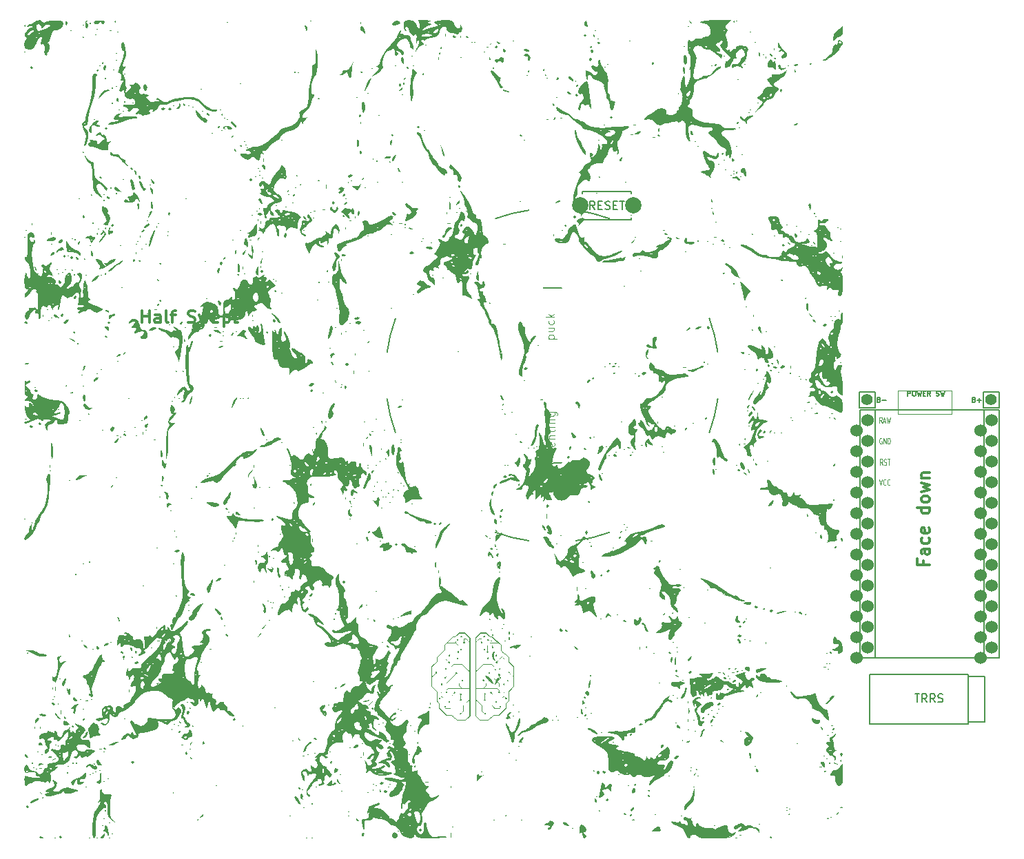
<source format=gbr>
%TF.GenerationSoftware,KiCad,Pcbnew,(6.0.1)*%
%TF.CreationDate,2022-01-25T22:41:59+01:00*%
%TF.ProjectId,half-swept,68616c66-2d73-4776-9570-742e6b696361,rev?*%
%TF.SameCoordinates,Original*%
%TF.FileFunction,Legend,Top*%
%TF.FilePolarity,Positive*%
%FSLAX46Y46*%
G04 Gerber Fmt 4.6, Leading zero omitted, Abs format (unit mm)*
G04 Created by KiCad (PCBNEW (6.0.1)) date 2022-01-25 22:41:59*
%MOMM*%
%LPD*%
G01*
G04 APERTURE LIST*
%ADD10C,0.120000*%
%ADD11C,0.150000*%
%ADD12C,0.300000*%
%ADD13C,0.125000*%
%ADD14C,0.100000*%
%ADD15C,0.200000*%
%ADD16C,0.010000*%
%ADD17C,1.397000*%
%ADD18C,2.000000*%
%ADD19C,1.524000*%
G04 APERTURE END LIST*
D10*
X115062000Y-47752000D02*
X115062000Y-44831000D01*
X121666000Y-47752000D02*
X115062000Y-47752000D01*
X121666000Y-44831000D02*
X121666000Y-47752000D01*
X115062000Y-44831000D02*
X121666000Y-44831000D01*
D11*
X116248142Y-45483428D02*
X116248142Y-44883428D01*
X116476714Y-44883428D01*
X116533857Y-44912000D01*
X116562428Y-44940571D01*
X116591000Y-44997714D01*
X116591000Y-45083428D01*
X116562428Y-45140571D01*
X116533857Y-45169142D01*
X116476714Y-45197714D01*
X116248142Y-45197714D01*
X116962428Y-44883428D02*
X117076714Y-44883428D01*
X117133857Y-44912000D01*
X117191000Y-44969142D01*
X117219571Y-45083428D01*
X117219571Y-45283428D01*
X117191000Y-45397714D01*
X117133857Y-45454857D01*
X117076714Y-45483428D01*
X116962428Y-45483428D01*
X116905285Y-45454857D01*
X116848142Y-45397714D01*
X116819571Y-45283428D01*
X116819571Y-45083428D01*
X116848142Y-44969142D01*
X116905285Y-44912000D01*
X116962428Y-44883428D01*
X117419571Y-44883428D02*
X117562428Y-45483428D01*
X117676714Y-45054857D01*
X117791000Y-45483428D01*
X117933857Y-44883428D01*
X118162428Y-45169142D02*
X118362428Y-45169142D01*
X118448142Y-45483428D02*
X118162428Y-45483428D01*
X118162428Y-44883428D01*
X118448142Y-44883428D01*
X119048142Y-45483428D02*
X118848142Y-45197714D01*
X118705285Y-45483428D02*
X118705285Y-44883428D01*
X118933857Y-44883428D01*
X118991000Y-44912000D01*
X119019571Y-44940571D01*
X119048142Y-44997714D01*
X119048142Y-45083428D01*
X119019571Y-45140571D01*
X118991000Y-45169142D01*
X118933857Y-45197714D01*
X118705285Y-45197714D01*
X119733857Y-45454857D02*
X119819571Y-45483428D01*
X119962428Y-45483428D01*
X120019571Y-45454857D01*
X120048142Y-45426285D01*
X120076714Y-45369142D01*
X120076714Y-45312000D01*
X120048142Y-45254857D01*
X120019571Y-45226285D01*
X119962428Y-45197714D01*
X119848142Y-45169142D01*
X119791000Y-45140571D01*
X119762428Y-45112000D01*
X119733857Y-45054857D01*
X119733857Y-44997714D01*
X119762428Y-44940571D01*
X119791000Y-44912000D01*
X119848142Y-44883428D01*
X119991000Y-44883428D01*
X120076714Y-44912000D01*
X120276714Y-44883428D02*
X120419571Y-45483428D01*
X120533857Y-45054857D01*
X120648142Y-45483428D01*
X120791000Y-44883428D01*
D12*
X22190000Y-36492571D02*
X22190000Y-34992571D01*
X22190000Y-35706857D02*
X23047142Y-35706857D01*
X23047142Y-36492571D02*
X23047142Y-34992571D01*
X24404285Y-36492571D02*
X24404285Y-35706857D01*
X24332857Y-35564000D01*
X24190000Y-35492571D01*
X23904285Y-35492571D01*
X23761428Y-35564000D01*
X24404285Y-36421142D02*
X24261428Y-36492571D01*
X23904285Y-36492571D01*
X23761428Y-36421142D01*
X23690000Y-36278285D01*
X23690000Y-36135428D01*
X23761428Y-35992571D01*
X23904285Y-35921142D01*
X24261428Y-35921142D01*
X24404285Y-35849714D01*
X25332857Y-36492571D02*
X25190000Y-36421142D01*
X25118571Y-36278285D01*
X25118571Y-34992571D01*
X25690000Y-35492571D02*
X26261428Y-35492571D01*
X25904285Y-36492571D02*
X25904285Y-35206857D01*
X25975714Y-35064000D01*
X26118571Y-34992571D01*
X26261428Y-34992571D01*
X27832857Y-36421142D02*
X28047142Y-36492571D01*
X28404285Y-36492571D01*
X28547142Y-36421142D01*
X28618571Y-36349714D01*
X28690000Y-36206857D01*
X28690000Y-36064000D01*
X28618571Y-35921142D01*
X28547142Y-35849714D01*
X28404285Y-35778285D01*
X28118571Y-35706857D01*
X27975714Y-35635428D01*
X27904285Y-35564000D01*
X27832857Y-35421142D01*
X27832857Y-35278285D01*
X27904285Y-35135428D01*
X27975714Y-35064000D01*
X28118571Y-34992571D01*
X28475714Y-34992571D01*
X28690000Y-35064000D01*
X29190000Y-35492571D02*
X29475714Y-36492571D01*
X29761428Y-35778285D01*
X30047142Y-36492571D01*
X30332857Y-35492571D01*
X31475714Y-36421142D02*
X31332857Y-36492571D01*
X31047142Y-36492571D01*
X30904285Y-36421142D01*
X30832857Y-36278285D01*
X30832857Y-35706857D01*
X30904285Y-35564000D01*
X31047142Y-35492571D01*
X31332857Y-35492571D01*
X31475714Y-35564000D01*
X31547142Y-35706857D01*
X31547142Y-35849714D01*
X30832857Y-35992571D01*
X32189999Y-35492571D02*
X32189999Y-36992571D01*
X32189999Y-35564000D02*
X32332857Y-35492571D01*
X32618571Y-35492571D01*
X32761428Y-35564000D01*
X32832857Y-35635428D01*
X32904285Y-35778285D01*
X32904285Y-36206857D01*
X32832857Y-36349714D01*
X32761428Y-36421142D01*
X32618571Y-36492571D01*
X32332857Y-36492571D01*
X32189999Y-36421142D01*
X33332857Y-35492571D02*
X33904285Y-35492571D01*
X33547142Y-34992571D02*
X33547142Y-36278285D01*
X33618571Y-36421142D01*
X33761428Y-36492571D01*
X33904285Y-36492571D01*
X118129857Y-65721857D02*
X118129857Y-66221857D01*
X118915571Y-66221857D02*
X117415571Y-66221857D01*
X117415571Y-65507571D01*
X118915571Y-64293285D02*
X118129857Y-64293285D01*
X117987000Y-64364714D01*
X117915571Y-64507571D01*
X117915571Y-64793285D01*
X117987000Y-64936142D01*
X118844142Y-64293285D02*
X118915571Y-64436142D01*
X118915571Y-64793285D01*
X118844142Y-64936142D01*
X118701285Y-65007571D01*
X118558428Y-65007571D01*
X118415571Y-64936142D01*
X118344142Y-64793285D01*
X118344142Y-64436142D01*
X118272714Y-64293285D01*
X118844142Y-62936142D02*
X118915571Y-63079000D01*
X118915571Y-63364714D01*
X118844142Y-63507571D01*
X118772714Y-63579000D01*
X118629857Y-63650428D01*
X118201285Y-63650428D01*
X118058428Y-63579000D01*
X117987000Y-63507571D01*
X117915571Y-63364714D01*
X117915571Y-63079000D01*
X117987000Y-62936142D01*
X118844142Y-61721857D02*
X118915571Y-61864714D01*
X118915571Y-62150428D01*
X118844142Y-62293285D01*
X118701285Y-62364714D01*
X118129857Y-62364714D01*
X117987000Y-62293285D01*
X117915571Y-62150428D01*
X117915571Y-61864714D01*
X117987000Y-61721857D01*
X118129857Y-61650428D01*
X118272714Y-61650428D01*
X118415571Y-62364714D01*
X118915571Y-59221857D02*
X117415571Y-59221857D01*
X118844142Y-59221857D02*
X118915571Y-59364714D01*
X118915571Y-59650428D01*
X118844142Y-59793285D01*
X118772714Y-59864714D01*
X118629857Y-59936142D01*
X118201285Y-59936142D01*
X118058428Y-59864714D01*
X117987000Y-59793285D01*
X117915571Y-59650428D01*
X117915571Y-59364714D01*
X117987000Y-59221857D01*
X118915571Y-58293285D02*
X118844142Y-58436142D01*
X118772714Y-58507571D01*
X118629857Y-58579000D01*
X118201285Y-58579000D01*
X118058428Y-58507571D01*
X117987000Y-58436142D01*
X117915571Y-58293285D01*
X117915571Y-58079000D01*
X117987000Y-57936142D01*
X118058428Y-57864714D01*
X118201285Y-57793285D01*
X118629857Y-57793285D01*
X118772714Y-57864714D01*
X118844142Y-57936142D01*
X118915571Y-58079000D01*
X118915571Y-58293285D01*
X117915571Y-57293285D02*
X118915571Y-57007571D01*
X118201285Y-56721857D01*
X118915571Y-56436142D01*
X117915571Y-56150428D01*
X117915571Y-55579000D02*
X118915571Y-55579000D01*
X118058428Y-55579000D02*
X117987000Y-55507571D01*
X117915571Y-55364714D01*
X117915571Y-55150428D01*
X117987000Y-55007571D01*
X118129857Y-54936142D01*
X118915571Y-54936142D01*
D11*
X117110095Y-82129380D02*
X117681523Y-82129380D01*
X117395809Y-83129380D02*
X117395809Y-82129380D01*
X118586285Y-83129380D02*
X118252952Y-82653190D01*
X118014857Y-83129380D02*
X118014857Y-82129380D01*
X118395809Y-82129380D01*
X118491047Y-82177000D01*
X118538666Y-82224619D01*
X118586285Y-82319857D01*
X118586285Y-82462714D01*
X118538666Y-82557952D01*
X118491047Y-82605571D01*
X118395809Y-82653190D01*
X118014857Y-82653190D01*
X119586285Y-83129380D02*
X119252952Y-82653190D01*
X119014857Y-83129380D02*
X119014857Y-82129380D01*
X119395809Y-82129380D01*
X119491047Y-82177000D01*
X119538666Y-82224619D01*
X119586285Y-82319857D01*
X119586285Y-82462714D01*
X119538666Y-82557952D01*
X119491047Y-82605571D01*
X119395809Y-82653190D01*
X119014857Y-82653190D01*
X119967238Y-83081761D02*
X120110095Y-83129380D01*
X120348190Y-83129380D01*
X120443428Y-83081761D01*
X120491047Y-83034142D01*
X120538666Y-82938904D01*
X120538666Y-82843666D01*
X120491047Y-82748428D01*
X120443428Y-82700809D01*
X120348190Y-82653190D01*
X120157714Y-82605571D01*
X120062476Y-82557952D01*
X120014857Y-82510333D01*
X119967238Y-82415095D01*
X119967238Y-82319857D01*
X120014857Y-82224619D01*
X120062476Y-82177000D01*
X120157714Y-82129380D01*
X120395809Y-82129380D01*
X120538666Y-82177000D01*
%TO.C,B+*%
X124385428Y-45931142D02*
X124471142Y-45959714D01*
X124499714Y-45988285D01*
X124528285Y-46045428D01*
X124528285Y-46131142D01*
X124499714Y-46188285D01*
X124471142Y-46216857D01*
X124414000Y-46245428D01*
X124185428Y-46245428D01*
X124185428Y-45645428D01*
X124385428Y-45645428D01*
X124442571Y-45674000D01*
X124471142Y-45702571D01*
X124499714Y-45759714D01*
X124499714Y-45816857D01*
X124471142Y-45874000D01*
X124442571Y-45902571D01*
X124385428Y-45931142D01*
X124185428Y-45931142D01*
X124785428Y-46016857D02*
X125242571Y-46016857D01*
X125014000Y-46245428D02*
X125014000Y-45788285D01*
%TO.C,B-*%
X112701428Y-45931142D02*
X112787142Y-45959714D01*
X112815714Y-45988285D01*
X112844285Y-46045428D01*
X112844285Y-46131142D01*
X112815714Y-46188285D01*
X112787142Y-46216857D01*
X112730000Y-46245428D01*
X112501428Y-46245428D01*
X112501428Y-45645428D01*
X112701428Y-45645428D01*
X112758571Y-45674000D01*
X112787142Y-45702571D01*
X112815714Y-45759714D01*
X112815714Y-45816857D01*
X112787142Y-45874000D01*
X112758571Y-45902571D01*
X112701428Y-45931142D01*
X112501428Y-45931142D01*
X113101428Y-46016857D02*
X113558571Y-46016857D01*
%TO.C,RSW1*%
X77795619Y-22550380D02*
X77462285Y-22074190D01*
X77224190Y-22550380D02*
X77224190Y-21550380D01*
X77605142Y-21550380D01*
X77700380Y-21598000D01*
X77748000Y-21645619D01*
X77795619Y-21740857D01*
X77795619Y-21883714D01*
X77748000Y-21978952D01*
X77700380Y-22026571D01*
X77605142Y-22074190D01*
X77224190Y-22074190D01*
X78224190Y-22026571D02*
X78557523Y-22026571D01*
X78700380Y-22550380D02*
X78224190Y-22550380D01*
X78224190Y-21550380D01*
X78700380Y-21550380D01*
X79081333Y-22502761D02*
X79224190Y-22550380D01*
X79462285Y-22550380D01*
X79557523Y-22502761D01*
X79605142Y-22455142D01*
X79652761Y-22359904D01*
X79652761Y-22264666D01*
X79605142Y-22169428D01*
X79557523Y-22121809D01*
X79462285Y-22074190D01*
X79271809Y-22026571D01*
X79176571Y-21978952D01*
X79128952Y-21931333D01*
X79081333Y-21836095D01*
X79081333Y-21740857D01*
X79128952Y-21645619D01*
X79176571Y-21598000D01*
X79271809Y-21550380D01*
X79509904Y-21550380D01*
X79652761Y-21598000D01*
X80081333Y-22026571D02*
X80414666Y-22026571D01*
X80557523Y-22550380D02*
X80081333Y-22550380D01*
X80081333Y-21550380D01*
X80557523Y-21550380D01*
X80843238Y-21550380D02*
X81414666Y-21550380D01*
X81128952Y-22550380D02*
X81128952Y-21550380D01*
D13*
%TO.C,U1*%
X113137190Y-53996785D02*
X112970523Y-53639642D01*
X112851476Y-53996785D02*
X112851476Y-53246785D01*
X113041952Y-53246785D01*
X113089571Y-53282500D01*
X113113380Y-53318214D01*
X113137190Y-53389642D01*
X113137190Y-53496785D01*
X113113380Y-53568214D01*
X113089571Y-53603928D01*
X113041952Y-53639642D01*
X112851476Y-53639642D01*
X113327666Y-53961071D02*
X113399095Y-53996785D01*
X113518142Y-53996785D01*
X113565761Y-53961071D01*
X113589571Y-53925357D01*
X113613380Y-53853928D01*
X113613380Y-53782500D01*
X113589571Y-53711071D01*
X113565761Y-53675357D01*
X113518142Y-53639642D01*
X113422904Y-53603928D01*
X113375285Y-53568214D01*
X113351476Y-53532500D01*
X113327666Y-53461071D01*
X113327666Y-53389642D01*
X113351476Y-53318214D01*
X113375285Y-53282500D01*
X113422904Y-53246785D01*
X113541952Y-53246785D01*
X113613380Y-53282500D01*
X113756238Y-53246785D02*
X114041952Y-53246785D01*
X113899095Y-53996785D02*
X113899095Y-53246785D01*
D11*
D13*
X113030047Y-50679000D02*
X112982428Y-50643285D01*
X112911000Y-50643285D01*
X112839571Y-50679000D01*
X112791952Y-50750428D01*
X112768142Y-50821857D01*
X112744333Y-50964714D01*
X112744333Y-51071857D01*
X112768142Y-51214714D01*
X112791952Y-51286142D01*
X112839571Y-51357571D01*
X112911000Y-51393285D01*
X112958619Y-51393285D01*
X113030047Y-51357571D01*
X113053857Y-51321857D01*
X113053857Y-51071857D01*
X112958619Y-51071857D01*
X113268142Y-51393285D02*
X113268142Y-50643285D01*
X113553857Y-51393285D01*
X113553857Y-50643285D01*
X113791952Y-51393285D02*
X113791952Y-50643285D01*
X113911000Y-50643285D01*
X113982428Y-50679000D01*
X114030047Y-50750428D01*
X114053857Y-50821857D01*
X114077666Y-50964714D01*
X114077666Y-51071857D01*
X114053857Y-51214714D01*
X114030047Y-51286142D01*
X113982428Y-51357571D01*
X113911000Y-51393285D01*
X113791952Y-51393285D01*
X112744333Y-55723285D02*
X112911000Y-56473285D01*
X113077666Y-55723285D01*
X113530047Y-56401857D02*
X113506238Y-56437571D01*
X113434809Y-56473285D01*
X113387190Y-56473285D01*
X113315761Y-56437571D01*
X113268142Y-56366142D01*
X113244333Y-56294714D01*
X113220523Y-56151857D01*
X113220523Y-56044714D01*
X113244333Y-55901857D01*
X113268142Y-55830428D01*
X113315761Y-55759000D01*
X113387190Y-55723285D01*
X113434809Y-55723285D01*
X113506238Y-55759000D01*
X113530047Y-55794714D01*
X114030047Y-56401857D02*
X114006238Y-56437571D01*
X113934809Y-56473285D01*
X113887190Y-56473285D01*
X113815761Y-56437571D01*
X113768142Y-56366142D01*
X113744333Y-56294714D01*
X113720523Y-56151857D01*
X113720523Y-56044714D01*
X113744333Y-55901857D01*
X113768142Y-55830428D01*
X113815761Y-55759000D01*
X113887190Y-55723285D01*
X113934809Y-55723285D01*
X114006238Y-55759000D01*
X114030047Y-55794714D01*
X113065761Y-48853285D02*
X112899095Y-48496142D01*
X112780047Y-48853285D02*
X112780047Y-48103285D01*
X112970523Y-48103285D01*
X113018142Y-48139000D01*
X113041952Y-48174714D01*
X113065761Y-48246142D01*
X113065761Y-48353285D01*
X113041952Y-48424714D01*
X113018142Y-48460428D01*
X112970523Y-48496142D01*
X112780047Y-48496142D01*
X113256238Y-48639000D02*
X113494333Y-48639000D01*
X113208619Y-48853285D02*
X113375285Y-48103285D01*
X113541952Y-48853285D01*
X113661000Y-48103285D02*
X113780047Y-48853285D01*
X113875285Y-48317571D01*
X113970523Y-48853285D01*
X114089571Y-48103285D01*
D14*
%TO.C,REF\u002A\u002A*%
X72111714Y-38447500D02*
X73111714Y-38447500D01*
X72159333Y-38447500D02*
X72111714Y-38352261D01*
X72111714Y-38161785D01*
X72159333Y-38066547D01*
X72206952Y-38018928D01*
X72302190Y-37971309D01*
X72587904Y-37971309D01*
X72683142Y-38018928D01*
X72730761Y-38066547D01*
X72778380Y-38161785D01*
X72778380Y-38352261D01*
X72730761Y-38447500D01*
X72111714Y-37114166D02*
X72778380Y-37114166D01*
X72111714Y-37542738D02*
X72635523Y-37542738D01*
X72730761Y-37495119D01*
X72778380Y-37399880D01*
X72778380Y-37257023D01*
X72730761Y-37161785D01*
X72683142Y-37114166D01*
X72730761Y-36209404D02*
X72778380Y-36304642D01*
X72778380Y-36495119D01*
X72730761Y-36590357D01*
X72683142Y-36637976D01*
X72587904Y-36685595D01*
X72302190Y-36685595D01*
X72206952Y-36637976D01*
X72159333Y-36590357D01*
X72111714Y-36495119D01*
X72111714Y-36304642D01*
X72159333Y-36209404D01*
X72778380Y-35780833D02*
X71778380Y-35780833D01*
X72397428Y-35685595D02*
X72778380Y-35399880D01*
X72111714Y-35399880D02*
X72492666Y-35780833D01*
X72175214Y-52338000D02*
X72175214Y-51957047D01*
X71841880Y-52195142D02*
X72699023Y-52195142D01*
X72794261Y-52147523D01*
X72841880Y-52052285D01*
X72841880Y-51957047D01*
X72794261Y-51242761D02*
X72841880Y-51338000D01*
X72841880Y-51528476D01*
X72794261Y-51623714D01*
X72699023Y-51671333D01*
X72318071Y-51671333D01*
X72222833Y-51623714D01*
X72175214Y-51528476D01*
X72175214Y-51338000D01*
X72222833Y-51242761D01*
X72318071Y-51195142D01*
X72413309Y-51195142D01*
X72508547Y-51671333D01*
X72175214Y-50766571D02*
X72841880Y-50766571D01*
X72270452Y-50766571D02*
X72222833Y-50718952D01*
X72175214Y-50623714D01*
X72175214Y-50480857D01*
X72222833Y-50385619D01*
X72318071Y-50338000D01*
X72841880Y-50338000D01*
X72175214Y-50004666D02*
X72175214Y-49623714D01*
X71841880Y-49861809D02*
X72699023Y-49861809D01*
X72794261Y-49814190D01*
X72841880Y-49718952D01*
X72841880Y-49623714D01*
X72841880Y-49290380D02*
X72175214Y-49290380D01*
X71841880Y-49290380D02*
X71889500Y-49338000D01*
X71937119Y-49290380D01*
X71889500Y-49242761D01*
X71841880Y-49290380D01*
X71937119Y-49290380D01*
X72175214Y-48814190D02*
X72841880Y-48814190D01*
X72270452Y-48814190D02*
X72222833Y-48766571D01*
X72175214Y-48671333D01*
X72175214Y-48528476D01*
X72222833Y-48433238D01*
X72318071Y-48385619D01*
X72841880Y-48385619D01*
X72175214Y-47480857D02*
X72984738Y-47480857D01*
X73079976Y-47528476D01*
X73127595Y-47576095D01*
X73175214Y-47671333D01*
X73175214Y-47814190D01*
X73127595Y-47909428D01*
X72794261Y-47480857D02*
X72841880Y-47576095D01*
X72841880Y-47766571D01*
X72794261Y-47861809D01*
X72746642Y-47909428D01*
X72651404Y-47957047D01*
X72365690Y-47957047D01*
X72270452Y-47909428D01*
X72222833Y-47861809D01*
X72175214Y-47766571D01*
X72175214Y-47576095D01*
X72222833Y-47480857D01*
D11*
%TO.C,B+*%
X127492000Y-44974000D02*
X125492000Y-44974000D01*
X127492000Y-46974000D02*
X127492000Y-44974000D01*
X125492000Y-44974000D02*
X125492000Y-46974000D01*
X125492000Y-46974000D02*
X127492000Y-46974000D01*
%TO.C,B-*%
X110252000Y-46974000D02*
X112252000Y-46974000D01*
X112252000Y-46974000D02*
X112252000Y-44974000D01*
X112252000Y-44974000D02*
X110252000Y-44974000D01*
X110252000Y-44974000D02*
X110252000Y-46974000D01*
%TO.C,J2*%
X123698000Y-85800000D02*
X111598000Y-85800000D01*
X123698000Y-85550000D02*
X125698000Y-85550000D01*
X123698000Y-79950000D02*
X125698000Y-79950000D01*
X111598000Y-85800000D02*
X111598000Y-79700000D01*
X125698000Y-85550000D02*
X125698000Y-79950000D01*
X123698000Y-85800000D02*
X123698000Y-79700000D01*
X123698000Y-79700000D02*
X111598000Y-79700000D01*
%TO.C,RSW1*%
X76248000Y-20348000D02*
X76248000Y-20598000D01*
X82248000Y-20348000D02*
X82248000Y-20598000D01*
X76248000Y-23848000D02*
X76248000Y-23598000D01*
X76248000Y-20348000D02*
X82248000Y-20348000D01*
X82248000Y-23848000D02*
X82248000Y-23598000D01*
X76248000Y-23848000D02*
X82248000Y-23848000D01*
%TO.C,U1*%
X112268000Y-47244000D02*
X125603000Y-47244000D01*
X112268000Y-77724000D02*
X125603000Y-77724000D01*
X125603000Y-77724000D02*
X125603000Y-47244000D01*
X127508000Y-77724000D02*
X125603000Y-77724000D01*
X125603000Y-47244000D02*
X127508000Y-47244000D01*
X112268000Y-77724000D02*
X110363000Y-77724000D01*
X110363000Y-47244000D02*
X112268000Y-47244000D01*
X110363000Y-77724000D02*
X110363000Y-47244000D01*
X112268000Y-47244000D02*
X112268000Y-77724000D01*
X127508000Y-47244000D02*
X127508000Y-77724000D01*
D15*
%TO.C,REF\u002A\u002A*%
X75437500Y-63300000D02*
G75*
G03*
X79588047Y-62266134I-2857490J20319953D01*
G01*
X65571954Y-62266135D02*
G75*
G03*
X69722500Y-63300000I7008058J19286185D01*
G01*
X69722500Y-22660000D02*
G75*
G03*
X65571952Y-23693866I2857496J-20319983D01*
G01*
X92900000Y-40122500D02*
G75*
G03*
X91866135Y-35971955I-20320019J-2857506D01*
G01*
X72580000Y-53775000D02*
G75*
G03*
X73708385Y-53715864I6J10794921D01*
G01*
X71451615Y-53715864D02*
G75*
G03*
X72580000Y-53775000I1128379J10735785D01*
G01*
X53293866Y-35971952D02*
G75*
G03*
X52260000Y-40122500I19286117J-7008044D01*
G01*
X72580000Y-32185000D02*
G75*
G03*
X71451615Y-32244136I-6J-10794921D01*
G01*
X52260000Y-45837500D02*
G75*
G03*
X53293866Y-49988047I20319953J2857490D01*
G01*
X91866135Y-49988046D02*
G75*
G03*
X92900000Y-45837500I-19286185J7008058D01*
G01*
X79588047Y-23693866D02*
G75*
G03*
X75437500Y-22660000I-7008037J-19286087D01*
G01*
X73708385Y-32244136D02*
G75*
G03*
X72580000Y-32185000I-1128379J-10735785D01*
G01*
D16*
X71760025Y-57468398D02*
X71782728Y-57491261D01*
X71782728Y-57491261D02*
X71817207Y-57526792D01*
X71817207Y-57526792D02*
X71861476Y-57572884D01*
X71861476Y-57572884D02*
X71913543Y-57627430D01*
X71913543Y-57627430D02*
X71971422Y-57688324D01*
X71971422Y-57688324D02*
X72033121Y-57753459D01*
X72033121Y-57753459D02*
X72096654Y-57820729D01*
X72096654Y-57820729D02*
X72160029Y-57888027D01*
X72160029Y-57888027D02*
X72221259Y-57953246D01*
X72221259Y-57953246D02*
X72278355Y-58014281D01*
X72278355Y-58014281D02*
X72329327Y-58069024D01*
X72329327Y-58069024D02*
X72372187Y-58115369D01*
X72372187Y-58115369D02*
X72404945Y-58151209D01*
X72404945Y-58151209D02*
X72425613Y-58174438D01*
X72425613Y-58174438D02*
X72427906Y-58177129D01*
X72427906Y-58177129D02*
X72456207Y-58210764D01*
X72456207Y-58210764D02*
X71836193Y-58210764D01*
X71836193Y-58210764D02*
X71662843Y-58034695D01*
X71662843Y-58034695D02*
X71609101Y-57979952D01*
X71609101Y-57979952D02*
X71558818Y-57928439D01*
X71558818Y-57928439D02*
X71515002Y-57883259D01*
X71515002Y-57883259D02*
X71480656Y-57847513D01*
X71480656Y-57847513D02*
X71458788Y-57824304D01*
X71458788Y-57824304D02*
X71455611Y-57820812D01*
X71455611Y-57820812D02*
X71421729Y-57782997D01*
X71421729Y-57782997D02*
X71582764Y-57621653D01*
X71582764Y-57621653D02*
X71632477Y-57572198D01*
X71632477Y-57572198D02*
X71676701Y-57528873D01*
X71676701Y-57528873D02*
X71712848Y-57494160D01*
X71712848Y-57494160D02*
X71738330Y-57470540D01*
X71738330Y-57470540D02*
X71750559Y-57460492D01*
X71750559Y-57460492D02*
X71751090Y-57460309D01*
X71751090Y-57460309D02*
X71760025Y-57468398D01*
X71760025Y-57468398D02*
X71760025Y-57468398D01*
G36*
X71760025Y-57468398D02*
G01*
X71782728Y-57491261D01*
X71817207Y-57526792D01*
X71861476Y-57572884D01*
X71913543Y-57627430D01*
X71971422Y-57688324D01*
X72033121Y-57753459D01*
X72096654Y-57820729D01*
X72160029Y-57888027D01*
X72221259Y-57953246D01*
X72278355Y-58014281D01*
X72329327Y-58069024D01*
X72372187Y-58115369D01*
X72404945Y-58151209D01*
X72425613Y-58174438D01*
X72427906Y-58177129D01*
X72456207Y-58210764D01*
X71836193Y-58210764D01*
X71662843Y-58034695D01*
X71609101Y-57979952D01*
X71558818Y-57928439D01*
X71515002Y-57883259D01*
X71480656Y-57847513D01*
X71458788Y-57824304D01*
X71455611Y-57820812D01*
X71421729Y-57782997D01*
X71582764Y-57621653D01*
X71632477Y-57572198D01*
X71676701Y-57528873D01*
X71712848Y-57494160D01*
X71738330Y-57470540D01*
X71750559Y-57460492D01*
X71751090Y-57460309D01*
X71760025Y-57468398D01*
G37*
X71760025Y-57468398D02*
X71782728Y-57491261D01*
X71817207Y-57526792D01*
X71861476Y-57572884D01*
X71913543Y-57627430D01*
X71971422Y-57688324D01*
X72033121Y-57753459D01*
X72096654Y-57820729D01*
X72160029Y-57888027D01*
X72221259Y-57953246D01*
X72278355Y-58014281D01*
X72329327Y-58069024D01*
X72372187Y-58115369D01*
X72404945Y-58151209D01*
X72425613Y-58174438D01*
X72427906Y-58177129D01*
X72456207Y-58210764D01*
X71836193Y-58210764D01*
X71662843Y-58034695D01*
X71609101Y-57979952D01*
X71558818Y-57928439D01*
X71515002Y-57883259D01*
X71480656Y-57847513D01*
X71458788Y-57824304D01*
X71455611Y-57820812D01*
X71421729Y-57782997D01*
X71582764Y-57621653D01*
X71632477Y-57572198D01*
X71676701Y-57528873D01*
X71712848Y-57494160D01*
X71738330Y-57470540D01*
X71750559Y-57460492D01*
X71751090Y-57460309D01*
X71760025Y-57468398D01*
X73158279Y-55927650D02*
X73158471Y-56031890D01*
X73158471Y-56031890D02*
X73158960Y-56128635D01*
X73158960Y-56128635D02*
X73159710Y-56215521D01*
X73159710Y-56215521D02*
X73160686Y-56290183D01*
X73160686Y-56290183D02*
X73161855Y-56350258D01*
X73161855Y-56350258D02*
X73163182Y-56393381D01*
X73163182Y-56393381D02*
X73164631Y-56417188D01*
X73164631Y-56417188D02*
X73165539Y-56421218D01*
X73165539Y-56421218D02*
X73177970Y-56414904D01*
X73177970Y-56414904D02*
X73202816Y-56398561D01*
X73202816Y-56398561D02*
X73226950Y-56381359D01*
X73226950Y-56381359D02*
X73341647Y-56310637D01*
X73341647Y-56310637D02*
X73463863Y-56261533D01*
X73463863Y-56261533D02*
X73594246Y-56233857D01*
X73594246Y-56233857D02*
X73733447Y-56227419D01*
X73733447Y-56227419D02*
X73751259Y-56228087D01*
X73751259Y-56228087D02*
X73840894Y-56234639D01*
X73840894Y-56234639D02*
X73917377Y-56246576D01*
X73917377Y-56246576D02*
X73989029Y-56266068D01*
X73989029Y-56266068D02*
X74064167Y-56295285D01*
X74064167Y-56295285D02*
X74134018Y-56327924D01*
X74134018Y-56327924D02*
X74261951Y-56403217D01*
X74261951Y-56403217D02*
X74374871Y-56495197D01*
X74374871Y-56495197D02*
X74471765Y-56602186D01*
X74471765Y-56602186D02*
X74551623Y-56722511D01*
X74551623Y-56722511D02*
X74613433Y-56854496D01*
X74613433Y-56854496D02*
X74656185Y-56996465D01*
X74656185Y-56996465D02*
X74678866Y-57146744D01*
X74678866Y-57146744D02*
X74682427Y-57236414D01*
X74682427Y-57236414D02*
X74672136Y-57388892D01*
X74672136Y-57388892D02*
X74640780Y-57533456D01*
X74640780Y-57533456D02*
X74587635Y-57672692D01*
X74587635Y-57672692D02*
X74530380Y-57779611D01*
X74530380Y-57779611D02*
X74444668Y-57899904D01*
X74444668Y-57899904D02*
X74343055Y-58004753D01*
X74343055Y-58004753D02*
X74227722Y-58093075D01*
X74227722Y-58093075D02*
X74100847Y-58163789D01*
X74100847Y-58163789D02*
X73964611Y-58215812D01*
X73964611Y-58215812D02*
X73821192Y-58248065D01*
X73821192Y-58248065D02*
X73672771Y-58259464D01*
X73672771Y-58259464D02*
X73572525Y-58254981D01*
X73572525Y-58254981D02*
X73427917Y-58230100D01*
X73427917Y-58230100D02*
X73287349Y-58183825D01*
X73287349Y-58183825D02*
X73154176Y-58117846D01*
X73154176Y-58117846D02*
X73031756Y-58033849D01*
X73031756Y-58033849D02*
X72923444Y-57933523D01*
X72923444Y-57933523D02*
X72915050Y-57924357D01*
X72915050Y-57924357D02*
X72833919Y-57820237D01*
X72833919Y-57820237D02*
X72764227Y-57702055D01*
X72764227Y-57702055D02*
X72709061Y-57576192D01*
X72709061Y-57576192D02*
X72671508Y-57449032D01*
X72671508Y-57449032D02*
X72662639Y-57402582D01*
X72662639Y-57402582D02*
X72660026Y-57374187D01*
X72660026Y-57374187D02*
X72657681Y-57324115D01*
X72657681Y-57324115D02*
X72656212Y-57273781D01*
X72656212Y-57273781D02*
X73152550Y-57273781D01*
X73152550Y-57273781D02*
X73163122Y-57371330D01*
X73163122Y-57371330D02*
X73193554Y-57465349D01*
X73193554Y-57465349D02*
X73222208Y-57519494D01*
X73222208Y-57519494D02*
X73289142Y-57607777D01*
X73289142Y-57607777D02*
X73368623Y-57678654D01*
X73368623Y-57678654D02*
X73458055Y-57731147D01*
X73458055Y-57731147D02*
X73554841Y-57764279D01*
X73554841Y-57764279D02*
X73656382Y-57777073D01*
X73656382Y-57777073D02*
X73760083Y-57768552D01*
X73760083Y-57768552D02*
X73832910Y-57749264D01*
X73832910Y-57749264D02*
X73875907Y-57733178D01*
X73875907Y-57733178D02*
X73916812Y-57715818D01*
X73916812Y-57715818D02*
X73932979Y-57708042D01*
X73932979Y-57708042D02*
X73978265Y-57677038D01*
X73978265Y-57677038D02*
X74027588Y-57630844D01*
X74027588Y-57630844D02*
X74075645Y-57575388D01*
X74075645Y-57575388D02*
X74117130Y-57516594D01*
X74117130Y-57516594D02*
X74138618Y-57478267D01*
X74138618Y-57478267D02*
X74158799Y-57434021D01*
X74158799Y-57434021D02*
X74171444Y-57395413D01*
X74171444Y-57395413D02*
X74178801Y-57353121D01*
X74178801Y-57353121D02*
X74183119Y-57297818D01*
X74183119Y-57297818D02*
X74183401Y-57292528D01*
X74183401Y-57292528D02*
X74180033Y-57185283D01*
X74180033Y-57185283D02*
X74157177Y-57087391D01*
X74157177Y-57087391D02*
X74113525Y-56993968D01*
X74113525Y-56993968D02*
X74095755Y-56965439D01*
X74095755Y-56965439D02*
X74031213Y-56887535D01*
X74031213Y-56887535D02*
X73952396Y-56825365D01*
X73952396Y-56825365D02*
X73862760Y-56779869D01*
X73862760Y-56779869D02*
X73765761Y-56751991D01*
X73765761Y-56751991D02*
X73664857Y-56742671D01*
X73664857Y-56742671D02*
X73563505Y-56752853D01*
X73563505Y-56752853D02*
X73465159Y-56783478D01*
X73465159Y-56783478D02*
X73451156Y-56789764D01*
X73451156Y-56789764D02*
X73363204Y-56842713D01*
X73363204Y-56842713D02*
X73289214Y-56910927D01*
X73289214Y-56910927D02*
X73230171Y-56991273D01*
X73230171Y-56991273D02*
X73187058Y-57080620D01*
X73187058Y-57080620D02*
X73160856Y-57175833D01*
X73160856Y-57175833D02*
X73152550Y-57273781D01*
X73152550Y-57273781D02*
X72656212Y-57273781D01*
X72656212Y-57273781D02*
X72655628Y-57253778D01*
X72655628Y-57253778D02*
X72653889Y-57164589D01*
X72653889Y-57164589D02*
X72652486Y-57057960D01*
X72652486Y-57057960D02*
X72651442Y-56935304D01*
X72651442Y-56935304D02*
X72650778Y-56798032D01*
X72650778Y-56798032D02*
X72650517Y-56647558D01*
X72650517Y-56647558D02*
X72650514Y-56635822D01*
X72650514Y-56635822D02*
X72650427Y-55944108D01*
X72650427Y-55944108D02*
X73158131Y-55434082D01*
X73158131Y-55434082D02*
X73158279Y-55927650D01*
X73158279Y-55927650D02*
X73158279Y-55927650D01*
G36*
X72653889Y-57164589D02*
G01*
X72652486Y-57057960D01*
X72651442Y-56935304D01*
X72650778Y-56798032D01*
X72650517Y-56647558D01*
X72650514Y-56635822D01*
X72650427Y-55944108D01*
X73158131Y-55434082D01*
X73158279Y-55927650D01*
X73158471Y-56031890D01*
X73158960Y-56128635D01*
X73159710Y-56215521D01*
X73160686Y-56290183D01*
X73161855Y-56350258D01*
X73163182Y-56393381D01*
X73164631Y-56417188D01*
X73165539Y-56421218D01*
X73177970Y-56414904D01*
X73202816Y-56398561D01*
X73226950Y-56381359D01*
X73341647Y-56310637D01*
X73463863Y-56261533D01*
X73594246Y-56233857D01*
X73733447Y-56227419D01*
X73751259Y-56228087D01*
X73840894Y-56234639D01*
X73917377Y-56246576D01*
X73989029Y-56266068D01*
X74064167Y-56295285D01*
X74134018Y-56327924D01*
X74261951Y-56403217D01*
X74374871Y-56495197D01*
X74471765Y-56602186D01*
X74551623Y-56722511D01*
X74613433Y-56854496D01*
X74656185Y-56996465D01*
X74678866Y-57146744D01*
X74682427Y-57236414D01*
X74672136Y-57388892D01*
X74640780Y-57533456D01*
X74587635Y-57672692D01*
X74530380Y-57779611D01*
X74444668Y-57899904D01*
X74343055Y-58004753D01*
X74227722Y-58093075D01*
X74100847Y-58163789D01*
X73964611Y-58215812D01*
X73821192Y-58248065D01*
X73672771Y-58259464D01*
X73572525Y-58254981D01*
X73427917Y-58230100D01*
X73287349Y-58183825D01*
X73154176Y-58117846D01*
X73031756Y-58033849D01*
X72923444Y-57933523D01*
X72915050Y-57924357D01*
X72833919Y-57820237D01*
X72764227Y-57702055D01*
X72709061Y-57576192D01*
X72671508Y-57449032D01*
X72662639Y-57402582D01*
X72660026Y-57374187D01*
X72657681Y-57324115D01*
X72656212Y-57273781D01*
X73152550Y-57273781D01*
X73163122Y-57371330D01*
X73193554Y-57465349D01*
X73222208Y-57519494D01*
X73289142Y-57607777D01*
X73368623Y-57678654D01*
X73458055Y-57731147D01*
X73554841Y-57764279D01*
X73656382Y-57777073D01*
X73760083Y-57768552D01*
X73832910Y-57749264D01*
X73875907Y-57733178D01*
X73916812Y-57715818D01*
X73932979Y-57708042D01*
X73978265Y-57677038D01*
X74027588Y-57630844D01*
X74075645Y-57575388D01*
X74117130Y-57516594D01*
X74138618Y-57478267D01*
X74158799Y-57434021D01*
X74171444Y-57395413D01*
X74178801Y-57353121D01*
X74183119Y-57297818D01*
X74183401Y-57292528D01*
X74180033Y-57185283D01*
X74157177Y-57087391D01*
X74113525Y-56993968D01*
X74095755Y-56965439D01*
X74031213Y-56887535D01*
X73952396Y-56825365D01*
X73862760Y-56779869D01*
X73765761Y-56751991D01*
X73664857Y-56742671D01*
X73563505Y-56752853D01*
X73465159Y-56783478D01*
X73451156Y-56789764D01*
X73363204Y-56842713D01*
X73289214Y-56910927D01*
X73230171Y-56991273D01*
X73187058Y-57080620D01*
X73160856Y-57175833D01*
X73152550Y-57273781D01*
X72656212Y-57273781D01*
X72655628Y-57253778D01*
X72653889Y-57164589D01*
G37*
X72653889Y-57164589D02*
X72652486Y-57057960D01*
X72651442Y-56935304D01*
X72650778Y-56798032D01*
X72650517Y-56647558D01*
X72650514Y-56635822D01*
X72650427Y-55944108D01*
X73158131Y-55434082D01*
X73158279Y-55927650D01*
X73158471Y-56031890D01*
X73158960Y-56128635D01*
X73159710Y-56215521D01*
X73160686Y-56290183D01*
X73161855Y-56350258D01*
X73163182Y-56393381D01*
X73164631Y-56417188D01*
X73165539Y-56421218D01*
X73177970Y-56414904D01*
X73202816Y-56398561D01*
X73226950Y-56381359D01*
X73341647Y-56310637D01*
X73463863Y-56261533D01*
X73594246Y-56233857D01*
X73733447Y-56227419D01*
X73751259Y-56228087D01*
X73840894Y-56234639D01*
X73917377Y-56246576D01*
X73989029Y-56266068D01*
X74064167Y-56295285D01*
X74134018Y-56327924D01*
X74261951Y-56403217D01*
X74374871Y-56495197D01*
X74471765Y-56602186D01*
X74551623Y-56722511D01*
X74613433Y-56854496D01*
X74656185Y-56996465D01*
X74678866Y-57146744D01*
X74682427Y-57236414D01*
X74672136Y-57388892D01*
X74640780Y-57533456D01*
X74587635Y-57672692D01*
X74530380Y-57779611D01*
X74444668Y-57899904D01*
X74343055Y-58004753D01*
X74227722Y-58093075D01*
X74100847Y-58163789D01*
X73964611Y-58215812D01*
X73821192Y-58248065D01*
X73672771Y-58259464D01*
X73572525Y-58254981D01*
X73427917Y-58230100D01*
X73287349Y-58183825D01*
X73154176Y-58117846D01*
X73031756Y-58033849D01*
X72923444Y-57933523D01*
X72915050Y-57924357D01*
X72833919Y-57820237D01*
X72764227Y-57702055D01*
X72709061Y-57576192D01*
X72671508Y-57449032D01*
X72662639Y-57402582D01*
X72660026Y-57374187D01*
X72657681Y-57324115D01*
X72656212Y-57273781D01*
X73152550Y-57273781D01*
X73163122Y-57371330D01*
X73193554Y-57465349D01*
X73222208Y-57519494D01*
X73289142Y-57607777D01*
X73368623Y-57678654D01*
X73458055Y-57731147D01*
X73554841Y-57764279D01*
X73656382Y-57777073D01*
X73760083Y-57768552D01*
X73832910Y-57749264D01*
X73875907Y-57733178D01*
X73916812Y-57715818D01*
X73932979Y-57708042D01*
X73978265Y-57677038D01*
X74027588Y-57630844D01*
X74075645Y-57575388D01*
X74117130Y-57516594D01*
X74138618Y-57478267D01*
X74158799Y-57434021D01*
X74171444Y-57395413D01*
X74178801Y-57353121D01*
X74183119Y-57297818D01*
X74183401Y-57292528D01*
X74180033Y-57185283D01*
X74157177Y-57087391D01*
X74113525Y-56993968D01*
X74095755Y-56965439D01*
X74031213Y-56887535D01*
X73952396Y-56825365D01*
X73862760Y-56779869D01*
X73765761Y-56751991D01*
X73664857Y-56742671D01*
X73563505Y-56752853D01*
X73465159Y-56783478D01*
X73451156Y-56789764D01*
X73363204Y-56842713D01*
X73289214Y-56910927D01*
X73230171Y-56991273D01*
X73187058Y-57080620D01*
X73160856Y-57175833D01*
X73152550Y-57273781D01*
X72656212Y-57273781D01*
X72655628Y-57253778D01*
X72653889Y-57164589D01*
X70953245Y-57061867D02*
X71756191Y-56259167D01*
X71756191Y-56259167D02*
X72044559Y-56262261D01*
X72044559Y-56262261D02*
X72332927Y-56265354D01*
X72332927Y-56265354D02*
X71485703Y-57125491D01*
X71485703Y-57125491D02*
X71367778Y-57245214D01*
X71367778Y-57245214D02*
X71252979Y-57361763D01*
X71252979Y-57361763D02*
X71142525Y-57473903D01*
X71142525Y-57473903D02*
X71037633Y-57580396D01*
X71037633Y-57580396D02*
X70939521Y-57680007D01*
X70939521Y-57680007D02*
X70849406Y-57771500D01*
X70849406Y-57771500D02*
X70768507Y-57853637D01*
X70768507Y-57853637D02*
X70698040Y-57925182D01*
X70698040Y-57925182D02*
X70639224Y-57984900D01*
X70639224Y-57984900D02*
X70593277Y-58031554D01*
X70593277Y-58031554D02*
X70561416Y-58063907D01*
X70561416Y-58063907D02*
X70547635Y-58077903D01*
X70547635Y-58077903D02*
X70456791Y-58170179D01*
X70456791Y-58170179D02*
X70456791Y-55428309D01*
X70456791Y-55428309D02*
X70953245Y-55428309D01*
X70953245Y-55428309D02*
X70953245Y-57061867D01*
X70953245Y-57061867D02*
X70953245Y-57061867D01*
G36*
X70953245Y-57061867D02*
G01*
X71756191Y-56259167D01*
X72044559Y-56262261D01*
X72332927Y-56265354D01*
X71485703Y-57125491D01*
X71367778Y-57245214D01*
X71252979Y-57361763D01*
X71142525Y-57473903D01*
X71037633Y-57580396D01*
X70939521Y-57680007D01*
X70849406Y-57771500D01*
X70768507Y-57853637D01*
X70698040Y-57925182D01*
X70639224Y-57984900D01*
X70593277Y-58031554D01*
X70561416Y-58063907D01*
X70547635Y-58077903D01*
X70456791Y-58170179D01*
X70456791Y-55428309D01*
X70953245Y-55428309D01*
X70953245Y-57061867D01*
G37*
X70953245Y-57061867D02*
X71756191Y-56259167D01*
X72044559Y-56262261D01*
X72332927Y-56265354D01*
X71485703Y-57125491D01*
X71367778Y-57245214D01*
X71252979Y-57361763D01*
X71142525Y-57473903D01*
X71037633Y-57580396D01*
X70939521Y-57680007D01*
X70849406Y-57771500D01*
X70768507Y-57853637D01*
X70698040Y-57925182D01*
X70639224Y-57984900D01*
X70593277Y-58031554D01*
X70561416Y-58063907D01*
X70547635Y-58077903D01*
X70456791Y-58170179D01*
X70456791Y-55428309D01*
X70953245Y-55428309D01*
X70953245Y-57061867D01*
%TO.C,G\u002A\u002A\u002A*%
G36*
X82759520Y-93788321D02*
G01*
X82775360Y-93825428D01*
X82739630Y-94124585D01*
X82622753Y-94271497D01*
X82433021Y-94371266D01*
X82377912Y-94180975D01*
X82377181Y-94123551D01*
X82446720Y-93791061D01*
X82601222Y-93659060D01*
X82759520Y-93788321D01*
G37*
G36*
X12814131Y-80208570D02*
G01*
X12820082Y-80313239D01*
X12761599Y-80741251D01*
X12606944Y-81055220D01*
X12466326Y-81136913D01*
X12326290Y-81001055D01*
X12314094Y-80913790D01*
X12410392Y-80610890D01*
X12564377Y-80359763D01*
X12750076Y-80146891D01*
X12814131Y-80208570D01*
G37*
G36*
X47372947Y-21747985D02*
G01*
X47345638Y-21813423D01*
X47119814Y-21977528D01*
X47069812Y-21983893D01*
X46977389Y-21878861D01*
X47004698Y-21813423D01*
X47230522Y-21649317D01*
X47280524Y-21642953D01*
X47372947Y-21747985D01*
G37*
G36*
X52715436Y-88211410D02*
G01*
X52630201Y-88296644D01*
X52544967Y-88211410D01*
X52630201Y-88126175D01*
X52715436Y-88211410D01*
G37*
G36*
X7881879Y-25989933D02*
G01*
X7796644Y-26075168D01*
X7711410Y-25989933D01*
X7796644Y-25904698D01*
X7881879Y-25989933D01*
G37*
G36*
X57605041Y-83150587D02*
G01*
X57625363Y-83417011D01*
X57591583Y-83477321D01*
X57514102Y-83426481D01*
X57502049Y-83253580D01*
X57543681Y-83071683D01*
X57605041Y-83150587D01*
G37*
G36*
X64932439Y-33973602D02*
G01*
X64952840Y-34175910D01*
X64932439Y-34200895D01*
X64831094Y-34177495D01*
X64818792Y-34087248D01*
X64881164Y-33946932D01*
X64932439Y-33973602D01*
G37*
G36*
X73340328Y-6432562D02*
G01*
X73342282Y-6471141D01*
X73211233Y-6635060D01*
X73161752Y-6641611D01*
X73059941Y-6537175D01*
X73086577Y-6471141D01*
X73239763Y-6308516D01*
X73267108Y-6300671D01*
X73340328Y-6432562D01*
G37*
G36*
X73614693Y-21535749D02*
G01*
X73427517Y-21642953D01*
X73066099Y-21770790D01*
X72879624Y-21786930D01*
X72932392Y-21691374D01*
X73001342Y-21642953D01*
X73365252Y-21501610D01*
X73512752Y-21487075D01*
X73614693Y-21535749D01*
G37*
G36*
X37714094Y-70653020D02*
G01*
X37628859Y-70738255D01*
X37543624Y-70653020D01*
X37628859Y-70567785D01*
X37714094Y-70653020D01*
G37*
G36*
X108061298Y-90228635D02*
G01*
X108081700Y-90430943D01*
X108061298Y-90455929D01*
X107959954Y-90432528D01*
X107947651Y-90342282D01*
X108010023Y-90201966D01*
X108061298Y-90228635D01*
G37*
G36*
X103004027Y-43036913D02*
G01*
X102918792Y-43122148D01*
X102833557Y-43036913D01*
X102918792Y-42951678D01*
X103004027Y-43036913D01*
G37*
G36*
X107867766Y-1697987D02*
G01*
X108113268Y-1809750D01*
X108257089Y-2050337D01*
X108237166Y-2277689D01*
X108148790Y-2341231D01*
X107966755Y-2546514D01*
X107947651Y-2659386D01*
X107822590Y-2930653D01*
X107517205Y-3289228D01*
X107136193Y-3635330D01*
X106784251Y-3869177D01*
X106631137Y-3914094D01*
X106429825Y-4019824D01*
X106413423Y-4084564D01*
X106269366Y-4213412D01*
X106029866Y-4244228D01*
X105646309Y-4233423D01*
X106033644Y-4077854D01*
X106376045Y-3856434D01*
X106520299Y-3663464D01*
X106673647Y-3482494D01*
X106757119Y-3489623D01*
X106866795Y-3395462D01*
X106977262Y-3057636D01*
X107009945Y-2892000D01*
X107136658Y-2407827D01*
X107291574Y-2214526D01*
X107452306Y-2333821D01*
X107493813Y-2422483D01*
X107557906Y-2436753D01*
X107593001Y-2175075D01*
X107593253Y-2166779D01*
X107625733Y-2038926D01*
X107777181Y-2038926D01*
X107906905Y-2204442D01*
X107947651Y-2209396D01*
X108113167Y-2079673D01*
X108118121Y-2038926D01*
X107988398Y-1873410D01*
X107947651Y-1868456D01*
X107782135Y-1998180D01*
X107777181Y-2038926D01*
X107625733Y-2038926D01*
X107688353Y-1792433D01*
X107867766Y-1697987D01*
G37*
G36*
X55442953Y-3658389D02*
G01*
X55357718Y-3743624D01*
X55272483Y-3658389D01*
X55357718Y-3573154D01*
X55442953Y-3658389D01*
G37*
G36*
X15299187Y-91788246D02*
G01*
X15283495Y-92143404D01*
X15266241Y-92239918D01*
X15138873Y-92563702D01*
X14894432Y-92612819D01*
X14855120Y-92603593D01*
X14584003Y-92626279D01*
X14530201Y-92788862D01*
X14630166Y-92977199D01*
X14813871Y-92950244D01*
X15006104Y-92928163D01*
X14986997Y-93020253D01*
X14743401Y-93208249D01*
X14532858Y-93288967D01*
X14278485Y-93292440D01*
X14188044Y-93062877D01*
X14181573Y-92925987D01*
X14173884Y-92473154D01*
X13964531Y-92963381D01*
X13800666Y-93280201D01*
X13661665Y-93314048D01*
X13543064Y-93198027D01*
X13441066Y-92981640D01*
X13591499Y-92779930D01*
X13754109Y-92665183D01*
X14144457Y-92462294D01*
X14429303Y-92387920D01*
X14708895Y-92259654D01*
X14942789Y-92014647D01*
X15183496Y-91743850D01*
X15299187Y-91788246D01*
G37*
G36*
X82888591Y-42695973D02*
G01*
X82803356Y-42781208D01*
X82718121Y-42695973D01*
X82803356Y-42610738D01*
X82888591Y-42695973D01*
G37*
G36*
X97769806Y-71373579D02*
G01*
X97804698Y-71420134D01*
X97766053Y-71566074D01*
X97644289Y-71590604D01*
X97411050Y-71501602D01*
X97378524Y-71420134D01*
X97500874Y-71254544D01*
X97538933Y-71249665D01*
X97769806Y-71373579D01*
G37*
G36*
X59982146Y-61300420D02*
G01*
X59690590Y-61649397D01*
X59538964Y-61802797D01*
X59219171Y-62165420D01*
X59040648Y-62462384D01*
X59027554Y-62522440D01*
X58960416Y-62797229D01*
X58799493Y-63218191D01*
X58594997Y-63674818D01*
X58397136Y-64056601D01*
X58256121Y-64253035D01*
X58237899Y-64260403D01*
X58204874Y-64115141D01*
X58249255Y-63760040D01*
X58260120Y-63706376D01*
X58384619Y-63274865D01*
X58524603Y-62995668D01*
X58529369Y-62990403D01*
X58658197Y-62696997D01*
X58684952Y-62478993D01*
X58814570Y-62165472D01*
X59145941Y-61767146D01*
X59366831Y-61565878D01*
X59805985Y-61239003D01*
X60015850Y-61157070D01*
X59982146Y-61300420D01*
G37*
G36*
X8742748Y-76778623D02*
G01*
X9152923Y-76942337D01*
X9170438Y-76954981D01*
X9596985Y-77150022D01*
X9970134Y-77210686D01*
X10310457Y-77268152D01*
X10438926Y-77386577D01*
X10295979Y-77518234D01*
X9944831Y-77554014D01*
X9502019Y-77501887D01*
X9084082Y-77369820D01*
X8930904Y-77283464D01*
X8448863Y-77015649D01*
X8083242Y-76871942D01*
X7807128Y-76780528D01*
X7819369Y-76738635D01*
X8144171Y-76721573D01*
X8232855Y-76719350D01*
X8742748Y-76778623D01*
G37*
G36*
X97240953Y-48805445D02*
G01*
X97293805Y-48572005D01*
X97234194Y-48508102D01*
X97046713Y-48548850D01*
X96975562Y-48663395D01*
X96788664Y-48888807D01*
X96690387Y-48918121D01*
X96657724Y-48799242D01*
X96803914Y-48502227D01*
X96885045Y-48381529D01*
X97267132Y-47844938D01*
X97438648Y-48253677D01*
X97551159Y-48486502D01*
X97623642Y-48467914D01*
X97694527Y-48161364D01*
X97725858Y-47980537D01*
X97799520Y-47569868D01*
X97837422Y-47478751D01*
X97858189Y-47690163D01*
X97865742Y-47852685D01*
X97919697Y-48235788D01*
X98101699Y-48384857D01*
X98391282Y-48406712D01*
X98784964Y-48459260D01*
X98997987Y-48577181D01*
X98958033Y-48722041D01*
X98830450Y-48747651D01*
X98467147Y-48884256D01*
X98098853Y-49231683D01*
X97781405Y-49696355D01*
X97570641Y-50184694D01*
X97522400Y-50603119D01*
X97607793Y-50796686D01*
X97713237Y-50995070D01*
X97591611Y-51084508D01*
X97415395Y-51297745D01*
X97366542Y-51531991D01*
X97339031Y-51765716D01*
X97263605Y-51678732D01*
X97238690Y-51620747D01*
X97099303Y-51440168D01*
X96930219Y-51549003D01*
X96826085Y-51806478D01*
X96901296Y-52227764D01*
X96942981Y-52355214D01*
X97049921Y-52779767D01*
X96962110Y-52949642D01*
X96650653Y-52908039D01*
X96586889Y-52887576D01*
X96464607Y-52695785D01*
X96478377Y-52491885D01*
X96436120Y-52164053D01*
X96289810Y-52055645D01*
X96041954Y-51887360D01*
X96120485Y-51684747D01*
X96426581Y-51482852D01*
X96769612Y-51220347D01*
X96930696Y-50985255D01*
X97063041Y-50645200D01*
X97261792Y-50188180D01*
X97282071Y-50143784D01*
X97438860Y-49777182D01*
X97436319Y-49643156D01*
X97264218Y-49667672D01*
X97218259Y-49681996D01*
X96989418Y-49705146D01*
X96966540Y-49505639D01*
X96991098Y-49393916D01*
X97048926Y-49230720D01*
X97466067Y-49230720D01*
X97632254Y-49213574D01*
X97917583Y-48980255D01*
X97964438Y-48929977D01*
X98160730Y-48695443D01*
X98111064Y-48646651D01*
X97917416Y-48691071D01*
X97592491Y-48870146D01*
X97480901Y-49020154D01*
X97466067Y-49230720D01*
X97048926Y-49230720D01*
X97131255Y-48998378D01*
X97240953Y-48805445D01*
G37*
G36*
X96717454Y-54599027D02*
G01*
X96830391Y-54881503D01*
X96818565Y-54989937D01*
X96702285Y-54929161D01*
X96632469Y-54792739D01*
X96535886Y-54469047D01*
X96575542Y-54404466D01*
X96717454Y-54599027D01*
G37*
G36*
X79474241Y-95074690D02*
G01*
X79479195Y-95115436D01*
X79349472Y-95280952D01*
X79308725Y-95285906D01*
X79143209Y-95156183D01*
X79138255Y-95115436D01*
X79267978Y-94949920D01*
X79308725Y-94944967D01*
X79474241Y-95074690D01*
G37*
G36*
X76229647Y-7214532D02*
G01*
X76533860Y-6928856D01*
X76753353Y-6828289D01*
X76909217Y-6945345D01*
X77022539Y-7312541D01*
X77114410Y-7962393D01*
X77184817Y-8687248D01*
X77251647Y-9324454D01*
X77323123Y-9829294D01*
X77385203Y-10104904D01*
X77392514Y-10119963D01*
X77371824Y-10191731D01*
X77289426Y-10152520D01*
X77111909Y-9891031D01*
X77092618Y-9764368D01*
X77041794Y-9592693D01*
X76852089Y-9697472D01*
X76598485Y-9800518D01*
X76501089Y-9718345D01*
X76289781Y-9541330D01*
X76123384Y-9663928D01*
X76069799Y-9965772D01*
X76005172Y-10286032D01*
X75880849Y-10391946D01*
X75768519Y-10249055D01*
X75805949Y-9923154D01*
X76005866Y-9476378D01*
X76240876Y-9198658D01*
X76452056Y-8977403D01*
X76433734Y-8735972D01*
X76321817Y-8516779D01*
X76154074Y-8284284D01*
X76076310Y-8304668D01*
X76075839Y-8313752D01*
X75976326Y-8455818D01*
X75901709Y-8433015D01*
X75775978Y-8179181D01*
X75857180Y-7781178D01*
X76027520Y-7493960D01*
X76581208Y-7493960D01*
X76643580Y-7634276D01*
X76694855Y-7607606D01*
X76715257Y-7405299D01*
X76694855Y-7380313D01*
X76593511Y-7403714D01*
X76581208Y-7493960D01*
X76027520Y-7493960D01*
X76117558Y-7342143D01*
X76229647Y-7214532D01*
G37*
G36*
X78399553Y-18460850D02*
G01*
X78419955Y-18663158D01*
X78399553Y-18688143D01*
X78298209Y-18664743D01*
X78285906Y-18574497D01*
X78348278Y-18434181D01*
X78399553Y-18460850D01*
G37*
G36*
X98855929Y-75738703D02*
G01*
X98876330Y-75941010D01*
X98855929Y-75965996D01*
X98754584Y-75942595D01*
X98742282Y-75852349D01*
X98804654Y-75712033D01*
X98855929Y-75738703D01*
G37*
G36*
X26065324Y-94149441D02*
G01*
X26085726Y-94351749D01*
X26065324Y-94376734D01*
X25963980Y-94353334D01*
X25951678Y-94263087D01*
X26014050Y-94122771D01*
X26065324Y-94149441D01*
G37*
G36*
X95418164Y-72569158D02*
G01*
X95387930Y-72715862D01*
X95412351Y-73021341D01*
X95516196Y-73132768D01*
X95677388Y-73296535D01*
X95545050Y-73365894D01*
X95277752Y-73334249D01*
X95054334Y-73171979D01*
X95064664Y-73010745D01*
X95153103Y-72690237D01*
X95162416Y-72599481D01*
X95291814Y-72446667D01*
X95327536Y-72442953D01*
X95418164Y-72569158D01*
G37*
G36*
X44873826Y-48662416D02*
G01*
X44788591Y-48747651D01*
X44703356Y-48662416D01*
X44788591Y-48577181D01*
X44873826Y-48662416D01*
G37*
G36*
X17183489Y-91863830D02*
G01*
X17196463Y-92252079D01*
X17184837Y-92392946D01*
X17123634Y-92903910D01*
X17042447Y-93136554D01*
X16901073Y-93152896D01*
X16746149Y-93069700D01*
X16598548Y-92929262D01*
X16766028Y-92815812D01*
X16792491Y-92805492D01*
X17003152Y-92592616D01*
X16986988Y-92303509D01*
X16978652Y-91958732D01*
X17070894Y-91801383D01*
X17183489Y-91863830D01*
G37*
G36*
X98834056Y-78988237D02*
G01*
X98723093Y-79103363D01*
X98650626Y-79154763D01*
X98203529Y-79399687D01*
X97932550Y-79505975D01*
X97638845Y-79542069D01*
X97550667Y-79357223D01*
X97549877Y-79315850D01*
X97626908Y-79107854D01*
X97909134Y-79000464D01*
X98267952Y-78964638D01*
X98697719Y-78949634D01*
X98834056Y-78988237D01*
G37*
G36*
X95252162Y-78953728D02*
G01*
X95201005Y-79080536D01*
X95041916Y-79165550D01*
X94842759Y-79217451D01*
X94924462Y-79092573D01*
X94946488Y-79070122D01*
X95169993Y-78935471D01*
X95252162Y-78953728D01*
G37*
G36*
X85046100Y-4529940D02*
G01*
X85019463Y-4595973D01*
X84866278Y-4758599D01*
X84838933Y-4766443D01*
X84765713Y-4634552D01*
X84763758Y-4595973D01*
X84894808Y-4432054D01*
X84944289Y-4425503D01*
X85046100Y-4529940D01*
G37*
G36*
X7995526Y-48293065D02*
G01*
X7972125Y-48394409D01*
X7881879Y-48406712D01*
X7741563Y-48344339D01*
X7768233Y-48293065D01*
X7970541Y-48272663D01*
X7995526Y-48293065D01*
G37*
G36*
X85735781Y-98406273D02*
G01*
X85786577Y-98595861D01*
X85914155Y-98861097D01*
X85999665Y-98911108D01*
X85980356Y-98954705D01*
X85691190Y-98982443D01*
X85455745Y-98987303D01*
X84698738Y-98989750D01*
X85091073Y-98672056D01*
X85507296Y-98398576D01*
X85735781Y-98406273D01*
G37*
G36*
X66397188Y-62324418D02*
G01*
X66343504Y-62524722D01*
X66101794Y-62839062D01*
X66017501Y-62925161D01*
X65551029Y-63379853D01*
X65568468Y-62904630D01*
X65642031Y-62560410D01*
X65816198Y-62517397D01*
X66097459Y-62476295D01*
X66178446Y-62391876D01*
X66338989Y-62280648D01*
X66397188Y-62324418D01*
G37*
G36*
X14700671Y-82756376D02*
G01*
X14615436Y-82841611D01*
X14530201Y-82756376D01*
X14615436Y-82671141D01*
X14700671Y-82756376D01*
G37*
G36*
X52885906Y-25648993D02*
G01*
X52800671Y-25734228D01*
X52715436Y-25648993D01*
X52800671Y-25563758D01*
X52885906Y-25648993D01*
G37*
G36*
X44308397Y-48545218D02*
G01*
X44328719Y-48811642D01*
X44294939Y-48871952D01*
X44217458Y-48821111D01*
X44205405Y-48648210D01*
X44247037Y-48466313D01*
X44308397Y-48545218D01*
G37*
G36*
X98230873Y-81904027D02*
G01*
X98145638Y-81989262D01*
X98060403Y-81904027D01*
X98145638Y-81818792D01*
X98230873Y-81904027D01*
G37*
G36*
X51295628Y-57934114D02*
G01*
X51321552Y-58309592D01*
X51314150Y-58450974D01*
X51256599Y-58882995D01*
X51170083Y-59126365D01*
X51138591Y-59146059D01*
X51017170Y-59012721D01*
X51010738Y-58952015D01*
X50891354Y-58698448D01*
X50712416Y-58511924D01*
X50508666Y-58332604D01*
X50571345Y-58317718D01*
X50712416Y-58359928D01*
X50964981Y-58342400D01*
X51010738Y-58213435D01*
X51120196Y-57923275D01*
X51186298Y-57864640D01*
X51295628Y-57934114D01*
G37*
G36*
X65617122Y-63717030D02*
G01*
X65637444Y-63983454D01*
X65603663Y-64043764D01*
X65526183Y-63992923D01*
X65514129Y-63820022D01*
X65555762Y-63638125D01*
X65617122Y-63717030D01*
G37*
G36*
X39759732Y-70141611D02*
G01*
X39674497Y-70226846D01*
X39589262Y-70141611D01*
X39674497Y-70056376D01*
X39759732Y-70141611D01*
G37*
G36*
X89790928Y-99439287D02*
G01*
X89566781Y-99563754D01*
X89536913Y-99669163D01*
X89448222Y-99867088D01*
X89224092Y-99788550D01*
X89095860Y-99663291D01*
X88910648Y-99336533D01*
X88807432Y-99036242D01*
X89025503Y-99036242D01*
X89087876Y-99176558D01*
X89139150Y-99149888D01*
X89159552Y-98947580D01*
X89139150Y-98922595D01*
X89037806Y-98945996D01*
X89025503Y-99036242D01*
X88807432Y-99036242D01*
X88803695Y-99025370D01*
X88592198Y-98670581D01*
X88120312Y-98392804D01*
X87976384Y-98337080D01*
X87525652Y-98136107D01*
X87234742Y-97937740D01*
X87188456Y-97872079D01*
X87219425Y-97755657D01*
X87482385Y-97808859D01*
X87590327Y-97848206D01*
X87973565Y-97941150D01*
X88182612Y-97831037D01*
X88199018Y-97806942D01*
X88311010Y-97709084D01*
X88341014Y-97895631D01*
X88419172Y-98101515D01*
X88521561Y-98094043D01*
X88781868Y-98098447D01*
X88964108Y-98203678D01*
X89151136Y-98319649D01*
X89186843Y-98173479D01*
X89165681Y-98005266D01*
X89046729Y-97705610D01*
X88893604Y-97629866D01*
X88704602Y-97537928D01*
X88684564Y-97445190D01*
X88821623Y-97244014D01*
X88940269Y-97217897D01*
X89167371Y-97291969D01*
X89195973Y-97354605D01*
X89323923Y-97419622D01*
X89479643Y-97382459D01*
X89672058Y-97358439D01*
X89640052Y-97473044D01*
X89637556Y-97649614D01*
X89715560Y-97672483D01*
X89840932Y-97795017D01*
X89820989Y-97915724D01*
X89856410Y-98215724D01*
X89973220Y-98362772D01*
X90191872Y-98456551D01*
X90251602Y-98250994D01*
X90238979Y-98141275D01*
X90347502Y-98017451D01*
X90389262Y-98013423D01*
X90554926Y-98127937D01*
X90559732Y-98163211D01*
X90708927Y-98351246D01*
X91072711Y-98520031D01*
X91525380Y-98629315D01*
X91941230Y-98638845D01*
X92005416Y-98626130D01*
X92334369Y-98601693D01*
X92434899Y-98695984D01*
X92553263Y-98755398D01*
X92818456Y-98634277D01*
X93292927Y-98407063D01*
X93670805Y-98286160D01*
X94006692Y-98245624D01*
X94127174Y-98392852D01*
X94139597Y-98600822D01*
X94231210Y-98932132D01*
X94443931Y-99187987D01*
X94684585Y-99296668D01*
X94859997Y-99186456D01*
X94869622Y-99162732D01*
X95021369Y-99050984D01*
X95093914Y-99090518D01*
X95079746Y-99275779D01*
X94843087Y-99536541D01*
X94818930Y-99555519D01*
X94576741Y-99702935D01*
X94260887Y-99799261D01*
X93798687Y-99854809D01*
X93117460Y-99879893D01*
X92498390Y-99884800D01*
X91596475Y-99874957D01*
X90982273Y-99837169D01*
X90603265Y-99765420D01*
X90406931Y-99653697D01*
X90398765Y-99644337D01*
X90380728Y-99632886D01*
X94310067Y-99632886D01*
X94395302Y-99718121D01*
X94480537Y-99632886D01*
X94395302Y-99547651D01*
X94310067Y-99632886D01*
X90380728Y-99632886D01*
X90115923Y-99464775D01*
X89790928Y-99439287D01*
G37*
G36*
X31496290Y-37419413D02*
G01*
X31719095Y-37565499D01*
X31869494Y-37774351D01*
X31734539Y-37808604D01*
X31322361Y-37667165D01*
X31236242Y-37630343D01*
X30961451Y-37490950D01*
X30984267Y-37411100D01*
X31128539Y-37369064D01*
X31496290Y-37419413D01*
G37*
G36*
X60007348Y-21733668D02*
G01*
X60055852Y-21894572D01*
X60120247Y-22349994D01*
X60041200Y-22567928D01*
X59931058Y-22545626D01*
X59889033Y-22202470D01*
X59889820Y-22060604D01*
X59903326Y-21642856D01*
X59934475Y-21541904D01*
X60007348Y-21733668D01*
G37*
G36*
X17150853Y-13210110D02*
G01*
X17156120Y-13223526D01*
X17321392Y-13396255D01*
X17418431Y-13381198D01*
X17606595Y-13418398D01*
X17768876Y-13661340D01*
X17834736Y-13977763D01*
X17811159Y-14117553D01*
X17829808Y-14268436D01*
X18094634Y-14238804D01*
X18132516Y-14227775D01*
X18407966Y-14155587D01*
X18380259Y-14221995D01*
X18211371Y-14354864D01*
X17970107Y-14711879D01*
X17982325Y-14969139D01*
X17991723Y-15250928D01*
X17758986Y-15329013D01*
X17710551Y-15328898D01*
X17300492Y-15256602D01*
X16810325Y-15090622D01*
X16785986Y-15080186D01*
X16392188Y-14913161D01*
X16157923Y-14841325D01*
X15929810Y-14824493D01*
X15808725Y-14824161D01*
X15585120Y-14686919D01*
X15553020Y-14558396D01*
X15634797Y-14381338D01*
X15721537Y-14396780D01*
X15815468Y-14367811D01*
X15777177Y-14206776D01*
X15749092Y-13998304D01*
X15957146Y-14025012D01*
X15963542Y-14027452D01*
X16357228Y-14128166D01*
X16514607Y-14142282D01*
X16683872Y-14223139D01*
X16668354Y-14300973D01*
X16626728Y-14500150D01*
X16774073Y-14536865D01*
X16999240Y-14410425D01*
X17093829Y-14303621D01*
X17382569Y-14038207D01*
X17593673Y-13961007D01*
X17673925Y-13907765D01*
X17470805Y-13796030D01*
X17175130Y-13605375D01*
X17087248Y-13445023D01*
X17023811Y-13336047D01*
X16846720Y-13447807D01*
X16606898Y-13549264D01*
X16516807Y-13502800D01*
X16568424Y-13312279D01*
X16742176Y-13161606D01*
X17009414Y-13055988D01*
X17150853Y-13210110D01*
G37*
G36*
X77248835Y-80491590D02*
G01*
X77236023Y-80845019D01*
X77177212Y-81253787D01*
X77085299Y-81468394D01*
X77062037Y-81477852D01*
X77001235Y-81332415D01*
X77026622Y-80976947D01*
X77036131Y-80923826D01*
X77143257Y-80456051D01*
X77218044Y-80310441D01*
X77248835Y-80491590D01*
G37*
G36*
X32042422Y-38757411D02*
G01*
X31991581Y-38834891D01*
X31818680Y-38846945D01*
X31636783Y-38805312D01*
X31715688Y-38743952D01*
X31982112Y-38723630D01*
X32042422Y-38757411D01*
G37*
G36*
X46104816Y-27931938D02*
G01*
X46247836Y-28044848D01*
X46483723Y-28287684D01*
X46469497Y-28443884D01*
X46295372Y-28588129D01*
X46050981Y-28970762D01*
X45989628Y-29489069D01*
X45938454Y-29974141D01*
X45791949Y-30164830D01*
X45772666Y-30166443D01*
X45612117Y-30017797D01*
X45555705Y-29692964D01*
X45655961Y-29182577D01*
X45826205Y-28833292D01*
X45997237Y-28499543D01*
X45927402Y-28246629D01*
X45887148Y-28194598D01*
X45747363Y-27927608D01*
X45844752Y-27829744D01*
X46104816Y-27931938D01*
G37*
G36*
X39143621Y-50662742D02*
G01*
X39248322Y-50793289D01*
X39108237Y-50939510D01*
X38960987Y-50963758D01*
X38629636Y-51074399D01*
X38319811Y-51296175D01*
X38018030Y-51488991D01*
X37603185Y-51651005D01*
X37166661Y-51762919D01*
X36799839Y-51805432D01*
X36594102Y-51759247D01*
X36597178Y-51659978D01*
X36842723Y-51521265D01*
X36950115Y-51538017D01*
X37196354Y-51485444D01*
X37268462Y-51379169D01*
X37497075Y-51173310D01*
X37687871Y-51134228D01*
X38069447Y-51010198D01*
X38225503Y-50878524D01*
X38495729Y-50703365D01*
X38847684Y-50627611D01*
X39143621Y-50662742D01*
G37*
G36*
X18110067Y-92473154D02*
G01*
X18024832Y-92558389D01*
X17939597Y-92473154D01*
X18024832Y-92387920D01*
X18110067Y-92473154D01*
G37*
G36*
X96867114Y-49173826D02*
G01*
X96781879Y-49259061D01*
X96696644Y-49173826D01*
X96781879Y-49088591D01*
X96867114Y-49173826D01*
G37*
G36*
X47601342Y-97075839D02*
G01*
X47516107Y-97161074D01*
X47430873Y-97075839D01*
X47516107Y-96990604D01*
X47601342Y-97075839D01*
G37*
G36*
X37032215Y-18659732D02*
G01*
X36946980Y-18744967D01*
X36861745Y-18659732D01*
X36946980Y-18574497D01*
X37032215Y-18659732D01*
G37*
G36*
X62091275Y-22751007D02*
G01*
X62006040Y-22836242D01*
X61920805Y-22751007D01*
X62006040Y-22665772D01*
X62091275Y-22751007D01*
G37*
G36*
X15535981Y-86824156D02*
G01*
X15490269Y-87054928D01*
X15376553Y-87285033D01*
X15161127Y-87546351D01*
X14958391Y-87608049D01*
X14871141Y-87444295D01*
X15000864Y-87278779D01*
X15041611Y-87273826D01*
X15192848Y-87135752D01*
X15212081Y-87018121D01*
X15304129Y-86791265D01*
X15382550Y-86762416D01*
X15535981Y-86824156D01*
G37*
G36*
X47544519Y-19142729D02*
G01*
X47564921Y-19345037D01*
X47544519Y-19370022D01*
X47443175Y-19346622D01*
X47430873Y-19256376D01*
X47493245Y-19116060D01*
X47544519Y-19142729D01*
G37*
G36*
X10870034Y-55217460D02*
G01*
X10886327Y-55689614D01*
X10857436Y-56120470D01*
X10793255Y-56875785D01*
X10733535Y-57656775D01*
X10705985Y-58062400D01*
X10564845Y-58854363D01*
X10206238Y-59581653D01*
X10118886Y-59712577D01*
X9820776Y-60192080D01*
X9627606Y-60591490D01*
X9586577Y-60753869D01*
X9505031Y-60988364D01*
X9429652Y-61021477D01*
X9286913Y-61168284D01*
X9162876Y-61521640D01*
X9162161Y-61524881D01*
X9004595Y-61946715D01*
X8742721Y-62378643D01*
X8430205Y-62765773D01*
X8120713Y-63053214D01*
X7867912Y-63186076D01*
X7725467Y-63109466D01*
X7711410Y-63008750D01*
X7831927Y-62704556D01*
X7967114Y-62555705D01*
X8186485Y-62287197D01*
X8230508Y-62151275D01*
X8305106Y-61873826D01*
X8475035Y-61466586D01*
X8484082Y-61447651D01*
X8729968Y-60936242D01*
X8633318Y-61490269D01*
X8586336Y-61911311D01*
X8630639Y-62026967D01*
X8741205Y-61852338D01*
X8893011Y-61402527D01*
X8915770Y-61319799D01*
X9058937Y-60859458D01*
X9188849Y-60558196D01*
X9226256Y-60510067D01*
X9372941Y-60329044D01*
X9633211Y-59948371D01*
X9873919Y-59572483D01*
X10210741Y-58937000D01*
X10413248Y-58272028D01*
X10525273Y-57480389D01*
X10568058Y-56761544D01*
X10544137Y-56248697D01*
X10476245Y-56031396D01*
X10402496Y-55741122D01*
X10475672Y-55381298D01*
X10647254Y-55109825D01*
X10776254Y-55055034D01*
X10870034Y-55217460D01*
G37*
G36*
X88116331Y-8232662D02*
G01*
X88136733Y-8434970D01*
X88116331Y-8459955D01*
X88014987Y-8436555D01*
X88002685Y-8346309D01*
X88065057Y-8205993D01*
X88116331Y-8232662D01*
G37*
G36*
X52204027Y-57867785D02*
G01*
X52118792Y-57953020D01*
X52033557Y-57867785D01*
X52118792Y-57782550D01*
X52204027Y-57867785D01*
G37*
G36*
X96355705Y-75426175D02*
G01*
X96270470Y-75511410D01*
X96185235Y-75426175D01*
X96270470Y-75340940D01*
X96355705Y-75426175D01*
G37*
G36*
X65016380Y-64730301D02*
G01*
X65193586Y-65012053D01*
X65294608Y-65288915D01*
X65279838Y-65390409D01*
X65166175Y-65324963D01*
X65086386Y-65167499D01*
X64969976Y-64968636D01*
X64836835Y-65084207D01*
X64817168Y-65115380D01*
X64706947Y-65233365D01*
X64688096Y-65043779D01*
X64692145Y-64982750D01*
X64763402Y-64683956D01*
X64849071Y-64601342D01*
X65016380Y-64730301D01*
G37*
G36*
X16746309Y-419463D02*
G01*
X16661074Y-504698D01*
X16575839Y-419463D01*
X16661074Y-334228D01*
X16746309Y-419463D01*
G37*
G36*
X49453533Y-99158210D02*
G01*
X49476510Y-99271825D01*
X49376487Y-99566354D01*
X49306040Y-99632886D01*
X49158548Y-99596152D01*
X49135571Y-99482537D01*
X49235593Y-99188008D01*
X49306040Y-99121477D01*
X49453533Y-99158210D01*
G37*
G36*
X44987472Y-30052797D02*
G01*
X45007874Y-30255104D01*
X44987472Y-30280090D01*
X44886128Y-30256689D01*
X44873826Y-30166443D01*
X44936198Y-30026127D01*
X44987472Y-30052797D01*
G37*
G36*
X40441611Y-53946980D02*
G01*
X40356376Y-54032215D01*
X40271141Y-53946980D01*
X40356376Y-53861745D01*
X40441611Y-53946980D01*
G37*
G36*
X50101566Y-42326622D02*
G01*
X50121968Y-42528930D01*
X50101566Y-42553915D01*
X50000222Y-42530515D01*
X49987920Y-42440269D01*
X50050292Y-42299953D01*
X50101566Y-42326622D01*
G37*
G36*
X78626846Y-72869128D02*
G01*
X78541611Y-72954363D01*
X78456376Y-72869128D01*
X78541611Y-72783893D01*
X78626846Y-72869128D01*
G37*
G36*
X99424161Y-66561745D02*
G01*
X99338926Y-66646980D01*
X99253691Y-66561745D01*
X99338926Y-66476510D01*
X99424161Y-66561745D01*
G37*
G36*
X25000369Y-10115077D02*
G01*
X25014094Y-10221477D01*
X24803995Y-10385301D01*
X24758389Y-10391946D01*
X24537625Y-10268528D01*
X24502685Y-10221477D01*
X24556225Y-10088534D01*
X24758389Y-10051007D01*
X25000369Y-10115077D01*
G37*
G36*
X15893960Y-27012752D02*
G01*
X15808725Y-27097987D01*
X15723490Y-27012752D01*
X15808725Y-26927517D01*
X15893960Y-27012752D01*
G37*
G36*
X21121700Y-9425951D02*
G01*
X21098300Y-9527295D01*
X21008054Y-9539597D01*
X20867738Y-9477225D01*
X20894407Y-9425951D01*
X21096715Y-9405549D01*
X21121700Y-9425951D01*
G37*
G36*
X15059849Y-11755705D02*
G01*
X15176962Y-11610541D01*
X15212081Y-11355721D01*
X15288489Y-10921328D01*
X15472498Y-10433737D01*
X15475004Y-10428694D01*
X15725351Y-9734149D01*
X15920488Y-8816038D01*
X16041111Y-7789842D01*
X16070008Y-6869256D01*
X16068501Y-6295762D01*
X16105032Y-5992021D01*
X16207121Y-5887010D01*
X16402287Y-5909704D01*
X16438231Y-5918932D01*
X16659760Y-6015788D01*
X16628096Y-6084371D01*
X16509161Y-6290845D01*
X16506997Y-6740690D01*
X16510871Y-6773530D01*
X16509985Y-7376079D01*
X16407945Y-8144543D01*
X16230335Y-8928328D01*
X16055424Y-9454363D01*
X15720990Y-10464583D01*
X15530640Y-11434082D01*
X15512508Y-11627511D01*
X15430643Y-12060622D01*
X15282642Y-12262236D01*
X15254698Y-12266772D01*
X15057714Y-12354851D01*
X15107028Y-12538783D01*
X15318729Y-12677917D01*
X15483040Y-12814824D01*
X15541560Y-13112512D01*
X15513258Y-13643774D01*
X15428834Y-14179572D01*
X15306257Y-14582402D01*
X15236140Y-14697820D01*
X15067947Y-14791618D01*
X15041611Y-14713223D01*
X15094084Y-14438352D01*
X15221029Y-14019534D01*
X15227757Y-14000119D01*
X15322042Y-13586087D01*
X15239899Y-13220283D01*
X15055262Y-12885847D01*
X14847385Y-12416190D01*
X14810762Y-12018345D01*
X14814730Y-12011410D01*
X15041611Y-12011410D01*
X15126846Y-12096644D01*
X15212081Y-12011410D01*
X15126846Y-11926175D01*
X15041611Y-12011410D01*
X14814730Y-12011410D01*
X14945023Y-11783702D01*
X15059849Y-11755705D01*
G37*
G36*
X107723698Y-96759779D02*
G01*
X107691946Y-96820134D01*
X107531327Y-96982933D01*
X107501355Y-96990604D01*
X107489725Y-96880490D01*
X107521477Y-96820134D01*
X107682096Y-96657335D01*
X107712068Y-96649665D01*
X107723698Y-96759779D01*
G37*
G36*
X37543624Y-50878524D02*
G01*
X37458389Y-50963758D01*
X37373154Y-50878524D01*
X37458389Y-50793289D01*
X37543624Y-50878524D01*
G37*
G36*
X94480537Y-27183222D02*
G01*
X94395302Y-27268456D01*
X94310067Y-27183222D01*
X94395302Y-27097987D01*
X94480537Y-27183222D01*
G37*
G36*
X13677852Y-85995302D02*
G01*
X13840478Y-86148488D01*
X13848322Y-86175833D01*
X13716431Y-86249052D01*
X13677852Y-86251007D01*
X13513933Y-86119958D01*
X13507383Y-86070476D01*
X13611819Y-85968666D01*
X13677852Y-85995302D01*
G37*
G36*
X24193497Y-80735618D02*
G01*
X24161745Y-80795973D01*
X24001126Y-80958772D01*
X23971154Y-80966443D01*
X23959523Y-80856328D01*
X23991275Y-80795973D01*
X24151894Y-80633174D01*
X24181866Y-80625503D01*
X24193497Y-80735618D01*
G37*
G36*
X24531096Y-29200448D02*
G01*
X24507696Y-29301792D01*
X24417450Y-29314094D01*
X24277134Y-29251722D01*
X24303803Y-29200448D01*
X24506111Y-29180046D01*
X24531096Y-29200448D01*
G37*
G36*
X92600094Y-50790906D02*
G01*
X92871215Y-51098994D01*
X93144569Y-51613330D01*
X93284541Y-51978580D01*
X93503391Y-52524481D01*
X93734096Y-52946995D01*
X93869282Y-53105028D01*
X94093744Y-53317635D01*
X94139597Y-53411746D01*
X94028463Y-53516955D01*
X93764681Y-53435558D01*
X93452684Y-53204891D01*
X93394980Y-53145539D01*
X93140726Y-52923612D01*
X92978239Y-52964650D01*
X92928798Y-53031892D01*
X92823481Y-53092132D01*
X92780180Y-52829287D01*
X92778449Y-52732383D01*
X92736254Y-52052722D01*
X92629436Y-51530865D01*
X92476819Y-51233599D01*
X92345782Y-51197365D01*
X92200243Y-51152749D01*
X92220063Y-50944536D01*
X92370084Y-50726831D01*
X92600094Y-50790906D01*
G37*
G36*
X15585249Y-26098818D02*
G01*
X15259184Y-26101263D01*
X15214402Y-26013772D01*
X15467785Y-25893067D01*
X15879159Y-25825457D01*
X16036372Y-25908782D01*
X16198087Y-26002518D01*
X16249459Y-25980935D01*
X16391302Y-25969445D01*
X16364286Y-26165479D01*
X16180650Y-26487697D01*
X16171267Y-26500628D01*
X15986373Y-26717640D01*
X15884406Y-26638446D01*
X15819938Y-26451438D01*
X15761859Y-26330873D01*
X15893960Y-26330873D01*
X15979195Y-26416107D01*
X16064430Y-26330873D01*
X15979195Y-26245638D01*
X15893960Y-26330873D01*
X15761859Y-26330873D01*
X15683935Y-26169111D01*
X15585249Y-26098818D01*
G37*
G36*
X11234452Y-81364206D02*
G01*
X11254854Y-81566514D01*
X11234452Y-81591499D01*
X11133108Y-81568099D01*
X11120805Y-81477852D01*
X11183178Y-81337536D01*
X11234452Y-81364206D01*
G37*
G36*
X99788802Y-58403943D02*
G01*
X99719698Y-58647511D01*
X99535636Y-58895089D01*
X99424161Y-58975839D01*
X99151344Y-59063212D01*
X99083222Y-58994013D01*
X99188397Y-58770639D01*
X99417683Y-58492606D01*
X99641714Y-58308662D01*
X99692042Y-58293960D01*
X99788802Y-58403943D01*
G37*
G36*
X19985235Y-18830201D02*
G01*
X19900000Y-18915436D01*
X19814765Y-18830201D01*
X19900000Y-18744967D01*
X19985235Y-18830201D01*
G37*
G36*
X21348993Y-49344295D02*
G01*
X21263758Y-49429530D01*
X21178524Y-49344295D01*
X21263758Y-49259061D01*
X21348993Y-49344295D01*
G37*
G36*
X96867114Y-40309396D02*
G01*
X96781879Y-40394631D01*
X96696644Y-40309396D01*
X96781879Y-40224161D01*
X96867114Y-40309396D01*
G37*
G36*
X45839821Y-72840716D02*
G01*
X45860223Y-73043024D01*
X45839821Y-73068009D01*
X45738477Y-73044609D01*
X45726175Y-72954363D01*
X45788547Y-72814047D01*
X45839821Y-72840716D01*
G37*
G36*
X45586958Y-41380515D02*
G01*
X45717204Y-41597501D01*
X45700604Y-41670313D01*
X45522497Y-41665037D01*
X45498882Y-41644743D01*
X45386489Y-41382308D01*
X45385235Y-41354944D01*
X45471724Y-41291562D01*
X45586958Y-41380515D01*
G37*
G36*
X68569128Y-88552349D02*
G01*
X68483893Y-88637584D01*
X68398658Y-88552349D01*
X68483893Y-88467114D01*
X68569128Y-88552349D01*
G37*
G36*
X51806264Y-75738703D02*
G01*
X51782864Y-75840047D01*
X51692618Y-75852349D01*
X51552302Y-75789977D01*
X51578971Y-75738703D01*
X51781279Y-75718301D01*
X51806264Y-75738703D01*
G37*
G36*
X73853691Y-25137584D02*
G01*
X73768456Y-25222819D01*
X73683222Y-25137584D01*
X73768456Y-25052349D01*
X73853691Y-25137584D01*
G37*
G36*
X88170802Y-86045729D02*
G01*
X88234801Y-86165772D01*
X88301120Y-86380700D01*
X88295657Y-86408018D01*
X88129032Y-86342245D01*
X88045302Y-86308578D01*
X87858875Y-86139927D01*
X87862402Y-85959403D01*
X87984446Y-85910067D01*
X88170802Y-86045729D01*
G37*
G36*
X71606393Y-61504285D02*
G01*
X71686977Y-61703356D01*
X71746048Y-61993457D01*
X71660346Y-61989842D01*
X71501208Y-61839732D01*
X71314855Y-61561521D01*
X71355586Y-61383840D01*
X71447232Y-61362416D01*
X71606393Y-61504285D01*
G37*
G36*
X18751832Y-49291085D02*
G01*
X18762964Y-49459779D01*
X18688473Y-49671293D01*
X18504861Y-49919126D01*
X18335894Y-49858591D01*
X18280537Y-49600000D01*
X18387127Y-49322341D01*
X18536242Y-49259061D01*
X18751832Y-49291085D01*
G37*
G36*
X77263087Y-63493289D02*
G01*
X77177852Y-63578524D01*
X77092618Y-63493289D01*
X77177852Y-63408054D01*
X77263087Y-63493289D01*
G37*
G36*
X43164174Y-44786099D02*
G01*
X43169128Y-44826846D01*
X43039404Y-44992362D01*
X42998658Y-44997316D01*
X42833142Y-44867592D01*
X42828188Y-44826846D01*
X42957911Y-44661330D01*
X42998658Y-44656376D01*
X43164174Y-44786099D01*
G37*
G36*
X13272551Y-30336913D02*
G01*
X13431269Y-30480978D01*
X13507819Y-30827990D01*
X13502869Y-31250171D01*
X13417091Y-31619746D01*
X13264858Y-31804437D01*
X12985496Y-32036595D01*
X12930040Y-32138018D01*
X12912485Y-32280159D01*
X13074633Y-32268562D01*
X13385651Y-32147365D01*
X13739270Y-31944379D01*
X13892116Y-31747892D01*
X13890940Y-31723199D01*
X13995755Y-31567906D01*
X14189262Y-31530201D01*
X14459816Y-31426524D01*
X14530201Y-31118233D01*
X14452240Y-30772456D01*
X14317114Y-30630161D01*
X14193499Y-30488050D01*
X14224527Y-30424426D01*
X14466648Y-30363912D01*
X14612272Y-30397345D01*
X14769250Y-30616509D01*
X14767939Y-31007215D01*
X14620734Y-31445869D01*
X14485823Y-31658054D01*
X14429928Y-31958986D01*
X14531399Y-32128289D01*
X14664331Y-32507384D01*
X14649862Y-32970546D01*
X14613414Y-33357322D01*
X14692920Y-33482638D01*
X14803341Y-33460325D01*
X14972148Y-33241456D01*
X14944625Y-33027406D01*
X14904730Y-32706997D01*
X14918780Y-32266266D01*
X14935223Y-32126846D01*
X15041611Y-32126846D01*
X15126846Y-32212081D01*
X15212081Y-32126846D01*
X15126846Y-32041611D01*
X15041611Y-32126846D01*
X14935223Y-32126846D01*
X14972660Y-31809429D01*
X15052253Y-31440702D01*
X15143442Y-31264303D01*
X15182251Y-31273079D01*
X15317070Y-31534427D01*
X15318624Y-31544407D01*
X15379510Y-31779547D01*
X15382550Y-31785906D01*
X15428341Y-32004849D01*
X15484128Y-32430811D01*
X15534207Y-32930843D01*
X15558732Y-33277517D01*
X15667816Y-33532130D01*
X15776702Y-33578449D01*
X15845736Y-33642969D01*
X15728427Y-33739650D01*
X15583837Y-33839844D01*
X15564060Y-33928136D01*
X15717868Y-34047972D01*
X16094033Y-34242801D01*
X16530562Y-34454207D01*
X17422869Y-34884832D01*
X16988256Y-35117430D01*
X16606204Y-35259176D01*
X16311827Y-35174685D01*
X16266419Y-35143727D01*
X15781503Y-34849200D01*
X15499053Y-34812252D01*
X15421185Y-34908928D01*
X15217147Y-35078725D01*
X15037466Y-35110067D01*
X14716112Y-35193100D01*
X14613718Y-35283318D01*
X14400420Y-35374879D01*
X14329753Y-35347244D01*
X14275243Y-35188824D01*
X14384149Y-35091369D01*
X14514987Y-34968727D01*
X14402349Y-34942208D01*
X14204228Y-34831907D01*
X14189262Y-34769128D01*
X14285317Y-34619195D01*
X14317114Y-34618845D01*
X14731906Y-34618829D01*
X15000971Y-34502184D01*
X15041611Y-34409708D01*
X14902649Y-34295648D01*
X14638805Y-34321856D01*
X14391903Y-34363921D01*
X14298392Y-34269218D01*
X14324050Y-33958643D01*
X14370243Y-33701074D01*
X14426286Y-33114742D01*
X14326513Y-32821964D01*
X14076895Y-32829044D01*
X13765345Y-33062309D01*
X13484160Y-33287140D01*
X13339415Y-33326139D01*
X13334302Y-33307232D01*
X13263858Y-33280714D01*
X13188605Y-33375348D01*
X13031092Y-33498825D01*
X12805458Y-33359400D01*
X12749571Y-33305083D01*
X12505861Y-33113989D01*
X12348196Y-33182485D01*
X12301234Y-33249870D01*
X12152893Y-33618097D01*
X12132029Y-33746309D01*
X12066736Y-34403602D01*
X11970047Y-34780261D01*
X11891245Y-34896897D01*
X11819216Y-34862321D01*
X11846790Y-34641275D01*
X11877456Y-34332576D01*
X11731526Y-34296137D01*
X11421777Y-34493083D01*
X11237331Y-34722826D01*
X11251308Y-34855931D01*
X11253917Y-34914538D01*
X11163423Y-34871633D01*
X10966976Y-34607844D01*
X10950336Y-34503362D01*
X10853524Y-34282521D01*
X10665014Y-34312156D01*
X10566089Y-34470805D01*
X10454104Y-34598421D01*
X10237700Y-34472138D01*
X10021185Y-34366672D01*
X9862691Y-34540483D01*
X9815559Y-34642608D01*
X9702850Y-35114027D01*
X9693080Y-35490046D01*
X9664227Y-35871396D01*
X9551373Y-36069409D01*
X9433447Y-36033142D01*
X9453798Y-35727805D01*
X9481118Y-35410073D01*
X9352162Y-35340793D01*
X9223882Y-35372677D01*
X8998001Y-35393947D01*
X9015396Y-35189954D01*
X9025150Y-35163832D01*
X9084262Y-34962443D01*
X8983127Y-34969207D01*
X8725756Y-35131456D01*
X8421585Y-35429593D01*
X8307331Y-35714136D01*
X8206462Y-36002250D01*
X7991050Y-36102627D01*
X7807051Y-35979254D01*
X7750371Y-35684620D01*
X7822917Y-35335018D01*
X7976965Y-35065910D01*
X8149935Y-35005983D01*
X8302165Y-34983173D01*
X8273585Y-34826009D01*
X8260162Y-34643348D01*
X8482165Y-34658730D01*
X8537971Y-34675708D01*
X8841580Y-34697733D01*
X8904698Y-34577564D01*
X8981111Y-34518877D01*
X9134122Y-34676780D01*
X9260846Y-34811381D01*
X9335056Y-34746686D01*
X9374904Y-34432419D01*
X9385639Y-34172483D01*
X11120805Y-34172483D01*
X11206040Y-34257718D01*
X11291275Y-34172483D01*
X11206040Y-34087248D01*
X11120805Y-34172483D01*
X9385639Y-34172483D01*
X9394610Y-33955265D01*
X9383861Y-33388917D01*
X9324316Y-32970068D01*
X9247641Y-32809963D01*
X9144364Y-32605861D01*
X9167683Y-32541241D01*
X9109278Y-32416120D01*
X8914759Y-32382550D01*
X8632490Y-32461215D01*
X8563758Y-32575642D01*
X8451626Y-32791006D01*
X8196830Y-33085420D01*
X7921772Y-33330674D01*
X7771630Y-33405369D01*
X7719334Y-33280308D01*
X7786805Y-32998806D01*
X7926319Y-32701386D01*
X8064972Y-32541612D01*
X8203433Y-32418237D01*
X8021437Y-32385286D01*
X8009732Y-32385161D01*
X7841076Y-32331361D01*
X7750001Y-32124020D01*
X7747934Y-32098434D01*
X8279642Y-32098434D01*
X8303043Y-32199778D01*
X8393289Y-32212081D01*
X8533605Y-32149708D01*
X8506935Y-32098434D01*
X8304627Y-32078032D01*
X8279642Y-32098434D01*
X7747934Y-32098434D01*
X7729568Y-31871141D01*
X9586577Y-31871141D01*
X9648950Y-32011457D01*
X9700224Y-31984788D01*
X9720626Y-31782480D01*
X9700224Y-31757495D01*
X9598880Y-31780895D01*
X9586577Y-31871141D01*
X7729568Y-31871141D01*
X7714818Y-31688591D01*
X7714060Y-31615436D01*
X10609396Y-31615436D01*
X10694631Y-31700671D01*
X10779866Y-31615436D01*
X10950336Y-31615436D01*
X11035571Y-31700671D01*
X11120805Y-31615436D01*
X11035571Y-31530201D01*
X10950336Y-31615436D01*
X10779866Y-31615436D01*
X10694631Y-31530201D01*
X10609396Y-31615436D01*
X7714060Y-31615436D01*
X7711410Y-31359732D01*
X7737289Y-30814920D01*
X7804894Y-30445556D01*
X7881879Y-30336913D01*
X8020383Y-30479690D01*
X8052349Y-30677852D01*
X8141314Y-30954593D01*
X8265436Y-31018898D01*
X8407928Y-30875237D01*
X8454978Y-30515612D01*
X8419415Y-30047349D01*
X8314068Y-29577777D01*
X8151767Y-29214221D01*
X8035275Y-29093400D01*
X7814014Y-28862927D01*
X7715291Y-28593563D01*
X7756275Y-28399789D01*
X7929102Y-28385512D01*
X8035457Y-28347870D01*
X8098979Y-28104190D01*
X8125931Y-27607837D01*
X8124463Y-26931168D01*
X8118150Y-26203421D01*
X8135155Y-25751138D01*
X8190744Y-25508942D01*
X8300181Y-25411453D01*
X8478731Y-25393292D01*
X8483533Y-25393289D01*
X8842590Y-25533057D01*
X8957613Y-25747694D01*
X8974615Y-26002141D01*
X8797554Y-26005090D01*
X8791642Y-26002845D01*
X8458649Y-25965487D01*
X8313299Y-26114036D01*
X8405884Y-26346049D01*
X8630531Y-26533518D01*
X8814746Y-26581774D01*
X8848537Y-26472185D01*
X8819463Y-26416107D01*
X8832979Y-26259022D01*
X8894637Y-26245638D01*
X9053045Y-26364304D01*
X9049002Y-26603822D01*
X8889988Y-26789468D01*
X8871054Y-26796673D01*
X8738318Y-27003171D01*
X8660271Y-27454749D01*
X8634845Y-28060309D01*
X8659974Y-28728747D01*
X8733593Y-29368964D01*
X8853636Y-29889858D01*
X8946094Y-30105523D01*
X9218375Y-30457579D01*
X9518962Y-30691300D01*
X9764609Y-30761178D01*
X9872070Y-30621706D01*
X9872311Y-30611846D01*
X9922744Y-30308042D01*
X9964789Y-30156382D01*
X10097987Y-30156382D01*
X10221733Y-30329975D01*
X10268456Y-30336913D01*
X10434494Y-30278751D01*
X10438926Y-30261739D01*
X10319472Y-30116197D01*
X10268456Y-30081208D01*
X10111371Y-30094724D01*
X10097987Y-30156382D01*
X9964789Y-30156382D01*
X9997445Y-30038591D01*
X10032557Y-29731259D01*
X9939004Y-29655034D01*
X9764288Y-29532091D01*
X9757047Y-29484564D01*
X9895120Y-29333327D01*
X10012752Y-29314094D01*
X10239324Y-29423071D01*
X10268456Y-29516708D01*
X10364184Y-29551496D01*
X10597558Y-29365410D01*
X10626537Y-29334967D01*
X10905057Y-29097891D01*
X11086433Y-29052889D01*
X11090392Y-29056388D01*
X11082564Y-29231607D01*
X11030634Y-29280746D01*
X10890285Y-29504482D01*
X10824127Y-29827006D01*
X10849219Y-30094421D01*
X10932463Y-30166443D01*
X11088898Y-30308598D01*
X11172747Y-30517125D01*
X11206817Y-30754143D01*
X11077339Y-30710654D01*
X11014934Y-30660726D01*
X10755607Y-30540841D01*
X10559554Y-30665230D01*
X10449255Y-30824757D01*
X10609396Y-30826804D01*
X10946499Y-30866427D01*
X11256850Y-30993409D01*
X11539525Y-31247074D01*
X11536909Y-31561931D01*
X11506221Y-31804511D01*
X11594636Y-31809131D01*
X11827445Y-31833037D01*
X11970768Y-31953500D01*
X12166462Y-32113812D01*
X12372133Y-32005791D01*
X12437567Y-31942491D01*
X12635863Y-31578327D01*
X12695117Y-31222747D01*
X12791916Y-30698241D01*
X12883099Y-30592618D01*
X12995973Y-30592618D01*
X13081208Y-30677852D01*
X13166443Y-30592618D01*
X13081208Y-30507383D01*
X12995973Y-30592618D01*
X12883099Y-30592618D01*
X13058480Y-30389463D01*
X13272551Y-30336913D01*
G37*
G36*
X66210962Y-60101452D02*
G01*
X66351617Y-60326286D01*
X66353020Y-60349658D01*
X66238644Y-60506989D01*
X66210962Y-60510067D01*
X66083780Y-60372106D01*
X66068904Y-60261861D01*
X66142798Y-60089965D01*
X66210962Y-60101452D01*
G37*
G36*
X27997316Y-9795302D02*
G01*
X27912081Y-9880537D01*
X27826846Y-9795302D01*
X27912081Y-9710067D01*
X27997316Y-9795302D01*
G37*
G36*
X52543801Y-63622179D02*
G01*
X52544967Y-63667821D01*
X52626124Y-63848870D01*
X52715436Y-63834228D01*
X52867407Y-63864122D01*
X52884576Y-63952020D01*
X52744167Y-64176625D01*
X52424416Y-64388255D01*
X51958098Y-64570667D01*
X51744308Y-64557010D01*
X51754827Y-64344662D01*
X51761547Y-64326657D01*
X51774743Y-64131185D01*
X51609316Y-64150838D01*
X51387060Y-64163755D01*
X51388403Y-64000782D01*
X51607383Y-63748993D01*
X51813988Y-63623777D01*
X51863087Y-63648883D01*
X51987490Y-63668731D01*
X52204027Y-63578524D01*
X52465527Y-63483725D01*
X52543801Y-63622179D01*
G37*
G36*
X16064430Y-82756376D02*
G01*
X15979195Y-82841611D01*
X15893960Y-82756376D01*
X15979195Y-82671141D01*
X16064430Y-82756376D01*
G37*
G36*
X82677513Y-27896365D02*
G01*
X82996659Y-27898211D01*
X83022087Y-27907209D01*
X83299466Y-27860785D01*
X83430903Y-27718591D01*
X83589904Y-27528733D01*
X83782337Y-27628026D01*
X83837025Y-27681129D01*
X84056397Y-27824632D01*
X84364756Y-27827923D01*
X84794468Y-27722377D01*
X85248883Y-27545787D01*
X85540676Y-27348336D01*
X85582648Y-27283600D01*
X85568264Y-27136957D01*
X85441414Y-27185832D01*
X85302499Y-27226909D01*
X85344124Y-27124326D01*
X85601629Y-26954887D01*
X85775765Y-26927517D01*
X86143159Y-26804117D01*
X86297987Y-26671812D01*
X86588217Y-26455187D01*
X86745034Y-26416107D01*
X86958071Y-26311311D01*
X86979866Y-26235577D01*
X86875430Y-26133766D01*
X86809396Y-26160403D01*
X86652311Y-26146887D01*
X86638926Y-26085229D01*
X86744933Y-25917402D01*
X87053838Y-26013493D01*
X87137090Y-26063374D01*
X87249349Y-26206982D01*
X87168786Y-26436159D01*
X86881385Y-26813339D01*
X86465828Y-27225820D01*
X86033524Y-27530844D01*
X85916147Y-27585390D01*
X85584489Y-27782164D01*
X85553938Y-28033924D01*
X85557431Y-28043309D01*
X85552639Y-28365071D01*
X85311239Y-28556729D01*
X84924258Y-28582487D01*
X84541357Y-28442878D01*
X84116423Y-28288822D01*
X83583534Y-28209171D01*
X83087670Y-28214623D01*
X82777531Y-28312708D01*
X82541870Y-28369041D01*
X82455753Y-28280494D01*
X82456662Y-28080049D01*
X84496755Y-28080049D01*
X84664318Y-28107347D01*
X84885420Y-28076005D01*
X84888059Y-28017813D01*
X84659904Y-27977119D01*
X84561326Y-28004355D01*
X84496755Y-28080049D01*
X82456662Y-28080049D01*
X82456796Y-28050431D01*
X82677513Y-27896365D01*
G37*
G36*
X60088255Y-24257571D02*
G01*
X60109670Y-24319791D01*
X59875168Y-24343554D01*
X59633164Y-24316764D01*
X59662081Y-24257571D01*
X60011091Y-24235056D01*
X60088255Y-24257571D01*
G37*
G36*
X50499329Y-5192618D02*
G01*
X50414094Y-5277852D01*
X50328859Y-5192618D01*
X50414094Y-5107383D01*
X50499329Y-5192618D01*
G37*
G36*
X54420134Y-56504027D02*
G01*
X54334899Y-56589262D01*
X54249665Y-56504027D01*
X54334899Y-56418792D01*
X54420134Y-56504027D01*
G37*
G36*
X44657187Y-22562780D02*
G01*
X44606346Y-22640260D01*
X44433445Y-22652314D01*
X44251548Y-22610682D01*
X44330453Y-22549322D01*
X44596877Y-22528999D01*
X44657187Y-22562780D01*
G37*
G36*
X17371365Y-4482327D02*
G01*
X17391767Y-4684635D01*
X17371365Y-4709620D01*
X17270021Y-4686219D01*
X17257718Y-4595973D01*
X17320090Y-4455657D01*
X17371365Y-4482327D01*
G37*
G36*
X88083142Y-89816735D02*
G01*
X88019003Y-89896446D01*
X87757531Y-90121290D01*
X87561797Y-90154321D01*
X87526293Y-89983409D01*
X87533813Y-89958725D01*
X87742880Y-89750095D01*
X87926150Y-89683358D01*
X88143259Y-89670709D01*
X88083142Y-89816735D01*
G37*
G36*
X9095978Y-29710437D02*
G01*
X9208915Y-29992912D01*
X9197088Y-30101346D01*
X9080808Y-30040571D01*
X9010993Y-29904148D01*
X8914410Y-29580456D01*
X8954065Y-29515875D01*
X9095978Y-29710437D01*
G37*
G36*
X32088591Y-12863758D02*
G01*
X32003356Y-12948993D01*
X31918121Y-12863758D01*
X32003356Y-12778524D01*
X32088591Y-12863758D01*
G37*
G36*
X60155336Y-99223263D02*
G01*
X60163772Y-99252573D01*
X60188728Y-99623909D01*
X60157455Y-99763983D01*
X60101492Y-99769649D01*
X60078636Y-99502786D01*
X60078871Y-99462416D01*
X60103452Y-99198025D01*
X60155336Y-99223263D01*
G37*
G36*
X96226105Y-17509123D02*
G01*
X96346632Y-17726222D01*
X96390419Y-17998072D01*
X96400359Y-18382492D01*
X96336660Y-18570699D01*
X96321474Y-18574497D01*
X96200473Y-18435945D01*
X96185235Y-18318792D01*
X96079455Y-18116723D01*
X95982272Y-18105705D01*
X95771002Y-18042231D01*
X95723338Y-17824019D01*
X95837372Y-17594401D01*
X95990220Y-17508703D01*
X96226105Y-17509123D01*
G37*
G36*
X72947860Y-11354410D02*
G01*
X72916107Y-11414765D01*
X72755488Y-11577564D01*
X72725516Y-11585235D01*
X72713886Y-11475120D01*
X72745638Y-11414765D01*
X72906257Y-11251966D01*
X72936229Y-11244295D01*
X72947860Y-11354410D01*
G37*
G36*
X15837137Y-99774944D02*
G01*
X15813736Y-99876288D01*
X15723490Y-99888591D01*
X15583174Y-99826218D01*
X15609844Y-99774944D01*
X15812151Y-99754542D01*
X15837137Y-99774944D01*
G37*
G36*
X11570115Y-26044830D02*
G01*
X11597739Y-26204199D01*
X11419128Y-26362295D01*
X11115609Y-26471370D01*
X10756959Y-26504903D01*
X10491611Y-26458477D01*
X10438926Y-26391472D01*
X10590877Y-26177155D01*
X10973055Y-26029150D01*
X11240049Y-25995842D01*
X11570115Y-26044830D01*
G37*
G36*
X99424161Y-99632886D02*
G01*
X99586787Y-99786071D01*
X99594631Y-99813416D01*
X99462740Y-99886636D01*
X99424161Y-99888591D01*
X99260242Y-99757542D01*
X99253691Y-99708060D01*
X99358128Y-99606250D01*
X99424161Y-99632886D01*
G37*
G36*
X16022128Y-90831052D02*
G01*
X16321652Y-90940245D01*
X16447131Y-90925576D01*
X16569688Y-90978279D01*
X16634664Y-91102044D01*
X16608639Y-91307712D01*
X16397978Y-91367978D01*
X16125225Y-91285357D01*
X15926021Y-91087505D01*
X15755839Y-90920722D01*
X15651785Y-91002270D01*
X15410486Y-91182984D01*
X15335961Y-91194631D01*
X15274368Y-91102779D01*
X15411368Y-90922285D01*
X15715866Y-90743654D01*
X16022128Y-90831052D01*
G37*
G36*
X107095302Y-36218121D02*
G01*
X107010067Y-36303356D01*
X106924832Y-36218121D01*
X107010067Y-36132886D01*
X107095302Y-36218121D01*
G37*
G36*
X53567785Y-1158838D02*
G01*
X53689604Y-827954D01*
X53827392Y-671929D01*
X54010823Y-549903D01*
X53994384Y-695600D01*
X53968893Y-764256D01*
X53932497Y-975776D01*
X54050225Y-948777D01*
X54226795Y-946281D01*
X54249665Y-1024285D01*
X54373902Y-1144413D01*
X54526976Y-1116640D01*
X54839290Y-1112631D01*
X55102249Y-1268340D01*
X55190709Y-1495444D01*
X55163532Y-1565891D01*
X55175993Y-1798592D01*
X55226055Y-1844898D01*
X55354860Y-2070012D01*
X55468219Y-2495834D01*
X55491343Y-2635571D01*
X55532672Y-2984608D01*
X55524021Y-3076239D01*
X55503432Y-3019128D01*
X55356984Y-2766632D01*
X55259984Y-2720805D01*
X55127355Y-2579440D01*
X55102014Y-2412448D01*
X55004126Y-2027711D01*
X54869102Y-1785564D01*
X54699714Y-1592698D01*
X54511128Y-1559572D01*
X54182389Y-1683405D01*
X54006711Y-1765745D01*
X53562311Y-2069194D01*
X53436714Y-2384188D01*
X53635138Y-2674791D01*
X53856611Y-2799328D01*
X54150998Y-3015145D01*
X54311174Y-3285441D01*
X54298792Y-3504919D01*
X54138410Y-3573154D01*
X53968753Y-3494633D01*
X53982920Y-3420547D01*
X53935307Y-3241682D01*
X53808569Y-3164843D01*
X53495639Y-3072091D01*
X53402251Y-3098967D01*
X53516169Y-3196707D01*
X53626027Y-3428574D01*
X53568056Y-3572717D01*
X53381839Y-3728686D01*
X53242146Y-3582761D01*
X53184338Y-3173803D01*
X53184228Y-3150894D01*
X53138445Y-2856709D01*
X52992530Y-2873524D01*
X52992450Y-2873591D01*
X52715605Y-3032609D01*
X52406123Y-3061745D01*
X52191323Y-3210994D01*
X51970394Y-3581877D01*
X51789331Y-4059097D01*
X51694132Y-4527354D01*
X51708559Y-4810301D01*
X51751440Y-5145540D01*
X51677875Y-5277852D01*
X51529411Y-5413204D01*
X51516596Y-5490940D01*
X51372126Y-5692420D01*
X51019522Y-5930336D01*
X50895975Y-5992585D01*
X50280905Y-6281144D01*
X50834262Y-5710224D01*
X51154323Y-5360190D01*
X51249962Y-5173233D01*
X51146328Y-5080147D01*
X51071327Y-5057883D01*
X50892007Y-4988757D01*
X51018000Y-4956688D01*
X51235979Y-4784565D01*
X51437595Y-4352940D01*
X51480027Y-4212416D01*
X51702382Y-3664986D01*
X52101972Y-3051846D01*
X52715932Y-2321314D01*
X53229817Y-1777226D01*
X53471604Y-1442282D01*
X53738255Y-1442282D01*
X53823490Y-1527517D01*
X53908725Y-1442282D01*
X53823490Y-1357047D01*
X53738255Y-1442282D01*
X53471604Y-1442282D01*
X53480611Y-1429805D01*
X53567785Y-1158838D01*
G37*
G36*
X50612975Y-93808501D02*
G01*
X50633377Y-94010809D01*
X50612975Y-94035794D01*
X50511631Y-94012394D01*
X50499329Y-93922148D01*
X50561701Y-93781832D01*
X50612975Y-93808501D01*
G37*
G36*
X13109620Y-91762864D02*
G01*
X13086219Y-91864208D01*
X12995973Y-91876510D01*
X12855657Y-91814138D01*
X12882327Y-91762864D01*
X13084635Y-91742462D01*
X13109620Y-91762864D01*
G37*
G36*
X95815447Y-74921579D02*
G01*
X95844295Y-75000000D01*
X95706222Y-75151237D01*
X95588591Y-75170470D01*
X95361735Y-75078421D01*
X95332886Y-75000000D01*
X95470959Y-74848763D01*
X95588591Y-74829530D01*
X95815447Y-74921579D01*
G37*
G36*
X8217865Y-95927039D02*
G01*
X8222819Y-95967785D01*
X8093096Y-96133301D01*
X8052349Y-96138255D01*
X7886833Y-96008532D01*
X7881879Y-95967785D01*
X8011603Y-95802269D01*
X8052349Y-95797316D01*
X8217865Y-95927039D01*
G37*
G36*
X24417450Y-33661074D02*
G01*
X24580075Y-33814259D01*
X24587920Y-33841604D01*
X24456029Y-33914824D01*
X24417450Y-33916779D01*
X24253531Y-33785730D01*
X24246980Y-33736248D01*
X24351416Y-33634438D01*
X24417450Y-33661074D01*
G37*
G36*
X87491275Y-75767114D02*
G01*
X87406040Y-75852349D01*
X87320805Y-75767114D01*
X87406040Y-75681879D01*
X87491275Y-75767114D01*
G37*
G36*
X38337375Y-60614503D02*
G01*
X38310738Y-60680537D01*
X38157553Y-60843162D01*
X38130208Y-60851007D01*
X38056988Y-60719116D01*
X38055034Y-60680537D01*
X38186083Y-60516618D01*
X38235564Y-60510067D01*
X38337375Y-60614503D01*
G37*
G36*
X36634452Y-22381656D02*
G01*
X36654854Y-22583963D01*
X36634452Y-22608949D01*
X36533108Y-22585548D01*
X36520805Y-22495302D01*
X36583178Y-22354986D01*
X36634452Y-22381656D01*
G37*
G36*
X23350255Y-19912871D02*
G01*
X23469682Y-20214075D01*
X23526676Y-20578649D01*
X23491400Y-20740845D01*
X23391115Y-20644671D01*
X23330937Y-20499043D01*
X23185967Y-20121952D01*
X23124611Y-19980873D01*
X23127440Y-19790669D01*
X23191475Y-19767785D01*
X23350255Y-19912871D01*
G37*
G36*
X53562832Y-63708247D02*
G01*
X53567785Y-63748993D01*
X53438062Y-63914510D01*
X53397316Y-63919463D01*
X53231799Y-63789740D01*
X53226846Y-63748993D01*
X53356569Y-63583477D01*
X53397316Y-63578524D01*
X53562832Y-63708247D01*
G37*
G36*
X82842422Y-12164122D02*
G01*
X82791581Y-12241603D01*
X82618680Y-12253656D01*
X82436783Y-12212024D01*
X82515688Y-12150664D01*
X82782112Y-12130341D01*
X82842422Y-12164122D01*
G37*
G36*
X106072483Y-89745638D02*
G01*
X105987248Y-89830873D01*
X105902014Y-89745638D01*
X105987248Y-89660403D01*
X106072483Y-89745638D01*
G37*
G36*
X42487248Y-99803356D02*
G01*
X42402014Y-99888591D01*
X42316779Y-99803356D01*
X42402014Y-99718121D01*
X42487248Y-99803356D01*
G37*
G36*
X30719953Y-37959935D02*
G01*
X30724832Y-37997993D01*
X30600918Y-38228867D01*
X30554363Y-38263758D01*
X30408423Y-38225113D01*
X30383893Y-38103349D01*
X30472895Y-37870110D01*
X30554363Y-37837584D01*
X30719953Y-37959935D01*
G37*
G36*
X108118121Y-24967114D02*
G01*
X108032886Y-25052349D01*
X107947651Y-24967114D01*
X108032886Y-24881879D01*
X108118121Y-24967114D01*
G37*
G36*
X58795526Y-3289038D02*
G01*
X58815928Y-3491346D01*
X58795526Y-3516331D01*
X58694182Y-3492931D01*
X58681879Y-3402685D01*
X58744252Y-3262369D01*
X58795526Y-3289038D01*
G37*
G36*
X102151678Y-48491946D02*
G01*
X102066443Y-48577181D01*
X101981208Y-48491946D01*
X102066443Y-48406712D01*
X102151678Y-48491946D01*
G37*
G36*
X100049217Y-3970917D02*
G01*
X100025817Y-4072261D01*
X99935571Y-4084564D01*
X99795255Y-4022192D01*
X99821924Y-3970917D01*
X100024232Y-3950515D01*
X100049217Y-3970917D01*
G37*
G36*
X64989262Y-62981879D02*
G01*
X64904027Y-63067114D01*
X64818792Y-62981879D01*
X64904027Y-62896644D01*
X64989262Y-62981879D01*
G37*
G36*
X60386577Y-98439597D02*
G01*
X60301342Y-98524832D01*
X60216107Y-98439597D01*
X60301342Y-98354363D01*
X60386577Y-98439597D01*
G37*
G36*
X21387206Y-20640736D02*
G01*
X21616726Y-20940846D01*
X21813986Y-21277170D01*
X21917152Y-21545558D01*
X21877143Y-21642953D01*
X21713668Y-21504175D01*
X21689933Y-21373043D01*
X21586217Y-21177922D01*
X21476846Y-21177641D01*
X21306898Y-21383444D01*
X21304021Y-21490168D01*
X21221419Y-21651228D01*
X20872072Y-21729427D01*
X20595766Y-21742422D01*
X20120420Y-21723696D01*
X19930355Y-21632411D01*
X19934480Y-21529335D01*
X20109531Y-21317174D01*
X20371442Y-21422593D01*
X20462550Y-21506577D01*
X20633446Y-21601194D01*
X20667114Y-21540671D01*
X20558661Y-21281866D01*
X20462550Y-21165638D01*
X20374591Y-21009647D01*
X20582367Y-20961599D01*
X20633020Y-20961074D01*
X20941771Y-20857289D01*
X21008054Y-20691163D01*
X21096478Y-20488175D01*
X21187263Y-20480989D01*
X21387206Y-20640736D01*
G37*
G36*
X51863087Y-57867785D02*
G01*
X51777852Y-57953020D01*
X51692618Y-57867785D01*
X51777852Y-57782550D01*
X51863087Y-57867785D01*
G37*
G36*
X46217962Y-55310738D02*
G01*
X47089933Y-55310738D01*
X47175168Y-55395973D01*
X47260403Y-55310738D01*
X47242469Y-55292804D01*
X47960081Y-55292804D01*
X48057041Y-55353505D01*
X48271412Y-55349992D01*
X48505156Y-55276977D01*
X48521657Y-55197561D01*
X48319411Y-55135897D01*
X48192527Y-55165952D01*
X47960081Y-55292804D01*
X47242469Y-55292804D01*
X47175168Y-55225503D01*
X47089933Y-55310738D01*
X46217962Y-55310738D01*
X46180945Y-54984506D01*
X46103785Y-54799329D01*
X47430873Y-54799329D01*
X47516107Y-54884564D01*
X47601342Y-54799329D01*
X47516107Y-54714094D01*
X47430873Y-54799329D01*
X46103785Y-54799329D01*
X46036970Y-54638979D01*
X45889001Y-54543624D01*
X45783521Y-54684866D01*
X45772156Y-54872754D01*
X45864856Y-55096655D01*
X45974649Y-55101128D01*
X46056728Y-55094480D01*
X46010291Y-55155555D01*
X45835798Y-55257018D01*
X45493148Y-55330376D01*
X44930701Y-55381803D01*
X44096817Y-55417471D01*
X43737547Y-55427221D01*
X43146415Y-55455654D01*
X42800566Y-55528026D01*
X42604454Y-55679622D01*
X42487956Y-55888672D01*
X42382228Y-56257462D01*
X42466905Y-56383599D01*
X42565726Y-56575316D01*
X42544650Y-56941514D01*
X42517415Y-57298157D01*
X42676306Y-57513372D01*
X42995148Y-57671625D01*
X43332331Y-57836920D01*
X43377109Y-57947023D01*
X43250420Y-58016180D01*
X42895364Y-58028194D01*
X42744701Y-57954471D01*
X42603596Y-57898766D01*
X42599784Y-58116919D01*
X42615711Y-58207234D01*
X42624594Y-58525762D01*
X42424729Y-58633336D01*
X42294034Y-58640256D01*
X41833794Y-58798618D01*
X41499083Y-59198217D01*
X41349052Y-59745874D01*
X41370141Y-60095585D01*
X41484492Y-60484386D01*
X41622134Y-60676250D01*
X41642624Y-60680537D01*
X41770125Y-60778135D01*
X41765269Y-60808389D01*
X41855417Y-60987817D01*
X42129990Y-61313065D01*
X42388064Y-61575503D01*
X42714988Y-61923012D01*
X42869372Y-62155184D01*
X42844278Y-62214765D01*
X42727200Y-62317926D01*
X42769229Y-62427750D01*
X42851349Y-62747995D01*
X42851740Y-63109022D01*
X42907779Y-63556594D01*
X43071109Y-63845797D01*
X43293515Y-64197560D01*
X43322790Y-64536768D01*
X43162583Y-64749859D01*
X43041275Y-64774423D01*
X42851758Y-64807531D01*
X42976493Y-64924976D01*
X43102804Y-65071998D01*
X42933704Y-65234672D01*
X42891258Y-65260186D01*
X42685972Y-65435422D01*
X42782745Y-65586096D01*
X42794569Y-65594047D01*
X42976465Y-65809399D01*
X42987469Y-65895488D01*
X42978569Y-66296096D01*
X43183989Y-66445263D01*
X43503458Y-66418168D01*
X43891691Y-66396258D01*
X44111881Y-66484875D01*
X44300354Y-66587564D01*
X44349268Y-66569871D01*
X44507278Y-66641993D01*
X44672631Y-66903327D01*
X44974467Y-67262190D01*
X45294203Y-67427872D01*
X45581563Y-67581073D01*
X45729134Y-67797921D01*
X45690358Y-67971586D01*
X45548232Y-68010738D01*
X45401136Y-68141627D01*
X45397960Y-68223826D01*
X45405475Y-68709520D01*
X45296742Y-68993741D01*
X45204705Y-69033557D01*
X45092165Y-68939921D01*
X45110467Y-68893933D01*
X45030426Y-68817054D01*
X44717754Y-68824650D01*
X44705688Y-68826383D01*
X44366171Y-68844172D01*
X44274611Y-68718530D01*
X44302259Y-68563308D01*
X44268768Y-68256372D01*
X44066596Y-68143614D01*
X43771478Y-68165576D01*
X43447544Y-68314008D01*
X43194923Y-68518687D01*
X43113744Y-68709392D01*
X43165463Y-68775588D01*
X43327976Y-69009404D01*
X43287286Y-69264260D01*
X43083893Y-69374497D01*
X42857889Y-69238041D01*
X42828188Y-69118792D01*
X42696889Y-68892671D01*
X42582544Y-68863087D01*
X42302578Y-68949467D01*
X42243859Y-69129455D01*
X42406853Y-69267530D01*
X42571645Y-69391056D01*
X42516058Y-69626906D01*
X42448492Y-69754185D01*
X42179278Y-70183144D01*
X41992036Y-70439933D01*
X41849019Y-70670970D01*
X41954106Y-70738029D01*
X41970291Y-70738255D01*
X42099462Y-70797644D01*
X41993771Y-70972353D01*
X41891691Y-71266392D01*
X41942912Y-71582570D01*
X42114939Y-71757201D01*
X42150341Y-71761074D01*
X42326198Y-71627258D01*
X42364470Y-71547987D01*
X42497821Y-71414708D01*
X42553158Y-71438353D01*
X42602764Y-71671704D01*
X42475600Y-71950618D01*
X42255451Y-72100772D01*
X42234178Y-72102014D01*
X41896437Y-71944109D01*
X41676329Y-71488517D01*
X41591574Y-70871284D01*
X41535220Y-70416706D01*
X41431919Y-70146109D01*
X41378204Y-70113199D01*
X41270236Y-70263180D01*
X41240265Y-70639777D01*
X41245073Y-70724049D01*
X41252121Y-71062866D01*
X41212290Y-71152330D01*
X41193320Y-71121812D01*
X41019047Y-70925358D01*
X40958697Y-70908725D01*
X40807964Y-71054414D01*
X40668327Y-71397094D01*
X40591011Y-71795189D01*
X40588627Y-71931544D01*
X40567099Y-72071113D01*
X40507680Y-71974161D01*
X40266267Y-71783245D01*
X39887027Y-71810434D01*
X39482585Y-72042504D01*
X39418792Y-72102014D01*
X39031910Y-72417302D01*
X38815108Y-72444574D01*
X38788225Y-72201864D01*
X38971099Y-71707207D01*
X38975169Y-71698734D01*
X39200771Y-71278935D01*
X39377430Y-71036196D01*
X39433628Y-71009745D01*
X39664078Y-70973021D01*
X39949604Y-70761125D01*
X40166169Y-70488985D01*
X40203492Y-70296439D01*
X40228950Y-70112379D01*
X40319893Y-70101038D01*
X40469382Y-70002409D01*
X40476755Y-69843289D01*
X40549692Y-69589686D01*
X40689843Y-69544967D01*
X41720134Y-69544967D01*
X41733650Y-69702052D01*
X41795309Y-69715436D01*
X41968902Y-69591690D01*
X41975839Y-69544967D01*
X41917677Y-69378929D01*
X41900665Y-69374497D01*
X41755123Y-69493951D01*
X41720134Y-69544967D01*
X40689843Y-69544967D01*
X40921278Y-69444445D01*
X40953020Y-69353624D01*
X41020001Y-69249532D01*
X41181792Y-69352145D01*
X41451660Y-69454201D01*
X41607729Y-69248909D01*
X41634899Y-68990338D01*
X41793475Y-68672738D01*
X42117725Y-68480756D01*
X42443196Y-68320458D01*
X42499970Y-68121948D01*
X42416047Y-67901970D01*
X42185354Y-67549330D01*
X41963843Y-67417812D01*
X41823188Y-67534039D01*
X41805369Y-67675149D01*
X41723619Y-67949079D01*
X41612595Y-68010738D01*
X41493884Y-67859073D01*
X41514484Y-67427392D01*
X41538471Y-66992601D01*
X41405476Y-66774949D01*
X41323702Y-66734509D01*
X41015489Y-66670498D01*
X40910414Y-66841342D01*
X40927157Y-67115772D01*
X40900612Y-67412844D01*
X40800100Y-67499329D01*
X40695849Y-67623793D01*
X40720904Y-67755034D01*
X40713404Y-67973965D01*
X40630319Y-68010738D01*
X40450357Y-67891462D01*
X40441611Y-67840269D01*
X40299285Y-67700392D01*
X40110732Y-67669799D01*
X39789461Y-67598935D01*
X39684004Y-67514713D01*
X39669562Y-67414094D01*
X39759732Y-67414094D01*
X39844967Y-67499329D01*
X39930201Y-67414094D01*
X39844967Y-67328859D01*
X39759732Y-67414094D01*
X39669562Y-67414094D01*
X39648180Y-67265121D01*
X39738185Y-67006395D01*
X39890532Y-66891599D01*
X39936285Y-66906444D01*
X40128449Y-66913405D01*
X40204038Y-66727496D01*
X40134480Y-66485234D01*
X40044130Y-66391176D01*
X39870614Y-66171316D01*
X39890234Y-66050928D01*
X39853458Y-65980935D01*
X39631879Y-66009206D01*
X39323757Y-66013293D01*
X39248322Y-65847947D01*
X39391314Y-65602683D01*
X39589262Y-65503085D01*
X39866366Y-65327554D01*
X39930201Y-65168044D01*
X39841285Y-65008099D01*
X39757730Y-65028754D01*
X39612023Y-64958796D01*
X39556489Y-64817267D01*
X40125779Y-64817267D01*
X40148791Y-65168609D01*
X40184850Y-65422416D01*
X40292985Y-66033488D01*
X40400312Y-66364372D01*
X40527468Y-66475144D01*
X40546967Y-66476510D01*
X40558598Y-66366396D01*
X40526846Y-66306040D01*
X40535227Y-66148730D01*
X40592988Y-66135571D01*
X40625665Y-66087279D01*
X41993123Y-66087279D01*
X42163937Y-66051511D01*
X42196278Y-66039376D01*
X42405026Y-65904331D01*
X42406524Y-65827553D01*
X42226192Y-65846675D01*
X42100850Y-65943948D01*
X41993123Y-66087279D01*
X40625665Y-66087279D01*
X40694923Y-65984925D01*
X40739443Y-65609127D01*
X40738266Y-65510515D01*
X42032662Y-65510515D01*
X42056063Y-65611859D01*
X42146309Y-65624161D01*
X42286625Y-65561789D01*
X42259955Y-65510515D01*
X42057648Y-65490113D01*
X42032662Y-65510515D01*
X40738266Y-65510515D01*
X40737714Y-65464211D01*
X40724187Y-65368456D01*
X41634899Y-65368456D01*
X41720134Y-65453691D01*
X41805369Y-65368456D01*
X41720134Y-65283222D01*
X41634899Y-65368456D01*
X40724187Y-65368456D01*
X40669442Y-64980930D01*
X40489774Y-64747739D01*
X40388152Y-64708439D01*
X40198292Y-64689425D01*
X40125779Y-64817267D01*
X39556489Y-64817267D01*
X39486918Y-64639965D01*
X39476551Y-64591814D01*
X39394511Y-64234671D01*
X39315519Y-64181636D01*
X39178594Y-64401944D01*
X39161908Y-64433077D01*
X38972283Y-64678663D01*
X38827845Y-64610560D01*
X38566423Y-64481419D01*
X38249524Y-64504910D01*
X37945437Y-64562845D01*
X37943473Y-64501370D01*
X38130233Y-64348252D01*
X38474080Y-64145983D01*
X38684260Y-64089933D01*
X38872222Y-63949669D01*
X38907383Y-63786879D01*
X39029224Y-63454540D01*
X39262532Y-63179736D01*
X39515359Y-62823050D01*
X39494127Y-62587824D01*
X39456218Y-62467877D01*
X42215507Y-62467877D01*
X42231544Y-62555705D01*
X42449482Y-62719672D01*
X42497309Y-62726175D01*
X42653127Y-62596150D01*
X42657718Y-62555705D01*
X42518962Y-62406098D01*
X42391953Y-62385235D01*
X42215507Y-62467877D01*
X39456218Y-62467877D01*
X39373442Y-62205965D01*
X39286108Y-61804014D01*
X39276571Y-61685753D01*
X41464430Y-61685753D01*
X41590895Y-61985988D01*
X41993364Y-62155511D01*
X42274161Y-62194990D01*
X42472407Y-62179660D01*
X42487248Y-62161589D01*
X42364757Y-62036592D01*
X42061676Y-61794527D01*
X41975839Y-61730311D01*
X41641774Y-61495582D01*
X41498212Y-61461095D01*
X41464924Y-61619859D01*
X41464430Y-61685753D01*
X39276571Y-61685753D01*
X39258798Y-61465373D01*
X39366951Y-61382856D01*
X39480687Y-61415106D01*
X39729613Y-61444689D01*
X39769813Y-61301709D01*
X39672464Y-61129441D01*
X40271141Y-61129441D01*
X40355188Y-61379398D01*
X40523611Y-61476758D01*
X40586510Y-61444810D01*
X40562984Y-61269675D01*
X40472864Y-61155011D01*
X40386607Y-61106712D01*
X41123490Y-61106712D01*
X41208725Y-61191946D01*
X41293960Y-61106712D01*
X41208725Y-61021477D01*
X41123490Y-61106712D01*
X40386607Y-61106712D01*
X40301237Y-61058910D01*
X40271141Y-61129441D01*
X39672464Y-61129441D01*
X39631449Y-61056860D01*
X39344681Y-60780834D01*
X39322313Y-60765772D01*
X40782550Y-60765772D01*
X40867785Y-60851007D01*
X40953020Y-60765772D01*
X40867785Y-60680537D01*
X40782550Y-60765772D01*
X39322313Y-60765772D01*
X39155809Y-60653655D01*
X38746375Y-60378834D01*
X38645536Y-60235392D01*
X38840917Y-60239734D01*
X39320143Y-60408263D01*
X39335950Y-60414846D01*
X39945758Y-60620350D01*
X40381385Y-60667641D01*
X40590430Y-60554536D01*
X40599356Y-60467450D01*
X40600498Y-59864491D01*
X40776560Y-59493637D01*
X40910403Y-59415253D01*
X41140902Y-59180540D01*
X41252854Y-58730796D01*
X41241524Y-58172368D01*
X41102181Y-57611606D01*
X41000367Y-57393806D01*
X40608553Y-56778705D01*
X40284889Y-56468516D01*
X40112848Y-56418792D01*
X39937591Y-56296234D01*
X39930201Y-56248322D01*
X39852385Y-56163087D01*
X40953020Y-56163087D01*
X41038255Y-56248322D01*
X41123490Y-56163087D01*
X41038255Y-56077852D01*
X40953020Y-56163087D01*
X39852385Y-56163087D01*
X39792128Y-56097085D01*
X39674497Y-56077852D01*
X39447422Y-56001515D01*
X39418792Y-55936907D01*
X39564415Y-55860022D01*
X39916186Y-55869016D01*
X39930201Y-55871020D01*
X40308213Y-55871589D01*
X40441611Y-55756261D01*
X40586281Y-55603951D01*
X40825168Y-55555638D01*
X41089194Y-55540020D01*
X41047986Y-55484099D01*
X40802399Y-55382238D01*
X40673548Y-55310738D01*
X41464430Y-55310738D01*
X41549665Y-55395973D01*
X41634899Y-55310738D01*
X41549665Y-55225503D01*
X41464430Y-55310738D01*
X40673548Y-55310738D01*
X40552382Y-55243502D01*
X40457791Y-55024046D01*
X40474671Y-54714094D01*
X40782550Y-54714094D01*
X40912274Y-54879610D01*
X40953020Y-54884564D01*
X41975839Y-54884564D01*
X42038211Y-55024880D01*
X42089486Y-54998210D01*
X42109542Y-54799329D01*
X42786465Y-54799329D01*
X42791149Y-55140067D01*
X42947123Y-55225503D01*
X43040523Y-55177212D01*
X44379700Y-55177212D01*
X44550514Y-55141444D01*
X44582855Y-55129309D01*
X44791603Y-54994263D01*
X44792635Y-54941387D01*
X45271588Y-54941387D01*
X45294989Y-55042731D01*
X45385235Y-55055034D01*
X45525551Y-54992661D01*
X45498882Y-54941387D01*
X45296574Y-54920985D01*
X45271588Y-54941387D01*
X44792635Y-54941387D01*
X44793102Y-54917486D01*
X44612769Y-54936608D01*
X44487427Y-55033880D01*
X44379700Y-55177212D01*
X43040523Y-55177212D01*
X43108540Y-55142045D01*
X43091173Y-55066813D01*
X43113161Y-54848214D01*
X43169128Y-54799329D01*
X43270352Y-54595154D01*
X43247083Y-54531845D01*
X43045579Y-54376718D01*
X42868187Y-54535204D01*
X42786465Y-54799329D01*
X42109542Y-54799329D01*
X42109887Y-54795903D01*
X42089486Y-54770917D01*
X41988141Y-54794318D01*
X41975839Y-54884564D01*
X40953020Y-54884564D01*
X41118536Y-54754841D01*
X41123490Y-54714094D01*
X40993767Y-54548578D01*
X40953020Y-54543624D01*
X40787504Y-54673347D01*
X40782550Y-54714094D01*
X40474671Y-54714094D01*
X40480327Y-54610240D01*
X40497696Y-54478215D01*
X40497624Y-54444184D01*
X41307418Y-54444184D01*
X41338760Y-54665285D01*
X41396952Y-54667925D01*
X41437646Y-54439770D01*
X41410410Y-54341191D01*
X41334716Y-54276621D01*
X41307418Y-54444184D01*
X40497624Y-54444184D01*
X40496045Y-53693715D01*
X40491894Y-53678061D01*
X42164113Y-53678061D01*
X42249782Y-53933038D01*
X42408000Y-54144832D01*
X42588195Y-54209587D01*
X42657718Y-54105273D01*
X42615816Y-54032215D01*
X43510067Y-54032215D01*
X43572439Y-54172531D01*
X43623714Y-54145861D01*
X43643770Y-53946980D01*
X47089933Y-53946980D01*
X47175168Y-54032215D01*
X47260403Y-53946980D01*
X47175168Y-53861745D01*
X47089933Y-53946980D01*
X43643770Y-53946980D01*
X43644116Y-53943554D01*
X43623714Y-53918568D01*
X43522370Y-53941969D01*
X43510067Y-54032215D01*
X42615816Y-54032215D01*
X42551649Y-53920338D01*
X42402014Y-53752157D01*
X42328599Y-53691275D01*
X44703356Y-53691275D01*
X44761518Y-53857313D01*
X44778530Y-53861745D01*
X44882380Y-53776510D01*
X46408054Y-53776510D01*
X46493289Y-53861745D01*
X46578524Y-53776510D01*
X46493289Y-53691275D01*
X46408054Y-53776510D01*
X44882380Y-53776510D01*
X44924072Y-53742291D01*
X44959061Y-53691275D01*
X44945545Y-53534190D01*
X44883886Y-53520805D01*
X44710293Y-53644551D01*
X44703356Y-53691275D01*
X42328599Y-53691275D01*
X42192372Y-53578305D01*
X42164113Y-53678061D01*
X40491894Y-53678061D01*
X40464147Y-53573418D01*
X43596131Y-53573418D01*
X43675468Y-53588175D01*
X43821676Y-53452725D01*
X43990038Y-53175705D01*
X43908474Y-52998675D01*
X43752834Y-52957877D01*
X43645936Y-53229581D01*
X43638050Y-53269098D01*
X43596131Y-53573418D01*
X40464147Y-53573418D01*
X40264761Y-52821471D01*
X40051391Y-52225713D01*
X39955850Y-51911361D01*
X39973929Y-51841473D01*
X40101417Y-51979105D01*
X40180485Y-52081848D01*
X40384518Y-52485300D01*
X40438800Y-52753691D01*
X40474173Y-52971943D01*
X40585960Y-52874600D01*
X40597929Y-52855986D01*
X40748876Y-52729833D01*
X40981842Y-52813633D01*
X41214953Y-52983839D01*
X41609781Y-53265691D01*
X41846885Y-53312157D01*
X42021029Y-53116954D01*
X42115291Y-52924161D01*
X42357651Y-52603764D01*
X42634859Y-52500353D01*
X42844321Y-52644720D01*
X42866660Y-52698638D01*
X43037870Y-52807188D01*
X43144849Y-52768697D01*
X43268933Y-52598513D01*
X43153113Y-52393456D01*
X43033050Y-52140047D01*
X43059601Y-52039281D01*
X43157274Y-52069792D01*
X43171738Y-52171253D01*
X43204441Y-52317729D01*
X43334046Y-52165612D01*
X43339597Y-52157047D01*
X43449803Y-51823332D01*
X43505817Y-51335768D01*
X43507457Y-51252020D01*
X43547246Y-50842085D01*
X43649767Y-50697366D01*
X43680537Y-50708054D01*
X43830381Y-50674288D01*
X43851007Y-50572537D01*
X43959492Y-50289678D01*
X44222724Y-49930916D01*
X44243684Y-49907958D01*
X44491884Y-49553724D01*
X44567495Y-49261822D01*
X44563315Y-49243804D01*
X44545061Y-49091978D01*
X44696563Y-49201229D01*
X44724665Y-49227919D01*
X44862824Y-49435930D01*
X44717865Y-49629331D01*
X44660738Y-49672887D01*
X44417951Y-49955509D01*
X44362416Y-50138726D01*
X44250096Y-50469944D01*
X44157852Y-50588725D01*
X44049988Y-50755656D01*
X44205202Y-50793289D01*
X44589531Y-50948072D01*
X44875997Y-51357192D01*
X45017210Y-51937801D01*
X45021437Y-52220233D01*
X45020328Y-52814735D01*
X45135618Y-53131563D01*
X45428312Y-53229451D01*
X45959416Y-53167135D01*
X45997602Y-53160069D01*
X46596236Y-53078983D01*
X46935057Y-53128161D01*
X47076416Y-53326291D01*
X47092543Y-53488249D01*
X47120131Y-53679026D01*
X47237979Y-53555110D01*
X47260403Y-53520805D01*
X47384390Y-53395006D01*
X47439206Y-53566628D01*
X47448037Y-53691275D01*
X47481574Y-53937335D01*
X47540706Y-53847328D01*
X47548382Y-53819128D01*
X47764315Y-53582549D01*
X48162224Y-53514433D01*
X48411074Y-53563423D01*
X48497652Y-53743435D01*
X48503754Y-53995056D01*
X48534145Y-54254832D01*
X48631607Y-54283318D01*
X48781487Y-54041408D01*
X48794631Y-53936919D01*
X48895443Y-53716681D01*
X48975161Y-53691275D01*
X49077061Y-53795671D01*
X49050521Y-53861446D01*
X49058430Y-54117684D01*
X49232256Y-54434523D01*
X49474742Y-54655823D01*
X49561745Y-54682175D01*
X49730246Y-54810452D01*
X49791073Y-55045333D01*
X49713100Y-55213783D01*
X49659480Y-55225503D01*
X49483927Y-55106835D01*
X49476510Y-55060384D01*
X49352406Y-54964522D01*
X49231569Y-54989257D01*
X49065019Y-55197816D01*
X49079338Y-55324846D01*
X49053347Y-55534471D01*
X48961034Y-55566443D01*
X48827257Y-55695583D01*
X48837649Y-56103086D01*
X48847464Y-56166907D01*
X48875037Y-56532584D01*
X48820660Y-56682355D01*
X48796313Y-56675536D01*
X48587562Y-56704683D01*
X48535529Y-56765229D01*
X48349415Y-56841946D01*
X48127181Y-56693482D01*
X47967655Y-56407751D01*
X47942282Y-56237510D01*
X47858983Y-55919912D01*
X47771812Y-55822148D01*
X47645405Y-55882501D01*
X47601342Y-56153027D01*
X47514370Y-56504458D01*
X47303020Y-56591872D01*
X47113006Y-56624625D01*
X47239625Y-56743283D01*
X47379602Y-56976442D01*
X47346169Y-57099812D01*
X47197895Y-57211306D01*
X47071235Y-57076254D01*
X46961276Y-56993271D01*
X46920415Y-57227126D01*
X46919561Y-57271141D01*
X46914437Y-57697316D01*
X46692983Y-57271141D01*
X46559569Y-56938131D01*
X46627526Y-56756958D01*
X46695497Y-56708644D01*
X46905113Y-56437969D01*
X46826614Y-56149170D01*
X46578524Y-55992618D01*
X46291553Y-55742337D01*
X46272638Y-55651678D01*
X48283222Y-55651678D01*
X48368456Y-55736913D01*
X48453691Y-55651678D01*
X48368456Y-55566443D01*
X48283222Y-55651678D01*
X46272638Y-55651678D01*
X46237584Y-55483663D01*
X46217962Y-55310738D01*
G37*
G36*
X23849217Y-50850112D02*
G01*
X23825817Y-50951456D01*
X23735571Y-50963758D01*
X23595255Y-50901386D01*
X23621924Y-50850112D01*
X23824232Y-50829710D01*
X23849217Y-50850112D01*
G37*
G36*
X28167785Y-88893289D02*
G01*
X28082550Y-88978524D01*
X27997316Y-88893289D01*
X28082550Y-88808054D01*
X28167785Y-88893289D01*
G37*
G36*
X10896316Y-54000252D02*
G01*
X10916639Y-54266676D01*
X10882858Y-54326986D01*
X10805377Y-54276145D01*
X10793324Y-54103244D01*
X10834956Y-53921347D01*
X10896316Y-54000252D01*
G37*
G36*
X88798210Y-68919911D02*
G01*
X88818612Y-69122218D01*
X88798210Y-69147204D01*
X88696866Y-69123803D01*
X88684564Y-69033557D01*
X88746936Y-68893241D01*
X88798210Y-68919911D01*
G37*
G36*
X77236714Y-43563174D02*
G01*
X77167145Y-43767061D01*
X76968706Y-43930185D01*
X76953995Y-43935469D01*
X76825643Y-43882211D01*
X76855035Y-43733037D01*
X77029226Y-43498564D01*
X77125062Y-43463087D01*
X77236714Y-43563174D01*
G37*
G36*
X104924523Y-25393289D02*
G01*
X104724567Y-25286759D01*
X104708725Y-25222819D01*
X104786541Y-25137584D01*
X105390604Y-25137584D01*
X105475839Y-25222819D01*
X105561074Y-25137584D01*
X105475839Y-25052349D01*
X105390604Y-25137584D01*
X104786541Y-25137584D01*
X104846798Y-25071582D01*
X104964430Y-25052349D01*
X105138018Y-24945183D01*
X105214574Y-24585927D01*
X105222745Y-24327852D01*
X105244210Y-23898094D01*
X105311832Y-23776523D01*
X105393214Y-23859061D01*
X105590161Y-24006469D01*
X105688926Y-23944295D01*
X105947213Y-23790953D01*
X106200549Y-23733180D01*
X106466348Y-23739640D01*
X106452090Y-23897904D01*
X106390192Y-24003381D01*
X106066191Y-24239406D01*
X105793335Y-24237241D01*
X105477867Y-24246270D01*
X105390604Y-24358070D01*
X105520792Y-24523307D01*
X105603691Y-24528215D01*
X106057088Y-24534724D01*
X106237416Y-24716226D01*
X106242953Y-24778406D01*
X106381224Y-25037279D01*
X106517998Y-25121417D01*
X106716599Y-25351028D01*
X106703643Y-25568829D01*
X106736778Y-25959872D01*
X106856080Y-26152533D01*
X106991343Y-26399345D01*
X106926140Y-26500534D01*
X106769858Y-26474656D01*
X106754363Y-26397756D01*
X106687534Y-26274491D01*
X106640344Y-26302833D01*
X106445597Y-26290869D01*
X106214170Y-26134354D01*
X105982751Y-25946998D01*
X105907949Y-25997986D01*
X105902014Y-26133982D01*
X105980863Y-26377391D01*
X106060996Y-26416107D01*
X106232665Y-26557160D01*
X106332065Y-26769264D01*
X106305757Y-27176646D01*
X106050132Y-27550450D01*
X105664193Y-27765204D01*
X105534653Y-27779866D01*
X105272167Y-27846055D01*
X105220134Y-27926696D01*
X105361965Y-28008720D01*
X105646309Y-27992058D01*
X105966406Y-27878931D01*
X106072483Y-27758548D01*
X106190976Y-27717562D01*
X106413423Y-27819427D01*
X106680911Y-28064746D01*
X106754363Y-28237380D01*
X106900321Y-28510821D01*
X107254422Y-28773662D01*
X107690999Y-28945924D01*
X107910407Y-28973154D01*
X108184456Y-29034309D01*
X108194177Y-29158475D01*
X107955917Y-29276002D01*
X107764210Y-29261309D01*
X107437674Y-29281096D01*
X107207489Y-29456443D01*
X107156970Y-29689145D01*
X107276733Y-29835886D01*
X107699258Y-29984360D01*
X108055870Y-29818577D01*
X108084027Y-29791410D01*
X108254922Y-29696792D01*
X108288591Y-29757316D01*
X108180138Y-30016121D01*
X108084027Y-30132349D01*
X107965427Y-30301265D01*
X108084027Y-30336913D01*
X108179192Y-30490716D01*
X108248717Y-30886868D01*
X108288835Y-31427478D01*
X108295782Y-32014657D01*
X108265794Y-32550516D01*
X108195104Y-32937165D01*
X108185117Y-32965252D01*
X107989139Y-33212478D01*
X107761659Y-33157378D01*
X107701454Y-33079813D01*
X107672610Y-32802917D01*
X107712955Y-32644979D01*
X107733753Y-32454050D01*
X107527831Y-32441909D01*
X107395673Y-32471807D01*
X107031375Y-32484225D01*
X106858011Y-32283830D01*
X106752866Y-32090466D01*
X106613759Y-32160811D01*
X106485140Y-32313766D01*
X106298448Y-32531440D01*
X106275906Y-32465816D01*
X106327886Y-32264032D01*
X106364682Y-32021255D01*
X106234630Y-31942582D01*
X105856557Y-31982967D01*
X105829317Y-31987363D01*
X105407894Y-32020862D01*
X105184991Y-31904072D01*
X105068390Y-31679707D01*
X104990962Y-31530201D01*
X105220134Y-31530201D01*
X105282507Y-31670517D01*
X105333781Y-31643848D01*
X105336646Y-31615436D01*
X105731544Y-31615436D01*
X105816779Y-31700671D01*
X105902014Y-31615436D01*
X105816779Y-31530201D01*
X106583893Y-31530201D01*
X106646265Y-31670517D01*
X106697539Y-31643848D01*
X106717941Y-31441540D01*
X106697539Y-31416555D01*
X106596195Y-31439955D01*
X106583893Y-31530201D01*
X105816779Y-31530201D01*
X105731544Y-31615436D01*
X105336646Y-31615436D01*
X105354183Y-31441540D01*
X105333781Y-31416555D01*
X105232437Y-31439955D01*
X105220134Y-31530201D01*
X104990962Y-31530201D01*
X104862051Y-31281284D01*
X104550417Y-30800664D01*
X104522997Y-30763087D01*
X107777181Y-30763087D01*
X107862416Y-30848322D01*
X107947651Y-30763087D01*
X107862416Y-30677852D01*
X107777181Y-30763087D01*
X104522997Y-30763087D01*
X104467733Y-30687351D01*
X104234025Y-30336913D01*
X104538255Y-30336913D01*
X104600627Y-30477229D01*
X104651902Y-30450559D01*
X104672304Y-30248252D01*
X104657151Y-30229694D01*
X105100060Y-30229694D01*
X105109404Y-30408049D01*
X105220134Y-30507383D01*
X105489889Y-30597486D01*
X105548547Y-30477667D01*
X105424698Y-30302819D01*
X105190623Y-30193605D01*
X105100060Y-30229694D01*
X104657151Y-30229694D01*
X104651902Y-30223266D01*
X104550558Y-30246667D01*
X104538255Y-30336913D01*
X104234025Y-30336913D01*
X104194008Y-30276908D01*
X104039534Y-29956224D01*
X104026846Y-29889107D01*
X103884037Y-29676181D01*
X103565436Y-29540553D01*
X103235781Y-29542805D01*
X103168555Y-29573471D01*
X102918809Y-29577540D01*
X102675192Y-29409067D01*
X102670954Y-29399329D01*
X103856376Y-29399329D01*
X103941611Y-29484564D01*
X104026846Y-29399329D01*
X103941611Y-29314094D01*
X103856376Y-29399329D01*
X102670954Y-29399329D01*
X102596760Y-29228859D01*
X103174497Y-29228859D01*
X103259732Y-29314094D01*
X103344967Y-29228859D01*
X103259732Y-29143624D01*
X103174497Y-29228859D01*
X102596760Y-29228859D01*
X102575703Y-29180477D01*
X102598978Y-29109442D01*
X102534757Y-29004357D01*
X102213442Y-28994624D01*
X101789163Y-28992548D01*
X101527697Y-28923703D01*
X101309147Y-28887920D01*
X105561074Y-28887920D01*
X105646309Y-28973154D01*
X105731544Y-28887920D01*
X105646309Y-28802685D01*
X105561074Y-28887920D01*
X101309147Y-28887920D01*
X101209049Y-28871531D01*
X101056837Y-28906438D01*
X100703966Y-28904856D01*
X100567885Y-28832288D01*
X100487180Y-28802104D01*
X106128452Y-28802104D01*
X106243288Y-29118296D01*
X106311953Y-29228006D01*
X106561516Y-29551477D01*
X106713648Y-29645494D01*
X106722654Y-29491416D01*
X106685433Y-29380349D01*
X106672903Y-29184224D01*
X106828983Y-29201197D01*
X107000187Y-29199407D01*
X106968307Y-29007090D01*
X106725112Y-28568375D01*
X106458128Y-28423822D01*
X106239717Y-28550879D01*
X106128452Y-28802104D01*
X100487180Y-28802104D01*
X100295228Y-28730313D01*
X99793509Y-28638838D01*
X99210241Y-28580753D01*
X98631984Y-28518568D01*
X101015213Y-28518568D01*
X101038613Y-28619912D01*
X101128859Y-28632215D01*
X101269175Y-28569843D01*
X101242506Y-28518568D01*
X101040198Y-28498166D01*
X101015213Y-28518568D01*
X98631984Y-28518568D01*
X98484447Y-28502702D01*
X97965527Y-28352576D01*
X97520891Y-28089997D01*
X97467636Y-28050085D01*
X96927937Y-27689280D01*
X96362816Y-27383723D01*
X96263531Y-27339806D01*
X95903926Y-27142500D01*
X95753348Y-26962454D01*
X95761308Y-26923880D01*
X95973891Y-26870804D01*
X96367432Y-26976864D01*
X96847007Y-27200869D01*
X97317695Y-27501629D01*
X97558321Y-27703674D01*
X98133347Y-28053398D01*
X98538523Y-28120805D01*
X98911700Y-28169932D01*
X99082152Y-28289326D01*
X99083222Y-28300616D01*
X99239644Y-28404164D01*
X99663193Y-28437367D01*
X99892953Y-28428468D01*
X100395675Y-28372587D01*
X100650385Y-28258190D01*
X100707664Y-28131653D01*
X101377860Y-28131653D01*
X101419415Y-28271237D01*
X101526735Y-28291275D01*
X101800484Y-28416854D01*
X101856031Y-28504363D01*
X102033468Y-28631478D01*
X102354868Y-28710743D01*
X102670196Y-28722482D01*
X102829415Y-28647020D01*
X102830947Y-28632215D01*
X102718463Y-28358750D01*
X102518036Y-28206040D01*
X104538255Y-28206040D01*
X104623490Y-28291275D01*
X104708725Y-28206040D01*
X104879195Y-28206040D01*
X104964430Y-28291275D01*
X105049665Y-28206040D01*
X104964430Y-28120805D01*
X104879195Y-28206040D01*
X104708725Y-28206040D01*
X104623490Y-28120805D01*
X104538255Y-28206040D01*
X102518036Y-28206040D01*
X102492377Y-28186490D01*
X102341207Y-28194261D01*
X102169832Y-28217351D01*
X102151678Y-28167143D01*
X102015705Y-28036874D01*
X101723595Y-28000823D01*
X101449060Y-28066957D01*
X101377860Y-28131653D01*
X100707664Y-28131653D01*
X100749810Y-28038548D01*
X100757158Y-27992953D01*
X100875635Y-27673732D01*
X101054146Y-27636106D01*
X101188415Y-27822483D01*
X101291808Y-27865795D01*
X101392973Y-27652014D01*
X101596562Y-27353016D01*
X101809747Y-27268456D01*
X102140881Y-27154810D01*
X102549441Y-27154810D01*
X102572841Y-27256154D01*
X102663087Y-27268456D01*
X102803403Y-27206084D01*
X102776734Y-27154810D01*
X102574426Y-27134408D01*
X102549441Y-27154810D01*
X102140881Y-27154810D01*
X102168121Y-27145461D01*
X102322148Y-27012752D01*
X102440353Y-26811281D01*
X102281231Y-26757315D01*
X102252436Y-26757047D01*
X101961993Y-26616911D01*
X101860440Y-26458725D01*
X101589507Y-26063094D01*
X101192631Y-25979606D01*
X101087314Y-26004972D01*
X100876222Y-26013163D01*
X100902980Y-25803209D01*
X100929502Y-25595125D01*
X100719940Y-25587651D01*
X100646203Y-25605633D01*
X100358556Y-25614914D01*
X100276677Y-25389236D01*
X100276510Y-25369857D01*
X100187005Y-25111065D01*
X100063423Y-25065074D01*
X99618892Y-25066876D01*
X99451135Y-24906580D01*
X99465930Y-24740567D01*
X99436718Y-24359828D01*
X99400282Y-24285235D01*
X100106040Y-24285235D01*
X100191275Y-24370470D01*
X100276510Y-24285235D01*
X100191275Y-24200000D01*
X100106040Y-24285235D01*
X99400282Y-24285235D01*
X99315342Y-24111341D01*
X99165104Y-23859061D01*
X99594631Y-23859061D01*
X99724354Y-24024577D01*
X99765101Y-24029530D01*
X99930617Y-23899807D01*
X99935571Y-23859061D01*
X99805847Y-23693544D01*
X99765101Y-23688591D01*
X99599585Y-23818314D01*
X99594631Y-23859061D01*
X99165104Y-23859061D01*
X99091602Y-23735636D01*
X99105022Y-23510591D01*
X99381569Y-23420367D01*
X99947207Y-23449126D01*
X100319128Y-23499065D01*
X100422300Y-23659634D01*
X100446980Y-23871237D01*
X100563654Y-24274839D01*
X100725515Y-24502888D01*
X100887894Y-24750863D01*
X100810750Y-24845857D01*
X100625949Y-25012593D01*
X100710083Y-25184851D01*
X100873154Y-25222819D01*
X101100010Y-25314868D01*
X101128859Y-25393289D01*
X101266932Y-25544526D01*
X101384564Y-25563758D01*
X101611462Y-25652971D01*
X101640269Y-25728878D01*
X101763503Y-25826773D01*
X101874941Y-25803945D01*
X102094622Y-25873577D01*
X102223019Y-26165735D01*
X102381348Y-26493432D01*
X102593844Y-26518794D01*
X102763803Y-26509574D01*
X102730837Y-26614869D01*
X102709405Y-26726836D01*
X102849836Y-26659788D01*
X103227206Y-26550245D01*
X103366598Y-26555375D01*
X103650366Y-26457545D01*
X103759325Y-26300193D01*
X103875747Y-26100613D01*
X104010869Y-26215540D01*
X104033406Y-26250415D01*
X104177447Y-26564253D01*
X104064153Y-26719901D01*
X103654099Y-26769882D01*
X103643289Y-26770148D01*
X103089262Y-26783249D01*
X103771141Y-26996185D01*
X104252959Y-27112330D01*
X104618594Y-27140945D01*
X104683312Y-27128713D01*
X104963373Y-27178567D01*
X105051100Y-27270779D01*
X105119333Y-27239335D01*
X105159525Y-26928422D01*
X105164458Y-26443270D01*
X105119571Y-25789217D01*
X105077946Y-25648993D01*
X106072483Y-25648993D01*
X106157718Y-25734228D01*
X106242953Y-25648993D01*
X106157718Y-25563758D01*
X106072483Y-25648993D01*
X105077946Y-25648993D01*
X105019494Y-25452085D01*
X104924523Y-25393289D01*
G37*
G36*
X52715436Y-93155034D02*
G01*
X52630201Y-93240269D01*
X52544967Y-93155034D01*
X52630201Y-93069799D01*
X52715436Y-93155034D01*
G37*
G36*
X16805341Y-43250220D02*
G01*
X16752023Y-43439232D01*
X16564812Y-43600882D01*
X16312430Y-43704460D01*
X16234899Y-43655875D01*
X16340963Y-43432235D01*
X16565781Y-43252979D01*
X16769298Y-43217706D01*
X16805341Y-43250220D01*
G37*
G36*
X65841611Y-64345638D02*
G01*
X65756376Y-64430873D01*
X65671141Y-64345638D01*
X65756376Y-64260403D01*
X65841611Y-64345638D01*
G37*
G36*
X63966443Y-91620805D02*
G01*
X63881208Y-91706040D01*
X63795973Y-91620805D01*
X63881208Y-91535571D01*
X63966443Y-91620805D01*
G37*
G36*
X56682629Y-31333117D02*
G01*
X57008721Y-31606077D01*
X57028269Y-31637767D01*
X57289651Y-31847406D01*
X57411826Y-31871141D01*
X57633192Y-31965923D01*
X57659061Y-32041611D01*
X57518168Y-32188027D01*
X57360738Y-32215871D01*
X57018823Y-32319294D01*
X56636242Y-32553020D01*
X56232709Y-32828336D01*
X56018874Y-32856724D01*
X55954410Y-32642908D01*
X55954363Y-32632905D01*
X56092276Y-32348465D01*
X56210067Y-32273727D01*
X56447481Y-32092801D01*
X56378989Y-31925218D01*
X56123388Y-31871141D01*
X55890345Y-31833193D01*
X55918853Y-31657399D01*
X55993128Y-31531476D01*
X56300145Y-31303737D01*
X56682629Y-31333117D01*
G37*
G36*
X100380832Y-2120997D02*
G01*
X100481246Y-2288844D01*
X100743881Y-2652955D01*
X101072707Y-3021090D01*
X101391876Y-3399840D01*
X101431473Y-3661544D01*
X101196766Y-3876518D01*
X101139205Y-3908557D01*
X100823161Y-3994868D01*
X100689097Y-3892108D01*
X100713428Y-3664423D01*
X100852806Y-3540230D01*
X101047428Y-3334263D01*
X100968017Y-3168069D01*
X100678462Y-3126673D01*
X100560486Y-3151213D01*
X100321127Y-3201020D01*
X100376833Y-3115119D01*
X100446980Y-3059934D01*
X100601712Y-2879729D01*
X100489597Y-2778857D01*
X100320419Y-2559055D01*
X100281694Y-2323043D01*
X100298624Y-2064655D01*
X100380832Y-2120997D01*
G37*
G36*
X79081432Y-12153468D02*
G01*
X79058032Y-12254812D01*
X78967785Y-12267114D01*
X78827469Y-12204742D01*
X78854139Y-12153468D01*
X79056447Y-12133066D01*
X79081432Y-12153468D01*
G37*
G36*
X26932711Y-9663839D02*
G01*
X26907500Y-9809244D01*
X26817242Y-10080992D01*
X26804027Y-10150184D01*
X26662626Y-10208287D01*
X26505705Y-10216293D01*
X26300270Y-10196453D01*
X26392042Y-10105053D01*
X26509290Y-10035346D01*
X26711885Y-9828612D01*
X26712317Y-9699590D01*
X26743168Y-9552075D01*
X26812205Y-9539597D01*
X26932711Y-9663839D01*
G37*
G36*
X53049439Y-13413679D02*
G01*
X53056376Y-13460403D01*
X52998214Y-13626441D01*
X52981202Y-13630873D01*
X52835660Y-13511418D01*
X52800671Y-13460403D01*
X52814187Y-13303318D01*
X52875846Y-13289933D01*
X53049439Y-13413679D01*
G37*
G36*
X16893004Y-76378955D02*
G01*
X16916779Y-76477405D01*
X16825552Y-76685537D01*
X16764547Y-76704698D01*
X16574176Y-76570386D01*
X16525095Y-76477405D01*
X16573993Y-76277654D01*
X16677327Y-76250112D01*
X16893004Y-76378955D01*
G37*
G36*
X90048322Y-93495973D02*
G01*
X89963087Y-93581208D01*
X89877852Y-93495973D01*
X89963087Y-93410738D01*
X90048322Y-93495973D01*
G37*
G36*
X103208591Y-72067920D02*
G01*
X103341170Y-72295199D01*
X103214132Y-72361076D01*
X103004027Y-72272483D01*
X102854868Y-72084279D01*
X102883953Y-71994795D01*
X103091220Y-71984994D01*
X103208591Y-72067920D01*
G37*
G36*
X76581208Y-82415436D02*
G01*
X76743834Y-82568622D01*
X76751678Y-82595967D01*
X76619787Y-82669187D01*
X76581208Y-82671141D01*
X76417289Y-82540092D01*
X76410738Y-82490611D01*
X76515175Y-82388800D01*
X76581208Y-82415436D01*
G37*
G36*
X88809056Y-5044987D02*
G01*
X88854762Y-5373758D01*
X88855034Y-5414228D01*
X88830789Y-5838373D01*
X88762591Y-5933788D01*
X88657248Y-5695599D01*
X88624795Y-5579115D01*
X88610455Y-5213276D01*
X88690147Y-5033611D01*
X88809056Y-5044987D01*
G37*
G36*
X85275168Y-89946849D02*
G01*
X85376132Y-89736956D01*
X85557793Y-89736956D01*
X85565357Y-89909928D01*
X85710024Y-89889188D01*
X85930155Y-89721350D01*
X85957047Y-89642164D01*
X85863674Y-89494421D01*
X85676591Y-89562196D01*
X85557793Y-89736956D01*
X85376132Y-89736956D01*
X85400140Y-89687046D01*
X85694389Y-89362819D01*
X86036920Y-89088576D01*
X86299283Y-88978524D01*
X86463550Y-88848761D01*
X86468456Y-88808054D01*
X86606530Y-88656817D01*
X86724161Y-88637584D01*
X86904520Y-88753797D01*
X86976485Y-89136020D01*
X86979866Y-89298590D01*
X86886742Y-89888005D01*
X86627781Y-90229514D01*
X86233599Y-90286953D01*
X86159765Y-90267282D01*
X85857554Y-90269256D01*
X85613548Y-90410440D01*
X85512610Y-90605199D01*
X85639603Y-90767897D01*
X85656709Y-90774917D01*
X85971924Y-90845118D01*
X86059465Y-90841982D01*
X86362517Y-90842640D01*
X86370267Y-91008403D01*
X86297987Y-91109396D01*
X86174358Y-91314977D01*
X86291921Y-91365101D01*
X86488623Y-91221972D01*
X86682753Y-90875338D01*
X86691107Y-90853691D01*
X86926719Y-90471739D01*
X87187709Y-90342282D01*
X87397794Y-90351829D01*
X87467885Y-90435682D01*
X87402078Y-90676662D01*
X87225516Y-91107166D01*
X86977979Y-91534820D01*
X86695259Y-91802434D01*
X86628872Y-91829746D01*
X86357968Y-91963102D01*
X86297987Y-92062484D01*
X86160752Y-92227912D01*
X85822679Y-92447448D01*
X85743960Y-92488717D01*
X85242712Y-92787688D01*
X84809749Y-93116379D01*
X84806376Y-93119454D01*
X84532262Y-93328965D01*
X84427568Y-93283214D01*
X84422819Y-93225624D01*
X84531597Y-92951294D01*
X84801421Y-92576885D01*
X84885956Y-92481608D01*
X85147436Y-92179387D01*
X85173094Y-92077088D01*
X85013808Y-92123902D01*
X84458877Y-92299859D01*
X83982481Y-92349284D01*
X83690272Y-92263561D01*
X83665832Y-92233835D01*
X83451407Y-92092630D01*
X83149008Y-92050219D01*
X82922379Y-92116040D01*
X82888591Y-92189038D01*
X82770958Y-92321955D01*
X82528075Y-92299617D01*
X82324967Y-92145603D01*
X82305364Y-92105710D01*
X82146732Y-91967107D01*
X81802405Y-92038742D01*
X81783562Y-92045830D01*
X81394279Y-92116436D01*
X81070682Y-91931595D01*
X81010366Y-91873453D01*
X80902251Y-91791275D01*
X81695302Y-91791275D01*
X81780537Y-91876510D01*
X81865772Y-91791275D01*
X81780537Y-91706040D01*
X81695302Y-91791275D01*
X80902251Y-91791275D01*
X80619832Y-91576609D01*
X80343738Y-91590185D01*
X80256200Y-91690037D01*
X80035717Y-91778231D01*
X79819965Y-91755389D01*
X79619461Y-91648459D01*
X79510004Y-91403969D01*
X79461378Y-90935456D01*
X79458475Y-90853691D01*
X81354363Y-90853691D01*
X81492436Y-91004929D01*
X81610067Y-91024161D01*
X81836923Y-90932112D01*
X81865772Y-90853691D01*
X81727699Y-90702454D01*
X81610067Y-90683222D01*
X81383211Y-90775270D01*
X81354363Y-90853691D01*
X79458475Y-90853691D01*
X79453230Y-90705957D01*
X79439099Y-90257047D01*
X81183893Y-90257047D01*
X81269128Y-90342282D01*
X81354363Y-90257047D01*
X81269128Y-90171812D01*
X81183893Y-90257047D01*
X79439099Y-90257047D01*
X79435607Y-90146096D01*
X79417706Y-89720759D01*
X79407605Y-89567939D01*
X79322349Y-89404698D01*
X81183893Y-89404698D01*
X81269128Y-89489933D01*
X81354363Y-89404698D01*
X81269128Y-89319463D01*
X81183893Y-89404698D01*
X79322349Y-89404698D01*
X79232814Y-89233264D01*
X78834285Y-88855891D01*
X78305804Y-88517294D01*
X78072819Y-88408379D01*
X77738743Y-88217268D01*
X78456376Y-88217268D01*
X78585696Y-88182821D01*
X78910105Y-88015301D01*
X79060299Y-87928823D01*
X79415134Y-87691276D01*
X79583119Y-87521459D01*
X79581523Y-87489801D01*
X79415127Y-87529717D01*
X79100969Y-87702329D01*
X78759450Y-87929792D01*
X78510971Y-88134260D01*
X78456376Y-88217268D01*
X77738743Y-88217268D01*
X77594578Y-88134797D01*
X77447286Y-87842058D01*
X77660850Y-87842058D01*
X77684251Y-87943402D01*
X77774497Y-87955705D01*
X77914813Y-87893333D01*
X77888143Y-87842058D01*
X77685836Y-87821656D01*
X77660850Y-87842058D01*
X77447286Y-87842058D01*
X77442155Y-87831860D01*
X77564020Y-87522256D01*
X77794927Y-87421886D01*
X78254426Y-87349312D01*
X78830957Y-87309185D01*
X79412960Y-87306152D01*
X79888873Y-87344864D01*
X80128675Y-87415370D01*
X80199740Y-87557318D01*
X79981188Y-87736318D01*
X79812887Y-87823374D01*
X79488897Y-88007311D01*
X79434901Y-88141335D01*
X79673629Y-88254633D01*
X80227816Y-88376391D01*
X80246309Y-88379871D01*
X80644598Y-88474418D01*
X80730557Y-88558586D01*
X80613339Y-88623375D01*
X80417132Y-88767428D01*
X80527020Y-88923163D01*
X80909452Y-89072615D01*
X81530874Y-89197822D01*
X81737920Y-89225460D01*
X82360208Y-89335134D01*
X82670319Y-89480503D01*
X82718121Y-89587434D01*
X82859027Y-89788877D01*
X83038187Y-89830873D01*
X83414836Y-89954684D01*
X83570470Y-90086577D01*
X83856946Y-90321197D01*
X84042571Y-90236162D01*
X84101654Y-89958725D01*
X84130610Y-89728006D01*
X84186188Y-89825139D01*
X84199388Y-89873490D01*
X84343565Y-90119614D01*
X84515676Y-90155026D01*
X84593289Y-89967248D01*
X84643605Y-89848649D01*
X84797852Y-89967248D01*
X85086385Y-90157936D01*
X85230383Y-90086577D01*
X86297987Y-90086577D01*
X86383222Y-90171812D01*
X86468456Y-90086577D01*
X86383222Y-90001342D01*
X86297987Y-90086577D01*
X85230383Y-90086577D01*
X85254687Y-90074533D01*
X85275168Y-89946849D01*
G37*
G36*
X53374121Y-15908589D02*
G01*
X53343592Y-16131062D01*
X53136599Y-16453660D01*
X52946303Y-16673801D01*
X52901807Y-16599288D01*
X52923512Y-16371742D01*
X53038370Y-16027248D01*
X53184228Y-15888744D01*
X53374121Y-15908589D01*
G37*
G36*
X65722117Y-56417630D02*
G01*
X65571968Y-56664729D01*
X65392642Y-56874273D01*
X65333219Y-56804714D01*
X65330201Y-56717139D01*
X65429067Y-56408649D01*
X65512013Y-56326548D01*
X65724788Y-56258067D01*
X65722117Y-56417630D01*
G37*
G36*
X43623714Y-49997763D02*
G01*
X43644116Y-50200071D01*
X43623714Y-50225056D01*
X43522370Y-50201656D01*
X43510067Y-50111410D01*
X43572439Y-49971094D01*
X43623714Y-49997763D01*
G37*
G36*
X33452349Y-26330873D02*
G01*
X33367114Y-26416107D01*
X33281879Y-26330873D01*
X33367114Y-26245638D01*
X33452349Y-26330873D01*
G37*
G36*
X33617627Y-15118693D02*
G01*
X33681644Y-15242984D01*
X33725264Y-15483185D01*
X33610750Y-15436564D01*
X33530575Y-15324229D01*
X33478175Y-15101116D01*
X33499454Y-15061172D01*
X33617627Y-15118693D01*
G37*
G36*
X60045638Y-21046309D02*
G01*
X59960403Y-21131544D01*
X59875168Y-21046309D01*
X59960403Y-20961074D01*
X60045638Y-21046309D01*
G37*
G36*
X92207606Y-82557495D02*
G01*
X92184206Y-82658839D01*
X92093960Y-82671141D01*
X91953644Y-82608769D01*
X91980313Y-82557495D01*
X92182621Y-82537093D01*
X92207606Y-82557495D01*
G37*
G36*
X17598658Y-88722819D02*
G01*
X17761283Y-88876004D01*
X17769128Y-88903349D01*
X17637237Y-88976569D01*
X17598658Y-88978524D01*
X17434739Y-88847475D01*
X17428188Y-88797993D01*
X17532624Y-88696182D01*
X17598658Y-88722819D01*
G37*
G36*
X20968875Y-18892055D02*
G01*
X21126576Y-19242991D01*
X21237497Y-19662280D01*
X21261768Y-20014426D01*
X21214922Y-20140514D01*
X21015204Y-20211858D01*
X20958917Y-20166196D01*
X20858555Y-19883604D01*
X20783548Y-19474728D01*
X20747917Y-19068411D01*
X20765682Y-18793497D01*
X20804267Y-18744967D01*
X20968875Y-18892055D01*
G37*
G36*
X79985650Y-11203549D02*
G01*
X79990604Y-11244295D01*
X79860881Y-11409812D01*
X79820134Y-11414765D01*
X79654618Y-11285042D01*
X79649665Y-11244295D01*
X79779388Y-11078779D01*
X79820134Y-11073826D01*
X79985650Y-11203549D01*
G37*
G36*
X43339597Y-49344295D02*
G01*
X43254363Y-49429530D01*
X43169128Y-49344295D01*
X43254363Y-49259061D01*
X43339597Y-49344295D01*
G37*
G36*
X34591618Y-29623071D02*
G01*
X34611941Y-29889494D01*
X34578160Y-29949804D01*
X34500680Y-29898964D01*
X34488626Y-29726063D01*
X34530258Y-29544166D01*
X34591618Y-29623071D01*
G37*
G36*
X103685906Y-47298658D02*
G01*
X103600671Y-47383893D01*
X103515436Y-47298658D01*
X103600671Y-47213423D01*
X103685906Y-47298658D01*
G37*
G36*
X31406712Y-93325503D02*
G01*
X31321477Y-93410738D01*
X31236242Y-93325503D01*
X31321477Y-93240269D01*
X31406712Y-93325503D01*
G37*
G36*
X59193289Y-30933557D02*
G01*
X59108054Y-31018792D01*
X59022819Y-30933557D01*
X59108054Y-30848322D01*
X59193289Y-30933557D01*
G37*
G36*
X43964653Y-8914541D02*
G01*
X43941253Y-9015886D01*
X43851007Y-9028188D01*
X43710691Y-8965816D01*
X43737360Y-8914541D01*
X43939668Y-8894140D01*
X43964653Y-8914541D01*
G37*
G36*
X35690744Y-54770465D02*
G01*
X35631887Y-54841946D01*
X35380339Y-55193128D01*
X35277984Y-55395973D01*
X35200928Y-55531637D01*
X35170505Y-55341179D01*
X35273512Y-54963838D01*
X35400575Y-54787153D01*
X35669083Y-54574805D01*
X35786643Y-54574179D01*
X35690744Y-54770465D01*
G37*
G36*
X105265996Y-47613015D02*
G01*
X105271663Y-47668978D01*
X105004800Y-47691834D01*
X104964430Y-47691599D01*
X104700039Y-47667018D01*
X104725277Y-47615134D01*
X104754587Y-47606698D01*
X105125923Y-47581742D01*
X105265996Y-47613015D01*
G37*
G36*
X37152759Y-71073644D02*
G01*
X37305838Y-71339060D01*
X37394971Y-71696037D01*
X37372556Y-72018486D01*
X37244784Y-72214671D01*
X37136796Y-72133316D01*
X37089785Y-71835984D01*
X37122065Y-71753607D01*
X37122394Y-71488161D01*
X37038613Y-71342609D01*
X36939913Y-71107460D01*
X36984113Y-71023688D01*
X37152759Y-71073644D01*
G37*
G36*
X74271012Y-74253077D02*
G01*
X74510959Y-74390639D01*
X74470763Y-74479589D01*
X74375161Y-74488591D01*
X74144001Y-74364782D01*
X74110603Y-74320074D01*
X74138042Y-74223203D01*
X74271012Y-74253077D01*
G37*
G36*
X42146309Y-25137584D02*
G01*
X42061074Y-25222819D01*
X41975839Y-25137584D01*
X42061074Y-25052349D01*
X42146309Y-25137584D01*
G37*
G36*
X14189262Y-90597987D02*
G01*
X14104027Y-90683222D01*
X14018792Y-90597987D01*
X14104027Y-90512752D01*
X14189262Y-90597987D01*
G37*
G36*
X78826802Y-51632357D02*
G01*
X78844110Y-51844861D01*
X78674735Y-52162548D01*
X78412619Y-52444329D01*
X78165273Y-52646587D01*
X78111464Y-52591731D01*
X78171581Y-52327517D01*
X78255635Y-51966193D01*
X78283578Y-51793372D01*
X78426199Y-51667210D01*
X78605235Y-51601896D01*
X78826802Y-51632357D01*
G37*
G36*
X7825056Y120358D02*
G01*
X7845458Y-81950D01*
X7825056Y-106935D01*
X7723712Y-83535D01*
X7711410Y6711D01*
X7773782Y147027D01*
X7825056Y120358D01*
G37*
G36*
X64451513Y-62624661D02*
G01*
X64633084Y-62783127D01*
X64648322Y-62821470D01*
X64567421Y-62891535D01*
X64398987Y-62734537D01*
X64376339Y-62699836D01*
X64356247Y-62583184D01*
X64451513Y-62624661D01*
G37*
G36*
X70444295Y-51901342D02*
G01*
X70359061Y-51986577D01*
X70273826Y-51901342D01*
X70359061Y-51816107D01*
X70444295Y-51901342D01*
G37*
G36*
X46578524Y-91961745D02*
G01*
X46493289Y-92046980D01*
X46408054Y-91961745D01*
X46493289Y-91876510D01*
X46578524Y-91961745D01*
G37*
G36*
X36804922Y-29541387D02*
G01*
X36825324Y-29743695D01*
X36804922Y-29768680D01*
X36703578Y-29745280D01*
X36691275Y-29655034D01*
X36753647Y-29514718D01*
X36804922Y-29541387D01*
G37*
G36*
X77715898Y-43226584D02*
G01*
X77689262Y-43292618D01*
X77536076Y-43455243D01*
X77508731Y-43463087D01*
X77435512Y-43331196D01*
X77433557Y-43292618D01*
X77564606Y-43128699D01*
X77614088Y-43122148D01*
X77715898Y-43226584D01*
G37*
G36*
X47942282Y-59061074D02*
G01*
X47857047Y-59146309D01*
X47771812Y-59061074D01*
X47857047Y-58975839D01*
X47942282Y-59061074D01*
G37*
G36*
X65171511Y-64182448D02*
G01*
X65320381Y-64322379D01*
X65144985Y-64373036D01*
X65081995Y-64374049D01*
X64911030Y-64298822D01*
X64923305Y-64229210D01*
X65120968Y-64160064D01*
X65171511Y-64182448D01*
G37*
G36*
X47206383Y-57921057D02*
G01*
X47226706Y-58187481D01*
X47192925Y-58247791D01*
X47115445Y-58196950D01*
X47103391Y-58024049D01*
X47145023Y-57842152D01*
X47206383Y-57921057D01*
G37*
G36*
X69522748Y-42011502D02*
G01*
X69506712Y-42099329D01*
X69288773Y-42263296D01*
X69240946Y-42269799D01*
X69085128Y-42139774D01*
X69080537Y-42099329D01*
X69219293Y-41949722D01*
X69346302Y-41928859D01*
X69522748Y-42011502D01*
G37*
G36*
X78115436Y-20534899D02*
G01*
X78030201Y-20620134D01*
X77944967Y-20534899D01*
X78030201Y-20449665D01*
X78115436Y-20534899D01*
G37*
G36*
X39893907Y-25530719D02*
G01*
X39930201Y-25724168D01*
X39860651Y-26006592D01*
X39759732Y-26075168D01*
X39606834Y-25937823D01*
X39589262Y-25829524D01*
X39693155Y-25539291D01*
X39759732Y-25478524D01*
X39893907Y-25530719D01*
G37*
G36*
X78285906Y-1612752D02*
G01*
X78200671Y-1697987D01*
X78115436Y-1612752D01*
X78200671Y-1527517D01*
X78285906Y-1612752D01*
G37*
G36*
X13507383Y-589933D02*
G01*
X13422148Y-675168D01*
X13336913Y-589933D01*
X13422148Y-504698D01*
X13507383Y-589933D01*
G37*
G36*
X45882344Y-46463044D02*
G01*
X45762185Y-46766900D01*
X45635531Y-46947665D01*
X45487322Y-47250296D01*
X45573960Y-47395175D01*
X45681478Y-47628282D01*
X45607287Y-47960868D01*
X45398788Y-48239929D01*
X45293511Y-48300378D01*
X45112069Y-48278579D01*
X45046277Y-47987584D01*
X45044295Y-47881486D01*
X45111465Y-47417351D01*
X45278711Y-46933716D01*
X45494642Y-46544446D01*
X45707863Y-46363400D01*
X45730552Y-46361074D01*
X45882344Y-46463044D01*
G37*
G36*
X60897987Y-22921477D02*
G01*
X60812752Y-23006712D01*
X60727517Y-22921477D01*
X60812752Y-22836242D01*
X60897987Y-22921477D01*
G37*
G36*
X77588653Y-3097247D02*
G01*
X77567760Y-3255782D01*
X77473869Y-3384104D01*
X77362463Y-3255094D01*
X77299910Y-3004132D01*
X77331252Y-2936757D01*
X77499775Y-2908763D01*
X77588653Y-3097247D01*
G37*
G36*
X26406264Y-69942729D02*
G01*
X26426666Y-70145037D01*
X26406264Y-70170022D01*
X26304920Y-70146622D01*
X26292618Y-70056376D01*
X26354990Y-69916060D01*
X26406264Y-69942729D01*
G37*
G36*
X35663503Y-18874690D02*
G01*
X35668456Y-18915436D01*
X35538733Y-19080952D01*
X35497987Y-19085906D01*
X35332471Y-18956183D01*
X35327517Y-18915436D01*
X35457240Y-18749920D01*
X35497987Y-18744967D01*
X35663503Y-18874690D01*
G37*
G36*
X56636242Y-26501342D02*
G01*
X56551007Y-26586577D01*
X56465772Y-26501342D01*
X56551007Y-26416107D01*
X56636242Y-26501342D01*
G37*
G36*
X103972826Y-59966695D02*
G01*
X103993149Y-60233119D01*
X103959368Y-60293429D01*
X103881888Y-60242588D01*
X103869834Y-60069687D01*
X103911466Y-59887790D01*
X103972826Y-59966695D01*
G37*
G36*
X78738717Y-67433295D02*
G01*
X78712081Y-67499329D01*
X78558895Y-67661954D01*
X78531550Y-67669799D01*
X78458330Y-67537908D01*
X78456376Y-67499329D01*
X78587425Y-67335410D01*
X78636906Y-67328859D01*
X78738717Y-67433295D01*
G37*
G36*
X41627962Y-93704954D02*
G01*
X41634899Y-93751678D01*
X41576738Y-93917716D01*
X41559725Y-93922148D01*
X41414183Y-93802693D01*
X41379195Y-93751678D01*
X41392711Y-93594593D01*
X41454369Y-93581208D01*
X41627962Y-93704954D01*
G37*
G36*
X77376734Y-63805817D02*
G01*
X77397136Y-64008124D01*
X77376734Y-64033110D01*
X77275390Y-64009709D01*
X77263087Y-63919463D01*
X77325460Y-63779147D01*
X77376734Y-63805817D01*
G37*
G36*
X67716779Y-47469128D02*
G01*
X67631544Y-47554363D01*
X67546309Y-47469128D01*
X67631544Y-47383893D01*
X67716779Y-47469128D01*
G37*
G36*
X108234571Y-28259312D02*
G01*
X108254894Y-28525736D01*
X108221113Y-28586046D01*
X108143633Y-28535205D01*
X108131579Y-28362304D01*
X108173211Y-28180407D01*
X108234571Y-28259312D01*
G37*
G36*
X24019687Y-73863535D02*
G01*
X24040089Y-74065843D01*
X24019687Y-74090828D01*
X23918343Y-74067427D01*
X23906040Y-73977181D01*
X23968413Y-73836865D01*
X24019687Y-73863535D01*
G37*
G36*
X96696644Y-47298658D02*
G01*
X96611410Y-47383893D01*
X96526175Y-47298658D01*
X96611410Y-47213423D01*
X96696644Y-47298658D01*
G37*
G36*
X83925820Y-42565113D02*
G01*
X84154219Y-42666129D01*
X84067078Y-42793586D01*
X84053672Y-42802248D01*
X83720136Y-42940546D01*
X83577893Y-42803841D01*
X83570470Y-42711933D01*
X83695411Y-42545037D01*
X83925820Y-42565113D01*
G37*
G36*
X32770470Y432886D02*
G01*
X32685235Y347651D01*
X32600000Y432886D01*
X32685235Y518121D01*
X32770470Y432886D01*
G37*
G36*
X90218792Y-86677181D02*
G01*
X90133557Y-86762416D01*
X90048322Y-86677181D01*
X90133557Y-86591946D01*
X90218792Y-86677181D01*
G37*
G36*
X108288591Y-91920517D02*
G01*
X108273010Y-92613720D01*
X108217525Y-93034497D01*
X108109016Y-93250309D01*
X108018944Y-93307265D01*
X107740622Y-93397656D01*
X107590126Y-93331009D01*
X107479914Y-93197651D01*
X107359638Y-92873318D01*
X107335947Y-92535650D01*
X107292668Y-92208127D01*
X107150842Y-92167198D01*
X106822494Y-92163323D01*
X106750878Y-92130062D01*
X106706391Y-91955535D01*
X106860041Y-91719964D01*
X107111573Y-91527236D01*
X107360732Y-91481239D01*
X107373100Y-91485297D01*
X107597184Y-91412832D01*
X107890531Y-91141758D01*
X107927127Y-91096769D01*
X108288591Y-90637243D01*
X108288591Y-91920517D01*
G37*
G36*
X96867114Y-10647651D02*
G01*
X96781879Y-10732886D01*
X96696644Y-10647651D01*
X96781879Y-10562416D01*
X96867114Y-10647651D01*
G37*
G36*
X43964653Y-18972260D02*
G01*
X43941253Y-19073604D01*
X43851007Y-19085906D01*
X43710691Y-19023534D01*
X43737360Y-18972260D01*
X43939668Y-18951858D01*
X43964653Y-18972260D01*
G37*
G36*
X95332886Y-14738926D02*
G01*
X95247651Y-14824161D01*
X95162416Y-14738926D01*
X95247651Y-14653691D01*
X95332886Y-14738926D01*
G37*
G36*
X89650559Y-91421924D02*
G01*
X89670961Y-91624232D01*
X89650559Y-91649217D01*
X89549215Y-91625817D01*
X89536913Y-91535571D01*
X89599285Y-91395255D01*
X89650559Y-91421924D01*
G37*
G36*
X89403325Y-83936389D02*
G01*
X89457027Y-84324880D01*
X89403325Y-84474349D01*
X89299756Y-84580483D01*
X89256524Y-84385648D01*
X89252797Y-84205369D01*
X89274883Y-83874701D01*
X89351017Y-83856242D01*
X89403325Y-83936389D01*
G37*
G36*
X25776617Y-10181031D02*
G01*
X25781208Y-10221477D01*
X25642452Y-10371083D01*
X25515443Y-10391946D01*
X25338997Y-10309304D01*
X25355034Y-10221477D01*
X25572972Y-10057509D01*
X25620799Y-10051007D01*
X25776617Y-10181031D01*
G37*
G36*
X77774497Y-50537584D02*
G01*
X77689262Y-50622819D01*
X77604027Y-50537584D01*
X77689262Y-50452349D01*
X77774497Y-50537584D01*
G37*
G36*
X59480209Y-984144D02*
G01*
X59500531Y-1250568D01*
X59466751Y-1310878D01*
X59389270Y-1260038D01*
X59377217Y-1087137D01*
X59418849Y-905240D01*
X59480209Y-984144D01*
G37*
G36*
X86127517Y-51730873D02*
G01*
X86042282Y-51816107D01*
X85957047Y-51730873D01*
X86042282Y-51645638D01*
X86127517Y-51730873D01*
G37*
G36*
X26122148Y-9795302D02*
G01*
X26036913Y-9880537D01*
X25951678Y-9795302D01*
X26036913Y-9710067D01*
X26122148Y-9795302D01*
G37*
G36*
X35010967Y-26148782D02*
G01*
X35144861Y-26372061D01*
X35220242Y-26695241D01*
X35196276Y-26998198D01*
X35169437Y-27057628D01*
X35030367Y-27218004D01*
X34991761Y-27130544D01*
X34897570Y-26985360D01*
X34827409Y-27005767D01*
X34737812Y-26940152D01*
X34716302Y-26681851D01*
X34757664Y-26371142D01*
X34856682Y-26148304D01*
X34859392Y-26145530D01*
X35010967Y-26148782D01*
G37*
G36*
X84536465Y-93978971D02*
G01*
X84513065Y-94080315D01*
X84422819Y-94092618D01*
X84282503Y-94030245D01*
X84309172Y-93978971D01*
X84511480Y-93958569D01*
X84536465Y-93978971D01*
G37*
G36*
X22484356Y-25157381D02*
G01*
X22457047Y-25222819D01*
X22231223Y-25386924D01*
X22181221Y-25393289D01*
X22088798Y-25288257D01*
X22116107Y-25222819D01*
X22341931Y-25058713D01*
X22391933Y-25052349D01*
X22484356Y-25157381D01*
G37*
G36*
X81951007Y-51754461D02*
G01*
X82175305Y-51875458D01*
X82206712Y-51919581D01*
X82067509Y-51979172D01*
X81951007Y-51986577D01*
X81724108Y-51897365D01*
X81695302Y-51821458D01*
X81820258Y-51727663D01*
X81951007Y-51754461D01*
G37*
G36*
X63378972Y-24600438D02*
G01*
X63192700Y-24283981D01*
X62940376Y-24200000D01*
X62665279Y-24092644D01*
X62602685Y-23944295D01*
X62464823Y-23722663D01*
X62328500Y-23688591D01*
X62140750Y-23605514D01*
X62150674Y-23306521D01*
X62161467Y-23261664D01*
X62137270Y-22718808D01*
X61996329Y-22419170D01*
X61811838Y-21975773D01*
X61780447Y-21610192D01*
X61714002Y-21184129D01*
X61537890Y-20886312D01*
X61308887Y-20543753D01*
X61238926Y-20306709D01*
X61322378Y-20284305D01*
X61535975Y-20498748D01*
X61707718Y-20726339D01*
X62297178Y-21626821D01*
X62649048Y-22310902D01*
X62772779Y-22797151D01*
X62773154Y-22819926D01*
X62882803Y-23116079D01*
X63047098Y-23177181D01*
X63240658Y-23281997D01*
X63222917Y-23432886D01*
X63253404Y-23661961D01*
X63560987Y-23722615D01*
X63657732Y-23712241D01*
X63811311Y-23851282D01*
X63928872Y-24288137D01*
X63999777Y-24980625D01*
X64005128Y-25089850D01*
X64064350Y-25585671D01*
X64179310Y-25794520D01*
X64228020Y-25793621D01*
X64425205Y-25876277D01*
X64617958Y-26161837D01*
X64776140Y-26528178D01*
X64775177Y-26695225D01*
X64590658Y-26776873D01*
X64479905Y-26805904D01*
X64154350Y-27046213D01*
X63925205Y-27493702D01*
X63846847Y-28017210D01*
X63878587Y-28256287D01*
X63904090Y-28537474D01*
X63802806Y-28551203D01*
X63640501Y-28586522D01*
X63604195Y-28707389D01*
X63557585Y-29142714D01*
X63483881Y-29348850D01*
X63341063Y-29437221D01*
X63327181Y-29441946D01*
X63141601Y-29407666D01*
X63158488Y-29135383D01*
X63374456Y-28658874D01*
X63412416Y-28591615D01*
X63589311Y-28192258D01*
X63530259Y-28009095D01*
X63515748Y-28003113D01*
X63393769Y-27807635D01*
X63407778Y-27601223D01*
X63394206Y-27332923D01*
X63176594Y-27268577D01*
X62911583Y-27396285D01*
X62833805Y-27694751D01*
X62898535Y-28038613D01*
X63056559Y-28120805D01*
X63206824Y-28162184D01*
X63144008Y-28341929D01*
X63038525Y-28499676D01*
X62831088Y-28971065D01*
X62773154Y-29341964D01*
X62702085Y-29729542D01*
X62534603Y-29948415D01*
X62339300Y-29927428D01*
X62279445Y-29854143D01*
X62119331Y-29826083D01*
X61930178Y-30045391D01*
X61782731Y-30299201D01*
X61834454Y-30302586D01*
X61978653Y-30188187D01*
X62196248Y-30044840D01*
X62259891Y-30157241D01*
X62261745Y-30230805D01*
X62117213Y-30456746D01*
X61825510Y-30507383D01*
X61534955Y-30561626D01*
X61495018Y-30678478D01*
X61722260Y-30775208D01*
X61988849Y-30752170D01*
X62278800Y-30733029D01*
X62353862Y-30934322D01*
X62349966Y-31020879D01*
X62234504Y-31377932D01*
X62103678Y-31522536D01*
X61989849Y-31763730D01*
X61994282Y-32162615D01*
X62096727Y-32565347D01*
X62273944Y-32816264D01*
X62428322Y-32981176D01*
X62608284Y-33247400D01*
X62734311Y-33485542D01*
X62736535Y-33569014D01*
X62569401Y-33491938D01*
X62231935Y-33314873D01*
X62215085Y-33305747D01*
X61843049Y-33152500D01*
X61599607Y-33137617D01*
X61596009Y-33139688D01*
X61523339Y-33038014D01*
X61487541Y-32681301D01*
X61491329Y-32294901D01*
X61484842Y-31693214D01*
X61403525Y-31389839D01*
X61254037Y-31399726D01*
X61151973Y-31532982D01*
X60974423Y-31649199D01*
X60816777Y-31490736D01*
X60737495Y-31148506D01*
X61142392Y-31148506D01*
X61309955Y-31175804D01*
X61531057Y-31144462D01*
X61533697Y-31086270D01*
X61305542Y-31045576D01*
X61206963Y-31072812D01*
X61142392Y-31148506D01*
X60737495Y-31148506D01*
X60731424Y-31122302D01*
X60727517Y-31008731D01*
X60655041Y-30620938D01*
X60490051Y-30507383D01*
X60226886Y-30369877D01*
X60154461Y-30251678D01*
X59921013Y-30024822D01*
X59785223Y-29995973D01*
X59605040Y-29914132D01*
X59620207Y-29824299D01*
X59583446Y-29629404D01*
X59459798Y-29550356D01*
X59296491Y-29418530D01*
X60274706Y-29418530D01*
X60301342Y-29484564D01*
X60454528Y-29647189D01*
X60481873Y-29655034D01*
X60555093Y-29523143D01*
X60557047Y-29484564D01*
X60425998Y-29320645D01*
X60376517Y-29314094D01*
X60274706Y-29418530D01*
X59296491Y-29418530D01*
X59214189Y-29352093D01*
X59261071Y-29117421D01*
X59401847Y-29029978D01*
X60102461Y-29029978D01*
X60125861Y-29131322D01*
X60216107Y-29143624D01*
X60356423Y-29081252D01*
X60329754Y-29029978D01*
X60127446Y-29009576D01*
X60102461Y-29029978D01*
X59401847Y-29029978D01*
X59493329Y-28973154D01*
X62432215Y-28973154D01*
X62494587Y-29113470D01*
X62545861Y-29086801D01*
X62566263Y-28884493D01*
X62545861Y-28859508D01*
X62444517Y-28882908D01*
X62432215Y-28973154D01*
X59493329Y-28973154D01*
X59571793Y-28924416D01*
X59702743Y-28888349D01*
X60101459Y-28756656D01*
X60307256Y-28607432D01*
X60275025Y-28493087D01*
X60104918Y-28467095D01*
X62261745Y-28467095D01*
X62399900Y-28613613D01*
X62517450Y-28632215D01*
X62744892Y-28595743D01*
X62773154Y-28565218D01*
X62639854Y-28455299D01*
X62517450Y-28400099D01*
X62297943Y-28396555D01*
X62261745Y-28467095D01*
X60104918Y-28467095D01*
X60069904Y-28461745D01*
X59783827Y-28376510D01*
X60727517Y-28376510D01*
X60812752Y-28461745D01*
X60897987Y-28376510D01*
X60812752Y-28291275D01*
X60727517Y-28376510D01*
X59783827Y-28376510D01*
X59752033Y-28367037D01*
X59647127Y-28248658D01*
X59570106Y-28123037D01*
X59547686Y-28248658D01*
X59393278Y-28422091D01*
X59193289Y-28461745D01*
X58923671Y-28564307D01*
X58852349Y-28877859D01*
X58788422Y-29239567D01*
X58679099Y-29401048D01*
X58590394Y-29614070D01*
X58621828Y-29695782D01*
X58615094Y-29810323D01*
X58438756Y-29768685D01*
X58114806Y-29717551D01*
X57922995Y-29802824D01*
X57953337Y-29968071D01*
X58024418Y-30028449D01*
X58110667Y-30124059D01*
X57891706Y-30086335D01*
X57872148Y-30080888D01*
X57579536Y-30056044D01*
X57490209Y-30259888D01*
X57488591Y-30325425D01*
X57519901Y-30736989D01*
X57650601Y-30903310D01*
X57843736Y-30923074D01*
X58058675Y-31051055D01*
X58113647Y-31381302D01*
X58113647Y-31850013D01*
X57634440Y-31477020D01*
X57302699Y-31120227D01*
X57221301Y-30803474D01*
X57140421Y-30484494D01*
X56959638Y-30327524D01*
X56734769Y-30126677D01*
X56799355Y-29839596D01*
X56810542Y-29818346D01*
X57052456Y-29550600D01*
X57232886Y-29484564D01*
X57501555Y-29349571D01*
X57652882Y-29155169D01*
X57950732Y-28833640D01*
X58170289Y-28717507D01*
X58438438Y-28533051D01*
X58499171Y-28297272D01*
X58340723Y-28136220D01*
X58225990Y-28120805D01*
X60130873Y-28120805D01*
X60169518Y-28266745D01*
X60291282Y-28291275D01*
X60524521Y-28202273D01*
X60557047Y-28120805D01*
X60494069Y-28035571D01*
X62091275Y-28035571D01*
X62176510Y-28120805D01*
X62261745Y-28035571D01*
X62176510Y-27950336D01*
X62091275Y-28035571D01*
X60494069Y-28035571D01*
X60434696Y-27955215D01*
X60396638Y-27950336D01*
X60165764Y-28074250D01*
X60130873Y-28120805D01*
X58225990Y-28120805D01*
X58071865Y-28080620D01*
X58143022Y-27918831D01*
X58340809Y-27694770D01*
X58578842Y-27343980D01*
X58732326Y-26942465D01*
X58775417Y-26598896D01*
X58740923Y-26533364D01*
X61777220Y-26533364D01*
X61976035Y-26730086D01*
X62148099Y-26757047D01*
X62239091Y-26685843D01*
X62215805Y-26654284D01*
X62191756Y-26436010D01*
X62267816Y-26144436D01*
X62354784Y-25864174D01*
X62259551Y-25846577D01*
X62086462Y-25947265D01*
X61811279Y-26236289D01*
X61777220Y-26533364D01*
X58740923Y-26533364D01*
X58682274Y-26421942D01*
X58644891Y-26416107D01*
X58513608Y-26287149D01*
X58511410Y-26258703D01*
X58641816Y-26218851D01*
X58961638Y-26326961D01*
X59020648Y-26355341D01*
X59508508Y-26514190D01*
X59798213Y-26414218D01*
X59875168Y-26140282D01*
X59952064Y-25965857D01*
X60027453Y-25978694D01*
X60170586Y-25905588D01*
X60310857Y-25569828D01*
X60422618Y-25048938D01*
X60467841Y-24647582D01*
X60581405Y-24239769D01*
X60773286Y-24007305D01*
X61001211Y-23741875D01*
X61153914Y-23346636D01*
X61265088Y-22990488D01*
X61377890Y-22838910D01*
X61380323Y-22838852D01*
X61708690Y-22993726D01*
X61860181Y-23389929D01*
X61862775Y-23561153D01*
X61793052Y-23924119D01*
X61670356Y-24025515D01*
X61542761Y-23832979D01*
X61438850Y-23838648D01*
X61259793Y-24093236D01*
X61198041Y-24212919D01*
X61033406Y-24676556D01*
X61096482Y-24899200D01*
X61163287Y-25104809D01*
X61064437Y-25409322D01*
X60869056Y-25664421D01*
X60707313Y-25734228D01*
X60586502Y-25857055D01*
X60599665Y-25947316D01*
X60764779Y-26147179D01*
X60826958Y-26163013D01*
X61105142Y-26248628D01*
X61177662Y-26289402D01*
X61403839Y-26255600D01*
X61640045Y-26004248D01*
X61809111Y-25702246D01*
X61771054Y-25556100D01*
X61652750Y-25497373D01*
X61494588Y-25390240D01*
X61541134Y-25193323D01*
X61575344Y-25137584D01*
X61920805Y-25137584D01*
X62006040Y-25222819D01*
X62091275Y-25137584D01*
X62006040Y-25052349D01*
X61920805Y-25137584D01*
X61575344Y-25137584D01*
X61668029Y-24986570D01*
X61959082Y-24670740D01*
X62266894Y-24654443D01*
X62658041Y-24938620D01*
X62722270Y-25001465D01*
X63000891Y-25461574D01*
X63003599Y-25764195D01*
X62985546Y-25949008D01*
X63081881Y-25836471D01*
X63206160Y-25610200D01*
X63308623Y-25308054D01*
X63625503Y-25308054D01*
X63710738Y-25393289D01*
X63795973Y-25308054D01*
X63710738Y-25222819D01*
X63625503Y-25308054D01*
X63308623Y-25308054D01*
X63388894Y-25071351D01*
X63378972Y-24600438D01*
G37*
G36*
X90559732Y-14738926D02*
G01*
X90474497Y-14824161D01*
X90389262Y-14738926D01*
X90474497Y-14653691D01*
X90559732Y-14738926D01*
G37*
G36*
X103799553Y-43349441D02*
G01*
X103819955Y-43551749D01*
X103799553Y-43576734D01*
X103698209Y-43553334D01*
X103685906Y-43463087D01*
X103748278Y-43322771D01*
X103799553Y-43349441D01*
G37*
G36*
X66156185Y-67773307D02*
G01*
X66148016Y-67970289D01*
X66074264Y-68374538D01*
X65931942Y-69047523D01*
X65922873Y-69089793D01*
X65810798Y-69533363D01*
X65762007Y-69697695D01*
X65723354Y-70077175D01*
X65774513Y-70583367D01*
X65891446Y-71133440D01*
X66050117Y-71644563D01*
X66226489Y-72033905D01*
X66396525Y-72218635D01*
X66486839Y-72195488D01*
X66464599Y-72014968D01*
X66356439Y-71850428D01*
X66246506Y-71636083D01*
X66322086Y-71590604D01*
X66591369Y-71745230D01*
X66749620Y-72162764D01*
X66776584Y-72485571D01*
X66734662Y-72864519D01*
X66590877Y-72922049D01*
X66353020Y-72698658D01*
X66097684Y-72483853D01*
X65972969Y-72442953D01*
X65876844Y-72567800D01*
X65903257Y-72698658D01*
X65945913Y-72937727D01*
X65840204Y-72955132D01*
X65654388Y-72792484D01*
X65456725Y-72491393D01*
X65413880Y-72400336D01*
X65257058Y-72108499D01*
X65172580Y-72092696D01*
X65166404Y-72144631D01*
X65079289Y-72372484D01*
X64919497Y-72450570D01*
X64820296Y-72322880D01*
X64818792Y-72290722D01*
X64695865Y-72066821D01*
X64409143Y-72024906D01*
X64081714Y-72162741D01*
X63934622Y-72306785D01*
X63706933Y-72562322D01*
X63644503Y-72521799D01*
X63747303Y-72184405D01*
X63916846Y-71772806D01*
X64164708Y-71336630D01*
X64432752Y-71058042D01*
X64511438Y-71021019D01*
X64825033Y-70774545D01*
X65073480Y-70255534D01*
X65228690Y-69530367D01*
X65254052Y-69265976D01*
X65390974Y-68543041D01*
X65666170Y-68007421D01*
X65987717Y-67755264D01*
X66101756Y-67722121D01*
X66156185Y-67773307D01*
G37*
G36*
X17598658Y-97416779D02*
G01*
X17513423Y-97502014D01*
X17428188Y-97416779D01*
X17513423Y-97331544D01*
X17598658Y-97416779D01*
G37*
G36*
X37279415Y-17239037D02*
G01*
X37328423Y-17409620D01*
X37326872Y-17681631D01*
X37209518Y-17653621D01*
X37066309Y-17517584D01*
X36874419Y-17241165D01*
X36979596Y-17106810D01*
X37083313Y-17097092D01*
X37279415Y-17239037D01*
G37*
G36*
X89120421Y-49372941D02*
G01*
X89090547Y-49505911D01*
X88952986Y-49745859D01*
X88864035Y-49705663D01*
X88855034Y-49610061D01*
X88978843Y-49378900D01*
X89023551Y-49345502D01*
X89120421Y-49372941D01*
G37*
G36*
X95446533Y-79318568D02*
G01*
X95423132Y-79419912D01*
X95332886Y-79432215D01*
X95192570Y-79369843D01*
X95219239Y-79318568D01*
X95421547Y-79298166D01*
X95446533Y-79318568D01*
G37*
G36*
X107208263Y-82361493D02*
G01*
X107159132Y-82507528D01*
X106993870Y-82713758D01*
X106593397Y-83138502D01*
X106296135Y-83324482D01*
X106157718Y-83344738D01*
X106147433Y-83252522D01*
X106356674Y-83033591D01*
X106370805Y-83021702D01*
X106648316Y-82732339D01*
X106754363Y-82515964D01*
X106893935Y-82355831D01*
X107036488Y-82330201D01*
X107208263Y-82361493D01*
G37*
G36*
X24371281Y-75578887D02*
G01*
X24320440Y-75656368D01*
X24147539Y-75668421D01*
X23965642Y-75626789D01*
X24044547Y-75565429D01*
X24310971Y-75545107D01*
X24371281Y-75578887D01*
G37*
G36*
X21519463Y-26842282D02*
G01*
X21434228Y-26927517D01*
X21348993Y-26842282D01*
X21434228Y-26757047D01*
X21519463Y-26842282D01*
G37*
G36*
X53170022Y-24086354D02*
G01*
X53146622Y-24187698D01*
X53056376Y-24200000D01*
X52916060Y-24137628D01*
X52942729Y-24086354D01*
X53145037Y-24065952D01*
X53170022Y-24086354D01*
G37*
G36*
X23394631Y-21728188D02*
G01*
X23540099Y-22199805D01*
X23493210Y-22459367D01*
X23394631Y-22495302D01*
X23281898Y-22346491D01*
X23235724Y-21983946D01*
X23236143Y-21941275D01*
X23257202Y-21600073D01*
X23314133Y-21568020D01*
X23394631Y-21728188D01*
G37*
G36*
X16234899Y-76619463D02*
G01*
X16149665Y-76704698D01*
X16064430Y-76619463D01*
X16149665Y-76534228D01*
X16234899Y-76619463D01*
G37*
G36*
X20155705Y-49855705D02*
G01*
X20070470Y-49940940D01*
X19985235Y-49855705D01*
X20070470Y-49770470D01*
X20155705Y-49855705D01*
G37*
G36*
X70103356Y-75085235D02*
G01*
X70018121Y-75170470D01*
X69932886Y-75085235D01*
X70018121Y-75000000D01*
X70103356Y-75085235D01*
G37*
G36*
X38736913Y-22069128D02*
G01*
X38651678Y-22154363D01*
X38566443Y-22069128D01*
X38651678Y-21983893D01*
X38736913Y-22069128D01*
G37*
G36*
X47169025Y-80927168D02*
G01*
X46921203Y-81147708D01*
X46844681Y-81199623D01*
X46557321Y-81364525D01*
X46486002Y-81322632D01*
X46511602Y-81235895D01*
X46743049Y-80961636D01*
X46871808Y-80890376D01*
X47153833Y-80826877D01*
X47169025Y-80927168D01*
G37*
G36*
X71848407Y-85019552D02*
G01*
X72076374Y-85191256D01*
X72113173Y-85378081D01*
X71912874Y-85605681D01*
X71550891Y-85710631D01*
X71054576Y-85857667D01*
X70700000Y-86077848D01*
X70367442Y-86315005D01*
X69924225Y-86554437D01*
X69479770Y-86746823D01*
X69143493Y-86842844D01*
X69033498Y-86829024D01*
X68881662Y-86877572D01*
X68743016Y-87014001D01*
X68475086Y-87228939D01*
X68335167Y-87268154D01*
X68312499Y-87174284D01*
X68514827Y-86953176D01*
X68545395Y-86927215D01*
X68906468Y-86686635D01*
X69184657Y-86591946D01*
X69399033Y-86487906D01*
X69421477Y-86411416D01*
X69525913Y-86309605D01*
X69591946Y-86336242D01*
X69737886Y-86297596D01*
X69762416Y-86175833D01*
X69902673Y-85954892D01*
X70076935Y-85910067D01*
X70425239Y-85790349D01*
X70696362Y-85573148D01*
X70963896Y-85350701D01*
X71131095Y-85316464D01*
X71293810Y-85260317D01*
X71353589Y-85155206D01*
X71555629Y-84992321D01*
X71848407Y-85019552D01*
G37*
G36*
X89088459Y-81449932D02*
G01*
X89027096Y-81813240D01*
X88847864Y-82336850D01*
X88664384Y-82597870D01*
X88423070Y-82671062D01*
X88412158Y-82671141D01*
X88284372Y-82615769D01*
X88402714Y-82415119D01*
X88507453Y-82298057D01*
X88761385Y-81927011D01*
X88855034Y-81616178D01*
X88927635Y-81357038D01*
X89013604Y-81307383D01*
X89088459Y-81449932D01*
G37*
G36*
X84593289Y-69118792D02*
G01*
X84508054Y-69204027D01*
X84422819Y-69118792D01*
X84508054Y-69033557D01*
X84593289Y-69118792D01*
G37*
G36*
X106754363Y-78324161D02*
G01*
X106669128Y-78409396D01*
X106583893Y-78324161D01*
X106669128Y-78238926D01*
X106754363Y-78324161D01*
G37*
G36*
X22201342Y-48491946D02*
G01*
X22116107Y-48577181D01*
X22030873Y-48491946D01*
X22116107Y-48406712D01*
X22201342Y-48491946D01*
G37*
G36*
X13336913Y-55822148D02*
G01*
X13251678Y-55907383D01*
X13166443Y-55822148D01*
X13251678Y-55736913D01*
X13336913Y-55822148D01*
G37*
G36*
X86979866Y-92132215D02*
G01*
X86894631Y-92217450D01*
X86809396Y-92132215D01*
X86894631Y-92046980D01*
X86979866Y-92132215D01*
G37*
G36*
X26235794Y-85796421D02*
G01*
X26212394Y-85897765D01*
X26122148Y-85910067D01*
X25981832Y-85847695D01*
X26008501Y-85796421D01*
X26210809Y-85776019D01*
X26235794Y-85796421D01*
G37*
G36*
X51124385Y-16585682D02*
G01*
X51100985Y-16687027D01*
X51010738Y-16699329D01*
X50870422Y-16636957D01*
X50897092Y-16585682D01*
X51099400Y-16565281D01*
X51124385Y-16585682D01*
G37*
G36*
X93798658Y-26842282D02*
G01*
X93713423Y-26927517D01*
X93628188Y-26842282D01*
X93713423Y-26757047D01*
X93798658Y-26842282D01*
G37*
G36*
X65443848Y-5164206D02*
G01*
X65420448Y-5265550D01*
X65330201Y-5277852D01*
X65189885Y-5215480D01*
X65216555Y-5164206D01*
X65418863Y-5143804D01*
X65443848Y-5164206D01*
G37*
G36*
X49418939Y-51262081D02*
G01*
X49441455Y-51611091D01*
X49418939Y-51688255D01*
X49356719Y-51709670D01*
X49332957Y-51475168D01*
X49359746Y-51233164D01*
X49418939Y-51262081D01*
G37*
G36*
X52715436Y-58549665D02*
G01*
X52630201Y-58634899D01*
X52544967Y-58549665D01*
X52630201Y-58464430D01*
X52715436Y-58549665D01*
G37*
G36*
X99397822Y-3471641D02*
G01*
X99579393Y-3630107D01*
X99594631Y-3668450D01*
X99513730Y-3738515D01*
X99345295Y-3581517D01*
X99322648Y-3546815D01*
X99302556Y-3430164D01*
X99397822Y-3471641D01*
G37*
G36*
X102776734Y-88182998D02*
G01*
X102753334Y-88284342D01*
X102663087Y-88296644D01*
X102522771Y-88234272D01*
X102549441Y-88182998D01*
X102751749Y-88162596D01*
X102776734Y-88182998D01*
G37*
G36*
X108118121Y-26501342D02*
G01*
X108032886Y-26586577D01*
X107947651Y-26501342D01*
X108032886Y-26416107D01*
X108118121Y-26501342D01*
G37*
G36*
X18564653Y-9425951D02*
G01*
X18585055Y-9628259D01*
X18564653Y-9653244D01*
X18463309Y-9629844D01*
X18451007Y-9539597D01*
X18513379Y-9399281D01*
X18564653Y-9425951D01*
G37*
G36*
X17087248Y-18489262D02*
G01*
X17249874Y-18642447D01*
X17257718Y-18669792D01*
X17125827Y-18743012D01*
X17087248Y-18744967D01*
X16923329Y-18613917D01*
X16916779Y-18564436D01*
X17021215Y-18462625D01*
X17087248Y-18489262D01*
G37*
G36*
X69762416Y-51901342D02*
G01*
X69677181Y-51986577D01*
X69591946Y-51901342D01*
X69677181Y-51816107D01*
X69762416Y-51901342D01*
G37*
G36*
X78413758Y-55126063D02*
G01*
X78541260Y-55342968D01*
X78544221Y-55367562D01*
X78627270Y-55598507D01*
X78682134Y-55694295D01*
X78716888Y-55880297D01*
X78655145Y-55907383D01*
X78461793Y-55770902D01*
X78389379Y-55637736D01*
X78295970Y-55291973D01*
X78312988Y-55098654D01*
X78413758Y-55126063D01*
G37*
G36*
X37798331Y-23686976D02*
G01*
X37866874Y-23602513D01*
X38120783Y-23614445D01*
X38615317Y-23609673D01*
X38640381Y-23603356D01*
X40100671Y-23603356D01*
X40185906Y-23688591D01*
X40271141Y-23603356D01*
X40242729Y-23574944D01*
X40498434Y-23574944D01*
X40521834Y-23676288D01*
X40612081Y-23688591D01*
X40752397Y-23626218D01*
X40725727Y-23574944D01*
X40523419Y-23554542D01*
X40498434Y-23574944D01*
X40242729Y-23574944D01*
X40185906Y-23518121D01*
X40100671Y-23603356D01*
X38640381Y-23603356D01*
X38933987Y-23529357D01*
X39133103Y-23432886D01*
X39418792Y-23432886D01*
X39504027Y-23518121D01*
X39589262Y-23432886D01*
X39504027Y-23347651D01*
X39418792Y-23432886D01*
X39133103Y-23432886D01*
X39176886Y-23411673D01*
X39107951Y-23363598D01*
X39025174Y-23358457D01*
X38812296Y-23283402D01*
X38811108Y-23195044D01*
X38806618Y-23177181D01*
X39674497Y-23177181D01*
X39870839Y-23334169D01*
X40173812Y-23236973D01*
X40271141Y-23177181D01*
X40384473Y-23059670D01*
X40203885Y-23013349D01*
X40047993Y-23009322D01*
X39731780Y-23057181D01*
X39674497Y-23177181D01*
X38806618Y-23177181D01*
X38765724Y-23014504D01*
X38650699Y-22944689D01*
X38412943Y-22770054D01*
X38476115Y-22614287D01*
X38779530Y-22568101D01*
X39060955Y-22664638D01*
X39120470Y-22800531D01*
X39186661Y-22991104D01*
X39248322Y-23006712D01*
X39394167Y-22866485D01*
X39418792Y-22716913D01*
X39464951Y-22528861D01*
X39623356Y-22631678D01*
X39932246Y-22779746D01*
X40347852Y-22837365D01*
X40870362Y-22935244D01*
X41343182Y-23151950D01*
X41646977Y-23381890D01*
X41687522Y-23542796D01*
X41556269Y-23683110D01*
X41374029Y-23995941D01*
X41294115Y-24453069D01*
X41293960Y-24472923D01*
X41275289Y-24851206D01*
X41167423Y-24957890D01*
X40892576Y-24862124D01*
X40868478Y-24851177D01*
X40495564Y-24749691D01*
X40185076Y-24894771D01*
X40094028Y-24973127D01*
X39857964Y-25167106D01*
X39814040Y-25124443D01*
X39852518Y-25008906D01*
X39842072Y-24788715D01*
X39567186Y-24630609D01*
X39391062Y-24578388D01*
X38983575Y-24527733D01*
X38743606Y-24599855D01*
X38740047Y-24759282D01*
X38846106Y-24858977D01*
X38963763Y-25079303D01*
X39015470Y-25427055D01*
X38995020Y-25752103D01*
X38896204Y-25904317D01*
X38889349Y-25904698D01*
X38762931Y-25800591D01*
X38765606Y-25776846D01*
X38752265Y-25540228D01*
X38682934Y-25116963D01*
X38661399Y-25009732D01*
X38490781Y-24528770D01*
X38249149Y-24375891D01*
X37777261Y-24539184D01*
X37405356Y-24944797D01*
X37301238Y-25180856D01*
X37144255Y-25477931D01*
X37010667Y-25563758D01*
X36919578Y-25458642D01*
X36946980Y-25393289D01*
X36889160Y-25259297D01*
X36658718Y-25209361D01*
X36437425Y-25170629D01*
X36479250Y-25109566D01*
X36604671Y-24919298D01*
X36574379Y-24824702D01*
X36574356Y-24745439D01*
X36731899Y-24850269D01*
X36966967Y-24973747D01*
X37141329Y-24819968D01*
X37198680Y-24718893D01*
X37311207Y-24382818D01*
X37293327Y-24208750D01*
X37351627Y-24044417D01*
X37543624Y-23944295D01*
X38055034Y-23944295D01*
X38140269Y-24029530D01*
X38566443Y-24029530D01*
X38628815Y-24169846D01*
X38680090Y-24143177D01*
X38700491Y-23940869D01*
X38680090Y-23915884D01*
X38578745Y-23939284D01*
X38566443Y-24029530D01*
X38140269Y-24029530D01*
X38225503Y-23944295D01*
X38140269Y-23859061D01*
X38907383Y-23859061D01*
X38965544Y-24025098D01*
X38982557Y-24029530D01*
X39086407Y-23944295D01*
X40782550Y-23944295D01*
X40867785Y-24029530D01*
X40953020Y-23944295D01*
X40867785Y-23859061D01*
X40782550Y-23944295D01*
X39086407Y-23944295D01*
X39128099Y-23910076D01*
X39163087Y-23859061D01*
X39149572Y-23701975D01*
X39087913Y-23688591D01*
X38914320Y-23812337D01*
X38907383Y-23859061D01*
X38140269Y-23859061D01*
X38055034Y-23944295D01*
X37543624Y-23944295D01*
X37781133Y-23800618D01*
X37798331Y-23686976D01*
G37*
G36*
X16689486Y-25450112D02*
G01*
X16709887Y-25652420D01*
X16689486Y-25677405D01*
X16588141Y-25654005D01*
X16575839Y-25563758D01*
X16638211Y-25423443D01*
X16689486Y-25450112D01*
G37*
G36*
X21519463Y-50367114D02*
G01*
X21434228Y-50452349D01*
X21348993Y-50367114D01*
X21434228Y-50281879D01*
X21519463Y-50367114D01*
G37*
G36*
X19644295Y-27012752D02*
G01*
X19559061Y-27097987D01*
X19473826Y-27012752D01*
X19559061Y-26927517D01*
X19644295Y-27012752D01*
G37*
G36*
X27992436Y-84327720D02*
G01*
X27997316Y-84365778D01*
X27873401Y-84596652D01*
X27826846Y-84631544D01*
X27680906Y-84592898D01*
X27656376Y-84471135D01*
X27745378Y-84237895D01*
X27826846Y-84205369D01*
X27992436Y-84327720D01*
G37*
G36*
X74259134Y-97955972D02*
G01*
X74460371Y-98093236D01*
X74651760Y-98274546D01*
X74552288Y-98320001D01*
X74152014Y-98236853D01*
X73899213Y-98096433D01*
X73853691Y-98000923D01*
X73960122Y-97851815D01*
X74259134Y-97955972D01*
G37*
G36*
X104768234Y-85206837D02*
G01*
X105105291Y-85327004D01*
X105271324Y-85302899D01*
X105461997Y-85300096D01*
X105453071Y-85519133D01*
X105251115Y-85781459D01*
X104927756Y-85809637D01*
X104608999Y-85604102D01*
X104544637Y-85515998D01*
X104421323Y-85199775D01*
X104513762Y-85079122D01*
X104768234Y-85206837D01*
G37*
G36*
X89450471Y-87957657D02*
G01*
X89268142Y-88098971D01*
X89072750Y-88122686D01*
X89025503Y-88059178D01*
X89159221Y-87949695D01*
X89290062Y-87890661D01*
X89466034Y-87878747D01*
X89450471Y-87957657D01*
G37*
G36*
X77263087Y-50537584D02*
G01*
X77425713Y-50690769D01*
X77433557Y-50718114D01*
X77301666Y-50791334D01*
X77263087Y-50793289D01*
X77099168Y-50662240D01*
X77092618Y-50612758D01*
X77197054Y-50510948D01*
X77263087Y-50537584D01*
G37*
G36*
X46237584Y-34683893D02*
G01*
X46152349Y-34769128D01*
X46067114Y-34683893D01*
X46152349Y-34598658D01*
X46237584Y-34683893D01*
G37*
G36*
X67526705Y-84408899D02*
G01*
X67398828Y-84528273D01*
X67386801Y-84535927D01*
X67233210Y-84720225D01*
X67347372Y-84938182D01*
X67440547Y-85114512D01*
X67272712Y-85177929D01*
X67080705Y-85182206D01*
X66811957Y-85158457D01*
X66817039Y-85105793D01*
X66821812Y-85104074D01*
X67000101Y-84893175D01*
X67034899Y-84702573D01*
X67160468Y-84427074D01*
X67333222Y-84378449D01*
X67526705Y-84408899D01*
G37*
G36*
X59704698Y-91450336D02*
G01*
X59619463Y-91535571D01*
X59534228Y-91450336D01*
X59619463Y-91365101D01*
X59704698Y-91450336D01*
G37*
G36*
X49646980Y-19853020D02*
G01*
X49561745Y-19938255D01*
X49476510Y-19853020D01*
X49561745Y-19767785D01*
X49646980Y-19853020D01*
G37*
G36*
X104538255Y-27012752D02*
G01*
X104453020Y-27097987D01*
X104367785Y-27012752D01*
X104453020Y-26927517D01*
X104538255Y-27012752D01*
G37*
G36*
X75028265Y-50037278D02*
G01*
X75192734Y-50135536D01*
X75506228Y-50387806D01*
X75500596Y-50573343D01*
X75302685Y-50684465D01*
X75082845Y-50694620D01*
X75046980Y-50631411D01*
X74990942Y-50353750D01*
X74937029Y-50193707D01*
X74891419Y-50006002D01*
X75028265Y-50037278D01*
G37*
G36*
X42998658Y603356D02*
G01*
X42913423Y518121D01*
X42828188Y603356D01*
X42913423Y688590D01*
X42998658Y603356D01*
G37*
G36*
X66693960Y-2806040D02*
G01*
X66857927Y-3023979D01*
X66864430Y-3071806D01*
X66734405Y-3227623D01*
X66693960Y-3232215D01*
X66544353Y-3093459D01*
X66523490Y-2966450D01*
X66606132Y-2790004D01*
X66693960Y-2806040D01*
G37*
G36*
X44816255Y-19554698D02*
G01*
X44838770Y-19903709D01*
X44816255Y-19980873D01*
X44754035Y-20002288D01*
X44730272Y-19767785D01*
X44757062Y-19525781D01*
X44816255Y-19554698D01*
G37*
G36*
X46215050Y-24518207D02*
G01*
X46362651Y-24850302D01*
X46427998Y-25213488D01*
X46387474Y-25420751D01*
X46276808Y-25509660D01*
X46240342Y-25280735D01*
X46240194Y-25265436D01*
X46140619Y-24989568D01*
X45932833Y-24874168D01*
X45746258Y-24960148D01*
X45700935Y-25094967D01*
X45654818Y-25459888D01*
X45640940Y-25563758D01*
X45592204Y-25936524D01*
X45580945Y-26027200D01*
X45433248Y-26154866D01*
X45270405Y-26125458D01*
X45066536Y-26105225D01*
X45084163Y-26274119D01*
X45081379Y-26627912D01*
X45012443Y-26772506D01*
X44900546Y-26897016D01*
X44935508Y-26724686D01*
X44944913Y-26695449D01*
X44966612Y-26468638D01*
X44790524Y-26482362D01*
X44397090Y-26641200D01*
X44249217Y-26700782D01*
X44056662Y-26730240D01*
X44088807Y-26615547D01*
X44094189Y-26438819D01*
X44019038Y-26416107D01*
X43885724Y-26550623D01*
X43887656Y-26714430D01*
X44076222Y-26955577D01*
X44241095Y-26989075D01*
X44489399Y-27041117D01*
X44532886Y-27116928D01*
X44408909Y-27255736D01*
X44123857Y-27234918D01*
X43808045Y-27071848D01*
X43739852Y-27011185D01*
X43468094Y-26841973D01*
X43229121Y-26954619D01*
X42981590Y-27373749D01*
X42928241Y-27494593D01*
X42697026Y-28035571D01*
X42421667Y-27401784D01*
X42227464Y-26944705D01*
X42175332Y-26724073D01*
X42276998Y-26661294D01*
X42529866Y-26676553D01*
X42940600Y-26584492D01*
X43218386Y-26392359D01*
X43616855Y-26143863D01*
X43942882Y-26075168D01*
X44260057Y-26015974D01*
X44362416Y-25904698D01*
X44500108Y-25752581D01*
X44612771Y-25734228D01*
X44783915Y-25624752D01*
X44754335Y-25435906D01*
X44711965Y-25258513D01*
X44827425Y-25301308D01*
X45044295Y-25478524D01*
X45308161Y-25684448D01*
X45375635Y-25661498D01*
X45338431Y-25532021D01*
X45367652Y-25241703D01*
X45546299Y-24861082D01*
X45792597Y-24525997D01*
X46024775Y-24372285D01*
X46036869Y-24371800D01*
X46215050Y-24518207D01*
G37*
G36*
X92434899Y-26842282D02*
G01*
X92349665Y-26927517D01*
X92264430Y-26842282D01*
X92349665Y-26757047D01*
X92434899Y-26842282D01*
G37*
G36*
X89312424Y-85196225D02*
G01*
X89332746Y-85462649D01*
X89298965Y-85522959D01*
X89221485Y-85472118D01*
X89209431Y-85299217D01*
X89251064Y-85117320D01*
X89312424Y-85196225D01*
G37*
G36*
X21290395Y-28736651D02*
G01*
X21263758Y-28802685D01*
X21110573Y-28965310D01*
X21083228Y-28973154D01*
X21010008Y-28841263D01*
X21008054Y-28802685D01*
X21139103Y-28638766D01*
X21188584Y-28632215D01*
X21290395Y-28736651D01*
G37*
G36*
X52658613Y-16585682D02*
G01*
X52679015Y-16787990D01*
X52658613Y-16812975D01*
X52557269Y-16789575D01*
X52544967Y-16699329D01*
X52607339Y-16559013D01*
X52658613Y-16585682D01*
G37*
G36*
X27349989Y-83444197D02*
G01*
X27442652Y-83769211D01*
X27449632Y-83902030D01*
X27407355Y-84354436D01*
X27284231Y-84669144D01*
X27194578Y-84854242D01*
X27294563Y-84887248D01*
X27453017Y-85028885D01*
X27485906Y-85208306D01*
X27630027Y-85508336D01*
X27827549Y-85618705D01*
X28062240Y-85786456D01*
X28049176Y-86018655D01*
X27831042Y-86201188D01*
X27595520Y-86239025D01*
X27344052Y-86218667D01*
X27421256Y-86153936D01*
X27558677Y-86098365D01*
X27780040Y-85986216D01*
X27690061Y-85895920D01*
X27601295Y-85859992D01*
X27369718Y-85619671D01*
X27315436Y-85385770D01*
X27236094Y-85117643D01*
X27079679Y-85111710D01*
X26940406Y-85116270D01*
X26939960Y-84922891D01*
X27027133Y-84605221D01*
X27124752Y-84088424D01*
X27026120Y-83714795D01*
X27005741Y-83680642D01*
X26891808Y-83432085D01*
X27026185Y-83355807D01*
X27117580Y-83353020D01*
X27349989Y-83444197D01*
G37*
G36*
X68607218Y-53157610D02*
G01*
X68609886Y-53522592D01*
X68601482Y-53606040D01*
X68502829Y-54047156D01*
X68360505Y-54195574D01*
X68201724Y-54029724D01*
X68167644Y-53949854D01*
X67967675Y-53753323D01*
X67851084Y-53745717D01*
X67812301Y-53727669D01*
X68015101Y-53624701D01*
X68310033Y-53413444D01*
X68398658Y-53232193D01*
X68481881Y-53027057D01*
X68534897Y-53009396D01*
X68607218Y-53157610D01*
G37*
G36*
X48396868Y-23404474D02*
G01*
X48417270Y-23606782D01*
X48396868Y-23631767D01*
X48295524Y-23608367D01*
X48283222Y-23518121D01*
X48345594Y-23377805D01*
X48396868Y-23404474D01*
G37*
G36*
X96035909Y-53823158D02*
G01*
X96071064Y-53872165D01*
X96245770Y-54245460D01*
X96197348Y-54490969D01*
X96045711Y-54543624D01*
X95870720Y-54416770D01*
X95730476Y-54230049D01*
X95627115Y-53887772D01*
X95667644Y-53701278D01*
X95819940Y-53616146D01*
X96035909Y-53823158D01*
G37*
G36*
X15044392Y-23264135D02*
G01*
X15142731Y-23468433D01*
X15119566Y-23529900D01*
X14955001Y-23681056D01*
X14874475Y-23508894D01*
X14871141Y-23422825D01*
X14955013Y-23247249D01*
X15044392Y-23264135D01*
G37*
G36*
X76751678Y-83779195D02*
G01*
X76666443Y-83864430D01*
X76581208Y-83779195D01*
X76666443Y-83693960D01*
X76751678Y-83779195D01*
G37*
G36*
X79138255Y-41843624D02*
G01*
X79053020Y-41928859D01*
X78967785Y-41843624D01*
X79053020Y-41758389D01*
X79138255Y-41843624D01*
G37*
G36*
X97234152Y-46819520D02*
G01*
X97378524Y-46957718D01*
X97520925Y-47208311D01*
X97512343Y-47306897D01*
X97352425Y-47266387D01*
X97208054Y-47128188D01*
X97065653Y-46877595D01*
X97074235Y-46779009D01*
X97234152Y-46819520D01*
G37*
G36*
X81695302Y-19171141D02*
G01*
X81610067Y-19256376D01*
X81524832Y-19171141D01*
X81610067Y-19085906D01*
X81695302Y-19171141D01*
G37*
G36*
X23773596Y-25193587D02*
G01*
X23687198Y-25551185D01*
X23538519Y-26025968D01*
X23360989Y-26518761D01*
X23188040Y-26930390D01*
X23053328Y-27161446D01*
X22993098Y-27117699D01*
X23021383Y-26824578D01*
X23045184Y-26709531D01*
X23203045Y-26147140D01*
X23401741Y-25619779D01*
X23599707Y-25223233D01*
X23755379Y-25053289D01*
X23764282Y-25052349D01*
X23773596Y-25193587D01*
G37*
G36*
X19132886Y-3317450D02*
G01*
X19047651Y-3402685D01*
X18962416Y-3317450D01*
X19047651Y-3232215D01*
X19132886Y-3317450D01*
G37*
G36*
X74194631Y-24455705D02*
G01*
X74357256Y-24608890D01*
X74365101Y-24636235D01*
X74233210Y-24709455D01*
X74194631Y-24711410D01*
X74030712Y-24580360D01*
X74024161Y-24530879D01*
X74128597Y-24429068D01*
X74194631Y-24455705D01*
G37*
G36*
X102492618Y-72016779D02*
G01*
X102407383Y-72102014D01*
X102322148Y-72016779D01*
X102407383Y-71931544D01*
X102492618Y-72016779D01*
G37*
G36*
X75160627Y-98581656D02*
G01*
X75137226Y-98683000D01*
X75046980Y-98695302D01*
X74906664Y-98632930D01*
X74933333Y-98581656D01*
X75135641Y-98561254D01*
X75160627Y-98581656D01*
G37*
G36*
X47942282Y-19000671D02*
G01*
X47857047Y-19085906D01*
X47771812Y-19000671D01*
X47857047Y-18915436D01*
X47942282Y-19000671D01*
G37*
G36*
X13166443Y-90938926D02*
G01*
X13081208Y-91024161D01*
X12995973Y-90938926D01*
X13081208Y-90853691D01*
X13166443Y-90938926D01*
G37*
G36*
X12856610Y-85489602D02*
G01*
X13073832Y-85627889D01*
X13286053Y-85808771D01*
X13203017Y-85900986D01*
X13031050Y-85950288D01*
X12705976Y-85986480D01*
X12579670Y-85948350D01*
X12488920Y-85717205D01*
X12524896Y-85472814D01*
X12622452Y-85398658D01*
X12856610Y-85489602D01*
G37*
G36*
X79031559Y-13878427D02*
G01*
X78585537Y-13528781D01*
X78326115Y-13373666D01*
X79023537Y-13373666D01*
X79086066Y-13521861D01*
X79373563Y-13625825D01*
X79725890Y-13582846D01*
X79907088Y-13457622D01*
X80104904Y-13355150D01*
X80162536Y-13376072D01*
X80269886Y-13313873D01*
X80284950Y-13123148D01*
X80183785Y-12872572D01*
X79872390Y-12790903D01*
X79741240Y-12790505D01*
X79416216Y-12811450D01*
X79401715Y-12869673D01*
X79564430Y-12948993D01*
X79798287Y-13062118D01*
X79707865Y-13099931D01*
X79531873Y-13107482D01*
X79174298Y-13192996D01*
X79023537Y-13373666D01*
X78326115Y-13373666D01*
X78036584Y-13200548D01*
X77456991Y-12940259D01*
X77174764Y-12863758D01*
X78456376Y-12863758D01*
X78541611Y-12948993D01*
X78626846Y-12863758D01*
X78541611Y-12778524D01*
X78456376Y-12863758D01*
X77174764Y-12863758D01*
X76919048Y-12794443D01*
X76719659Y-12778524D01*
X76335136Y-12696837D01*
X76240269Y-12517469D01*
X76100336Y-12245650D01*
X75941946Y-12147968D01*
X75644319Y-11964593D01*
X75245875Y-11630462D01*
X75083398Y-11473505D01*
X74728013Y-11143512D01*
X74466816Y-10953292D01*
X74401519Y-10933386D01*
X74004253Y-10893123D01*
X73544305Y-10696885D01*
X73200450Y-10427134D01*
X73153504Y-10357737D01*
X73033012Y-10031463D01*
X73129064Y-9946118D01*
X73412907Y-10105842D01*
X73627700Y-10289462D01*
X74015657Y-10581048D01*
X74355668Y-10728486D01*
X74402046Y-10732886D01*
X74704484Y-10864905D01*
X74970681Y-11148773D01*
X75233919Y-11420023D01*
X75468777Y-11478091D01*
X75739141Y-11505506D01*
X75806912Y-11573613D01*
X76055496Y-11729697D01*
X76232091Y-11755705D01*
X76536906Y-11856971D01*
X76626788Y-11968792D01*
X76872867Y-12190823D01*
X77369975Y-12372638D01*
X78028869Y-12495326D01*
X78760303Y-12539977D01*
X79223490Y-12519034D01*
X80282256Y-12423779D01*
X81044841Y-12366068D01*
X81553880Y-12345425D01*
X81852006Y-12361375D01*
X81981851Y-12413443D01*
X81990959Y-12488196D01*
X81790128Y-12678429D01*
X81544751Y-12773822D01*
X81252860Y-12875484D01*
X81175111Y-12948993D01*
X81127828Y-13185650D01*
X80991521Y-13551369D01*
X80825091Y-13910081D01*
X80687444Y-14125713D01*
X80658552Y-14142282D01*
X80592804Y-14287690D01*
X80606763Y-14647070D01*
X80691577Y-15105158D01*
X80747779Y-15304254D01*
X80751045Y-15641926D01*
X80650448Y-15775364D01*
X80516756Y-15792526D01*
X80557206Y-15608093D01*
X80585288Y-15399524D01*
X80377526Y-15406811D01*
X80330471Y-15421146D01*
X80042071Y-15415644D01*
X79951934Y-15141757D01*
X79968372Y-14958148D01*
X79858902Y-14901339D01*
X79732854Y-14933769D01*
X79525130Y-15164029D01*
X79479195Y-15383003D01*
X79368047Y-15780142D01*
X79183166Y-16062008D01*
X78953564Y-16418659D01*
X78884843Y-16672075D01*
X78753178Y-16894878D01*
X78541611Y-16916322D01*
X78023373Y-16921370D01*
X77572210Y-17030756D01*
X77298755Y-17210457D01*
X77263087Y-17309518D01*
X77166589Y-17527542D01*
X77092618Y-17551678D01*
X76941380Y-17689751D01*
X76922148Y-17807383D01*
X77011445Y-18034280D01*
X77087427Y-18063087D01*
X77190470Y-18212655D01*
X77231587Y-18581037D01*
X77230041Y-18665970D01*
X77180634Y-19055028D01*
X77069180Y-19123391D01*
X77030668Y-19092144D01*
X76718681Y-18927905D01*
X76620173Y-18915436D01*
X76265490Y-19062500D01*
X75929978Y-19421672D01*
X75695455Y-19869928D01*
X75643736Y-20284242D01*
X75663307Y-20354251D01*
X75651750Y-20699857D01*
X75551765Y-20883821D01*
X75445249Y-21044837D01*
X75428003Y-21231920D01*
X75518936Y-21524718D01*
X75736958Y-22002879D01*
X75893877Y-22324832D01*
X76151620Y-22556668D01*
X76385531Y-22635011D01*
X76671692Y-22748291D01*
X76745596Y-22905669D01*
X76572939Y-23003434D01*
X76508473Y-23006712D01*
X76264998Y-23148020D01*
X76187308Y-23305034D01*
X76125614Y-23460799D01*
X76093485Y-23291609D01*
X76089573Y-23225797D01*
X75940715Y-22848122D01*
X75752239Y-22678285D01*
X75324152Y-22267311D01*
X75118513Y-21639954D01*
X75136772Y-20839443D01*
X75380376Y-19909009D01*
X75639006Y-19298688D01*
X75922873Y-18676450D01*
X76046135Y-18297783D01*
X76018148Y-18110704D01*
X75861398Y-18063087D01*
X75825870Y-17984574D01*
X76031868Y-17797716D01*
X76314762Y-17523715D01*
X76410738Y-17306988D01*
X76552799Y-17092389D01*
X76897010Y-16880439D01*
X76919981Y-16870696D01*
X77239092Y-16684681D01*
X77336463Y-16513093D01*
X77330076Y-16499335D01*
X77233934Y-16213571D01*
X77186858Y-15937452D01*
X77214460Y-15644871D01*
X77373408Y-15624490D01*
X77589793Y-15812344D01*
X77494379Y-16019570D01*
X77390940Y-16075021D01*
X77302945Y-16151629D01*
X77437409Y-16174461D01*
X77693179Y-16040408D01*
X77952224Y-15697186D01*
X78147623Y-15269260D01*
X78212456Y-14881097D01*
X78190478Y-14773834D01*
X78179142Y-14531316D01*
X78267668Y-14483222D01*
X78408444Y-14630477D01*
X78468357Y-14952014D01*
X78489039Y-15252723D01*
X78547516Y-15238668D01*
X78617496Y-15079866D01*
X78690452Y-14737731D01*
X78662785Y-14582105D01*
X78711044Y-14503564D01*
X78883574Y-14545261D01*
X79208953Y-14553449D01*
X79325646Y-14455843D01*
X79320870Y-14403982D01*
X79750728Y-14403982D01*
X79800451Y-14483222D01*
X79984754Y-14346545D01*
X80061613Y-14203118D01*
X80130575Y-13915565D01*
X80037188Y-13912491D01*
X79854854Y-14150035D01*
X79750728Y-14403982D01*
X79320870Y-14403982D01*
X79302359Y-14202957D01*
X79031559Y-13878427D01*
G37*
G36*
X48866391Y-22842379D02*
G01*
X48892042Y-23019227D01*
X48833912Y-23289591D01*
X48758102Y-23347651D01*
X48637821Y-23209762D01*
X48624161Y-23102007D01*
X48704614Y-22827197D01*
X48758102Y-22773583D01*
X48866391Y-22842379D01*
G37*
G36*
X39418792Y-32808725D02*
G01*
X39333557Y-32893960D01*
X39248322Y-32808725D01*
X39333557Y-32723490D01*
X39418792Y-32808725D01*
G37*
G36*
X85559284Y-48634005D02*
G01*
X85579686Y-48836312D01*
X85559284Y-48861298D01*
X85457940Y-48837897D01*
X85445638Y-48747651D01*
X85508010Y-48607335D01*
X85559284Y-48634005D01*
G37*
G36*
X21684831Y-78311682D02*
G01*
X21665073Y-78393279D01*
X21497597Y-78476691D01*
X21373411Y-78425242D01*
X21238664Y-78265376D01*
X21342135Y-78157930D01*
X21600802Y-78113267D01*
X21684831Y-78311682D01*
G37*
G36*
X17598658Y-89234228D02*
G01*
X17513423Y-89319463D01*
X17428188Y-89234228D01*
X17513423Y-89148993D01*
X17598658Y-89234228D01*
G37*
G36*
X38566443Y-83779195D02*
G01*
X38481208Y-83864430D01*
X38395973Y-83779195D01*
X38481208Y-83693960D01*
X38566443Y-83779195D01*
G37*
G36*
X30327069Y-55282327D02*
G01*
X30303669Y-55383671D01*
X30213423Y-55395973D01*
X30073107Y-55333601D01*
X30099776Y-55282327D01*
X30302084Y-55261925D01*
X30327069Y-55282327D01*
G37*
G36*
X91753020Y-41502685D02*
G01*
X91667785Y-41587920D01*
X91582550Y-41502685D01*
X91667785Y-41417450D01*
X91753020Y-41502685D01*
G37*
G36*
X106924832Y-97246309D02*
G01*
X106839597Y-97331544D01*
X106754363Y-97246309D01*
X106839597Y-97161074D01*
X106924832Y-97246309D01*
G37*
G36*
X101981208Y-48151007D02*
G01*
X101895973Y-48236242D01*
X101810738Y-48151007D01*
X101895973Y-48065772D01*
X101981208Y-48151007D01*
G37*
G36*
X32083711Y-29095505D02*
G01*
X32088591Y-29133564D01*
X31964677Y-29364437D01*
X31918121Y-29399329D01*
X31772182Y-29360684D01*
X31747651Y-29238920D01*
X31836653Y-29005681D01*
X31918121Y-28973154D01*
X32083711Y-29095505D01*
G37*
G36*
X36009396Y-59231544D02*
G01*
X35924161Y-59316779D01*
X35838926Y-59231544D01*
X35924161Y-59146309D01*
X36009396Y-59231544D01*
G37*
G36*
X18275583Y-36433079D02*
G01*
X18280537Y-36473826D01*
X18150814Y-36639342D01*
X18110067Y-36644295D01*
X17944551Y-36514572D01*
X17939597Y-36473826D01*
X18069321Y-36308309D01*
X18110067Y-36303356D01*
X18275583Y-36433079D01*
G37*
G36*
X101924385Y-42667562D02*
G01*
X101900985Y-42768906D01*
X101810738Y-42781208D01*
X101670422Y-42718836D01*
X101697092Y-42667562D01*
X101899400Y-42647160D01*
X101924385Y-42667562D01*
G37*
G36*
X86297987Y-52412752D02*
G01*
X86212752Y-52497987D01*
X86127517Y-52412752D01*
X86212752Y-52327517D01*
X86297987Y-52412752D01*
G37*
G36*
X14331434Y-83400441D02*
G01*
X14223356Y-83557584D01*
X14058209Y-83884130D01*
X14018792Y-84154228D01*
X13948579Y-84457777D01*
X13828440Y-84546309D01*
X13711782Y-84410589D01*
X13730767Y-84191904D01*
X13749565Y-83938544D01*
X13572268Y-83934241D01*
X13547120Y-83943535D01*
X13387287Y-83978597D01*
X13461864Y-83843209D01*
X13585979Y-83701296D01*
X13911191Y-83440553D01*
X14164542Y-83353020D01*
X14331434Y-83400441D01*
G37*
G36*
X19644295Y-50537584D02*
G01*
X19559061Y-50622819D01*
X19473826Y-50537584D01*
X19559061Y-50452349D01*
X19644295Y-50537584D01*
G37*
G36*
X80303281Y-41794861D02*
G01*
X80331544Y-41825386D01*
X80198244Y-41935306D01*
X80075839Y-41990506D01*
X79856332Y-41994049D01*
X79820134Y-41923509D01*
X79958289Y-41776991D01*
X80075839Y-41758389D01*
X80303281Y-41794861D01*
G37*
G36*
X18064632Y-35020314D02*
G01*
X18110067Y-35110067D01*
X18083883Y-35258918D01*
X17936316Y-35214649D01*
X17769128Y-35110067D01*
X17612413Y-34977960D01*
X17773529Y-34942759D01*
X17811745Y-34942208D01*
X18064632Y-35020314D01*
G37*
G36*
X81011468Y-62858066D02*
G01*
X81013423Y-62896644D01*
X80882374Y-63060563D01*
X80832893Y-63067114D01*
X80731082Y-62962678D01*
X80757718Y-62896644D01*
X80910904Y-62734019D01*
X80938249Y-62726175D01*
X81011468Y-62858066D01*
G37*
G36*
X99537808Y-42326622D02*
G01*
X99514407Y-42427966D01*
X99424161Y-42440269D01*
X99283845Y-42377896D01*
X99310515Y-42326622D01*
X99512822Y-42306220D01*
X99537808Y-42326622D01*
G37*
G36*
X92775839Y-54458389D02*
G01*
X92690604Y-54543624D01*
X92605369Y-54458389D01*
X92690604Y-54373154D01*
X92775839Y-54458389D01*
G37*
G36*
X101613930Y-26655534D02*
G01*
X101796937Y-26827179D01*
X101759395Y-26925857D01*
X101735564Y-26927517D01*
X101591378Y-26806436D01*
X101538755Y-26730708D01*
X101518663Y-26614056D01*
X101613930Y-26655534D01*
G37*
G36*
X11916331Y-83239374D02*
G01*
X11936733Y-83441681D01*
X11916331Y-83466667D01*
X11814987Y-83443266D01*
X11802685Y-83353020D01*
X11865057Y-83212704D01*
X11916331Y-83239374D01*
G37*
G36*
X91412081Y-73380537D02*
G01*
X91326846Y-73465772D01*
X91241611Y-73380537D01*
X91326846Y-73295302D01*
X91412081Y-73380537D01*
G37*
G36*
X93628188Y-83608725D02*
G01*
X93542953Y-83693960D01*
X93457718Y-83608725D01*
X93542953Y-83523490D01*
X93628188Y-83608725D01*
G37*
G36*
X40782550Y-21728188D02*
G01*
X40697316Y-21813423D01*
X40612081Y-21728188D01*
X40697316Y-21642953D01*
X40782550Y-21728188D01*
G37*
G36*
X81810295Y-62783078D02*
G01*
X82115726Y-62520805D01*
X82302358Y-62411509D01*
X82816146Y-62259378D01*
X83223419Y-62214765D01*
X83687338Y-62140564D01*
X84325938Y-61947177D01*
X85014453Y-61678426D01*
X85628119Y-61378135D01*
X85664658Y-61357291D01*
X86092644Y-61280948D01*
X86261303Y-61345802D01*
X86407335Y-61426355D01*
X86459346Y-61488068D01*
X86367093Y-61557959D01*
X86080335Y-61663043D01*
X85548829Y-61830338D01*
X85104698Y-61967733D01*
X84538679Y-62168802D01*
X84080847Y-62376393D01*
X83897576Y-62492743D01*
X83635258Y-62634443D01*
X83514019Y-62612900D01*
X83409505Y-62629945D01*
X83400000Y-62701011D01*
X83536903Y-62829899D01*
X83783557Y-62807308D01*
X84054609Y-62786893D01*
X84163883Y-62970009D01*
X84185266Y-63230234D01*
X84147206Y-63626008D01*
X84027611Y-63736585D01*
X83874050Y-63538411D01*
X83826175Y-63408054D01*
X83652464Y-63110311D01*
X83418226Y-63143633D01*
X83172473Y-63419556D01*
X82991487Y-63631647D01*
X82716617Y-63855564D01*
X82289636Y-64130020D01*
X81652319Y-64493729D01*
X81119523Y-64784540D01*
X80634271Y-64987707D01*
X80059240Y-65144995D01*
X79483802Y-65243934D01*
X78997328Y-65272054D01*
X78689190Y-65216885D01*
X78626846Y-65132339D01*
X78774539Y-64963945D01*
X79130927Y-64832986D01*
X79141803Y-64830767D01*
X79534947Y-64712768D01*
X79750226Y-64576543D01*
X79951476Y-64501518D01*
X80003547Y-64524106D01*
X80238673Y-64504015D01*
X80596374Y-64322372D01*
X80631029Y-64298922D01*
X81050578Y-64037565D01*
X81396980Y-63867318D01*
X81635200Y-63697386D01*
X81688503Y-63502196D01*
X81522805Y-63408059D01*
X81520902Y-63408054D01*
X81447066Y-63310635D01*
X81546340Y-63112509D01*
X82121477Y-63112509D01*
X82681848Y-62793604D01*
X82990651Y-62578553D01*
X83076522Y-62431586D01*
X83047648Y-62409842D01*
X82804966Y-62475526D01*
X82491622Y-62724207D01*
X82487276Y-62728747D01*
X82121477Y-63112509D01*
X81546340Y-63112509D01*
X81565469Y-63074332D01*
X81810295Y-62783078D01*
G37*
G36*
X16641174Y-28686225D02*
G01*
X16964745Y-28785376D01*
X17081309Y-28802685D01*
X17229063Y-28944363D01*
X17307112Y-29143624D01*
X17475269Y-29419373D01*
X17625316Y-29481953D01*
X17749066Y-29440317D01*
X17598658Y-29314094D01*
X17467159Y-29190563D01*
X17637433Y-29148336D01*
X17736571Y-29146235D01*
X18002829Y-29091163D01*
X18036880Y-28992648D01*
X18121479Y-28878414D01*
X18394670Y-28759166D01*
X18708317Y-28683332D01*
X18914288Y-28699338D01*
X18919733Y-28704025D01*
X18849104Y-28839073D01*
X18567531Y-29078863D01*
X18162835Y-29363890D01*
X17722841Y-29634647D01*
X17335371Y-29831628D01*
X17172483Y-29887902D01*
X16862376Y-29937323D01*
X16867432Y-29870168D01*
X16898320Y-29848308D01*
X17018299Y-29695394D01*
X16947673Y-29453610D01*
X16736626Y-29130025D01*
X16506627Y-28784236D01*
X16479060Y-28653492D01*
X16641174Y-28686225D01*
G37*
G36*
X39930201Y-22239597D02*
G01*
X39844967Y-22324832D01*
X39759732Y-22239597D01*
X39844967Y-22154363D01*
X39930201Y-22239597D01*
G37*
G36*
X33081776Y-57231212D02*
G01*
X33063244Y-57533872D01*
X32964278Y-57924117D01*
X32763743Y-58339100D01*
X32522774Y-58685542D01*
X32302503Y-58870167D01*
X32196456Y-58856412D01*
X32098659Y-58665585D01*
X32211684Y-58416922D01*
X32434268Y-58157677D01*
X32752083Y-57743155D01*
X32942378Y-57401036D01*
X33051163Y-57169851D01*
X33081776Y-57231212D01*
G37*
G36*
X93969128Y-17636913D02*
G01*
X93883893Y-17722148D01*
X93798658Y-17636913D01*
X93883893Y-17551678D01*
X93969128Y-17636913D01*
G37*
G36*
X27269267Y-88364122D02*
G01*
X27218427Y-88441603D01*
X27045526Y-88453656D01*
X26863629Y-88412024D01*
X26942534Y-88350664D01*
X27208957Y-88330341D01*
X27269267Y-88364122D01*
G37*
G36*
X50612975Y-49827293D02*
G01*
X50589575Y-49928637D01*
X50499329Y-49940940D01*
X50359013Y-49878567D01*
X50385682Y-49827293D01*
X50587990Y-49806891D01*
X50612975Y-49827293D01*
G37*
G36*
X30434291Y-10857287D02*
G01*
X30469128Y-10903356D01*
X30461335Y-11060692D01*
X30404014Y-11073826D01*
X30163025Y-10949425D01*
X30128188Y-10903356D01*
X30135981Y-10746020D01*
X30193302Y-10732886D01*
X30434291Y-10857287D01*
G37*
G36*
X12818566Y-85010994D02*
G01*
X12825503Y-85057718D01*
X12767342Y-85223756D01*
X12750329Y-85228188D01*
X12604787Y-85108734D01*
X12569799Y-85057718D01*
X12583315Y-84900633D01*
X12644973Y-84887248D01*
X12818566Y-85010994D01*
G37*
G36*
X53170022Y-56987025D02*
G01*
X53146622Y-57088369D01*
X53056376Y-57100671D01*
X52916060Y-57038299D01*
X52942729Y-56987025D01*
X53145037Y-56966623D01*
X53170022Y-56987025D01*
G37*
G36*
X51124385Y-55964206D02*
G01*
X51144787Y-56166514D01*
X51124385Y-56191499D01*
X51023041Y-56168099D01*
X51010738Y-56077852D01*
X51073111Y-55937536D01*
X51124385Y-55964206D01*
G37*
G36*
X71808054Y-6044967D02*
G01*
X71722819Y-6130201D01*
X71637584Y-6044967D01*
X71722819Y-5959732D01*
X71808054Y-6044967D01*
G37*
G36*
X35166546Y-37236015D02*
G01*
X35157047Y-37182231D01*
X35263903Y-37003022D01*
X35488612Y-37016592D01*
X35687387Y-37197128D01*
X35721417Y-37283557D01*
X35783371Y-37407949D01*
X35819395Y-37196701D01*
X35821762Y-37155705D01*
X35861811Y-36880874D01*
X35959511Y-36913933D01*
X36009396Y-36985235D01*
X36147237Y-37123935D01*
X36177256Y-37027852D01*
X36259499Y-36827914D01*
X36425759Y-36877843D01*
X36566440Y-37141329D01*
X36549604Y-37504541D01*
X36458469Y-37662838D01*
X36374052Y-37789920D01*
X36567437Y-37742670D01*
X36764287Y-37589567D01*
X36803865Y-37276913D01*
X36770730Y-37008074D01*
X36729015Y-36636722D01*
X36777399Y-36571621D01*
X36843233Y-36656198D01*
X36957978Y-36987100D01*
X37038429Y-37492861D01*
X37052136Y-37679017D01*
X37106190Y-38240345D01*
X37195168Y-38714126D01*
X37224810Y-38811750D01*
X37287504Y-39145506D01*
X37135164Y-39258186D01*
X36739244Y-39161879D01*
X36563423Y-39091830D01*
X36194383Y-38890645D01*
X36013191Y-38700872D01*
X36009396Y-38678070D01*
X35913319Y-38437725D01*
X35673781Y-38060850D01*
X35583222Y-37937971D01*
X35342072Y-37581879D01*
X36009396Y-37581879D01*
X36094631Y-37667114D01*
X36179866Y-37581879D01*
X36094631Y-37496644D01*
X36009396Y-37581879D01*
X35342072Y-37581879D01*
X35313991Y-37540414D01*
X35166546Y-37236015D01*
G37*
G36*
X17598658Y-20705369D02*
G01*
X17513423Y-20790604D01*
X17428188Y-20705369D01*
X17513423Y-20620134D01*
X17598658Y-20705369D01*
G37*
G36*
X51635794Y-51872931D02*
G01*
X51656196Y-52075239D01*
X51635794Y-52100224D01*
X51534450Y-52076823D01*
X51522148Y-51986577D01*
X51584520Y-51846261D01*
X51635794Y-51872931D01*
G37*
G36*
X36913255Y-49551268D02*
G01*
X37063362Y-49860594D01*
X37216222Y-50262071D01*
X37192660Y-50434033D01*
X37117971Y-50452349D01*
X36941544Y-50304136D01*
X36803095Y-49944299D01*
X36796635Y-49913712D01*
X36729553Y-49469248D01*
X36769194Y-49348281D01*
X36913255Y-49551268D01*
G37*
G36*
X24076510Y-64175168D02*
G01*
X23991275Y-64260403D01*
X23906040Y-64175168D01*
X23991275Y-64089933D01*
X24076510Y-64175168D01*
G37*
G36*
X78399553Y-14028635D02*
G01*
X78376152Y-14129980D01*
X78285906Y-14142282D01*
X78145590Y-14079910D01*
X78172260Y-14028635D01*
X78374567Y-14008234D01*
X78399553Y-14028635D01*
G37*
G36*
X90502908Y-26302461D02*
G01*
X90523310Y-26504769D01*
X90502908Y-26529754D01*
X90401564Y-26506354D01*
X90389262Y-26416107D01*
X90451634Y-26275792D01*
X90502908Y-26302461D01*
G37*
G36*
X76403186Y-82938829D02*
G01*
X76444832Y-82977987D01*
X76561621Y-83209960D01*
X76444832Y-83387114D01*
X76292166Y-83471026D01*
X76241513Y-83264599D01*
X76240269Y-83182550D01*
X76274646Y-82911596D01*
X76403186Y-82938829D01*
G37*
G36*
X58627860Y-66955956D02*
G01*
X58648182Y-67222380D01*
X58614402Y-67282690D01*
X58536921Y-67231850D01*
X58524868Y-67058949D01*
X58566500Y-66877052D01*
X58627860Y-66955956D01*
G37*
G36*
X107265772Y-27865101D02*
G01*
X107180537Y-27950336D01*
X107095302Y-27865101D01*
X107180537Y-27779866D01*
X107265772Y-27865101D01*
G37*
G36*
X108273217Y-63102616D02*
G01*
X108252323Y-63261151D01*
X108158433Y-63389473D01*
X108047026Y-63260464D01*
X107984474Y-63009501D01*
X108015816Y-62942126D01*
X108184338Y-62914132D01*
X108273217Y-63102616D01*
G37*
G36*
X15513216Y645270D02*
G01*
X15382550Y533709D01*
X15241572Y384034D01*
X15339933Y350261D01*
X15512961Y205591D01*
X15553020Y6711D01*
X15481632Y-270296D01*
X15382550Y-334228D01*
X15244047Y-191452D01*
X15212081Y6711D01*
X15206272Y348187D01*
X15199295Y471242D01*
X15322340Y619969D01*
X15412383Y654689D01*
X15513216Y645270D01*
G37*
G36*
X7881879Y-3146980D02*
G01*
X7796644Y-3232215D01*
X7711410Y-3146980D01*
X7796644Y-3061745D01*
X7881879Y-3146980D01*
G37*
G36*
X18451007Y-75767114D02*
G01*
X18365772Y-75852349D01*
X18280537Y-75767114D01*
X18365772Y-75681879D01*
X18451007Y-75767114D01*
G37*
G36*
X42941835Y-56305146D02*
G01*
X42962236Y-56507453D01*
X42941835Y-56532439D01*
X42840490Y-56509038D01*
X42828188Y-56418792D01*
X42890560Y-56278476D01*
X42941835Y-56305146D01*
G37*
G36*
X53681432Y-56987025D02*
G01*
X53701834Y-57189332D01*
X53681432Y-57214318D01*
X53580088Y-57190917D01*
X53567785Y-57100671D01*
X53630158Y-56960355D01*
X53681432Y-56987025D01*
G37*
G36*
X76749723Y-84678200D02*
G01*
X76751678Y-84716779D01*
X76620629Y-84880698D01*
X76571148Y-84887248D01*
X76469337Y-84782812D01*
X76495973Y-84716779D01*
X76649159Y-84554153D01*
X76676504Y-84546309D01*
X76749723Y-84678200D01*
G37*
G36*
X92360002Y-85329548D02*
G01*
X92264430Y-85483893D01*
X92062712Y-85695599D01*
X91993202Y-85739597D01*
X91991510Y-85610550D01*
X92032313Y-85483893D01*
X92211159Y-85258044D01*
X92303541Y-85228188D01*
X92360002Y-85329548D01*
G37*
G36*
X65917992Y-1973882D02*
G01*
X66157939Y-2111444D01*
X66117743Y-2200395D01*
X66022141Y-2209396D01*
X65790981Y-2085587D01*
X65757583Y-2040879D01*
X65785021Y-1944009D01*
X65917992Y-1973882D01*
G37*
G36*
X14871141Y-75596644D02*
G01*
X14785906Y-75681879D01*
X14700671Y-75596644D01*
X14785906Y-75511410D01*
X14871141Y-75596644D01*
G37*
G36*
X64935242Y-3882131D02*
G01*
X64955565Y-4148555D01*
X64921784Y-4208865D01*
X64844304Y-4158024D01*
X64832250Y-3985123D01*
X64873882Y-3803226D01*
X64935242Y-3882131D01*
G37*
G36*
X27826846Y-83097316D02*
G01*
X27741611Y-83182550D01*
X27656376Y-83097316D01*
X27741611Y-83012081D01*
X27826846Y-83097316D01*
G37*
G36*
X20667114Y-45764430D02*
G01*
X20581879Y-45849665D01*
X20496644Y-45764430D01*
X20581879Y-45679195D01*
X20667114Y-45764430D01*
G37*
G36*
X51181208Y-19171141D02*
G01*
X51095973Y-19256376D01*
X51010738Y-19171141D01*
X51095973Y-19085906D01*
X51181208Y-19171141D01*
G37*
G36*
X101469799Y-96053020D02*
G01*
X101384564Y-96138255D01*
X101299329Y-96053020D01*
X101384564Y-95967785D01*
X101469799Y-96053020D01*
G37*
G36*
X9018345Y-86137360D02*
G01*
X9038747Y-86339668D01*
X9018345Y-86364653D01*
X8917001Y-86341253D01*
X8904698Y-86251007D01*
X8967070Y-86110691D01*
X9018345Y-86137360D01*
G37*
G36*
X15197489Y-41758389D02*
G01*
X15116992Y-42122299D01*
X15041611Y-42269799D01*
X14910650Y-42406235D01*
X14885733Y-42355034D01*
X14943108Y-42079608D01*
X15051027Y-41822171D01*
X15154277Y-41688390D01*
X15197489Y-41758389D01*
G37*
G36*
X37884564Y-56674497D02*
G01*
X37799329Y-56759732D01*
X37714094Y-56674497D01*
X37799329Y-56589262D01*
X37884564Y-56674497D01*
G37*
G36*
X61068456Y-39968456D02*
G01*
X60983222Y-40053691D01*
X60897987Y-39968456D01*
X60983222Y-39883222D01*
X61068456Y-39968456D01*
G37*
G36*
X19210359Y-8847045D02*
G01*
X19256637Y-9030218D01*
X19240571Y-9329873D01*
X19124779Y-9305173D01*
X19038471Y-9183804D01*
X19030289Y-8911977D01*
X19077522Y-8844895D01*
X19210359Y-8847045D01*
G37*
G36*
X15893960Y-91961745D02*
G01*
X15808725Y-92046980D01*
X15723490Y-91961745D01*
X15808725Y-91876510D01*
X15893960Y-91961745D01*
G37*
G36*
X21689933Y-26501342D02*
G01*
X21604698Y-26586577D01*
X21519463Y-26501342D01*
X21604698Y-26416107D01*
X21689933Y-26501342D01*
G37*
G36*
X34304698Y-45764430D02*
G01*
X34219463Y-45849665D01*
X34134228Y-45764430D01*
X34219463Y-45679195D01*
X34304698Y-45764430D01*
G37*
G36*
X38404220Y-35507878D02*
G01*
X38707067Y-35779829D01*
X38966753Y-36075624D01*
X39187316Y-36430292D01*
X39176574Y-36575887D01*
X38938322Y-36489288D01*
X38902446Y-36467167D01*
X38754537Y-36334472D01*
X38787279Y-36305966D01*
X38771726Y-36201250D01*
X38562550Y-35945145D01*
X38488957Y-35869433D01*
X38202825Y-35563585D01*
X38059034Y-35371278D01*
X38055034Y-35356579D01*
X38157179Y-35343374D01*
X38404220Y-35507878D01*
G37*
G36*
X99096769Y-42581103D02*
G01*
X99285249Y-42909061D01*
X99408563Y-43342616D01*
X99424911Y-43709673D01*
X99351645Y-43936229D01*
X99206116Y-43948280D01*
X99076563Y-43799090D01*
X98957050Y-43673576D01*
X98916837Y-43853679D01*
X98915362Y-43931879D01*
X98993552Y-44233242D01*
X99125839Y-44320858D01*
X99194159Y-44399855D01*
X99040604Y-44552738D01*
X98800107Y-44811688D01*
X98742282Y-44965470D01*
X98657337Y-45339705D01*
X98456355Y-45723301D01*
X98220115Y-45980889D01*
X98112925Y-46020134D01*
X97853164Y-46157570D01*
X97781110Y-46275839D01*
X97589698Y-46487926D01*
X97349217Y-46512265D01*
X97210710Y-46341980D01*
X97208054Y-46301923D01*
X97310980Y-46007113D01*
X97506376Y-45719692D01*
X97816564Y-45323924D01*
X98004643Y-45054347D01*
X98140279Y-44867137D01*
X98150729Y-44968268D01*
X98109304Y-45167785D01*
X98074987Y-45448686D01*
X98139838Y-45466978D01*
X98267814Y-45273038D01*
X98422870Y-44917240D01*
X98536203Y-44571141D01*
X98730315Y-43880255D01*
X98837146Y-43453237D01*
X98864359Y-43226500D01*
X98819618Y-43136460D01*
X98711152Y-43119537D01*
X98580369Y-43083286D01*
X98721504Y-42968127D01*
X98866174Y-42744699D01*
X98839296Y-42629797D01*
X98837960Y-42459491D01*
X98906910Y-42440269D01*
X99096769Y-42581103D01*
G37*
G36*
X104822371Y-22893065D02*
G01*
X104842773Y-23095373D01*
X104822371Y-23120358D01*
X104721027Y-23096958D01*
X104708725Y-23006712D01*
X104771097Y-22866396D01*
X104822371Y-22893065D01*
G37*
G36*
X87661745Y-49173826D02*
G01*
X87576510Y-49259061D01*
X87491275Y-49173826D01*
X87576510Y-49088591D01*
X87661745Y-49173826D01*
G37*
G36*
X96014765Y-15761745D02*
G01*
X95929530Y-15846980D01*
X95844295Y-15761745D01*
X95929530Y-15676510D01*
X96014765Y-15761745D01*
G37*
G36*
X87908596Y-26010124D02*
G01*
X88148543Y-26147686D01*
X88108347Y-26236636D01*
X88012745Y-26245638D01*
X87781585Y-26121829D01*
X87748187Y-26077121D01*
X87775625Y-25980250D01*
X87908596Y-26010124D01*
G37*
G36*
X82800211Y-86388387D02*
G01*
X82798961Y-86394897D01*
X82743263Y-86718936D01*
X82731164Y-86812507D01*
X82585301Y-86920683D01*
X82505034Y-86920161D01*
X81994511Y-86909083D01*
X81752664Y-87033427D01*
X81753617Y-87179909D01*
X81749268Y-87350228D01*
X81571791Y-87320784D01*
X81376189Y-87304835D01*
X81402557Y-87494476D01*
X81429327Y-87788393D01*
X81261215Y-87840833D01*
X81056040Y-87689302D01*
X80873034Y-87412133D01*
X80842953Y-87297017D01*
X80689874Y-87184719D01*
X80296501Y-87069107D01*
X79947987Y-87005839D01*
X79462940Y-86925141D01*
X79284532Y-86859672D01*
X79379983Y-86792486D01*
X79479195Y-86763522D01*
X79895311Y-86709190D01*
X80482536Y-86696050D01*
X80824302Y-86709264D01*
X81553626Y-86698717D01*
X82111621Y-86539104D01*
X82298475Y-86440212D01*
X82655669Y-86244706D01*
X82799108Y-86229586D01*
X82800211Y-86388387D01*
G37*
G36*
X94480537Y-80199329D02*
G01*
X94395302Y-80284564D01*
X94310067Y-80199329D01*
X94395302Y-80114094D01*
X94480537Y-80199329D01*
G37*
G36*
X32176717Y-39367133D02*
G01*
X31959876Y-39516210D01*
X31750072Y-39591042D01*
X31512223Y-39610531D01*
X31489055Y-39546961D01*
X31705896Y-39397884D01*
X31915700Y-39323052D01*
X32153549Y-39303564D01*
X32176717Y-39367133D01*
G37*
G36*
X27997316Y-71846309D02*
G01*
X27912081Y-71931544D01*
X27826846Y-71846309D01*
X27912081Y-71761074D01*
X27997316Y-71846309D01*
G37*
G36*
X68512304Y-56305146D02*
G01*
X68532706Y-56507453D01*
X68512304Y-56532439D01*
X68410960Y-56509038D01*
X68398658Y-56418792D01*
X68461030Y-56278476D01*
X68512304Y-56305146D01*
G37*
G36*
X67148546Y-80341387D02*
G01*
X67168948Y-80543695D01*
X67148546Y-80568680D01*
X67047202Y-80545280D01*
X67034899Y-80455034D01*
X67097272Y-80314718D01*
X67148546Y-80341387D01*
G37*
G36*
X95241197Y-2521967D02*
G01*
X95667966Y-2436457D01*
X95678427Y-2435780D01*
X96286790Y-2464874D01*
X96607753Y-2640833D01*
X96628199Y-2955685D01*
X96610051Y-3001923D01*
X96509974Y-3410015D01*
X96508133Y-3600670D01*
X96443692Y-3907564D01*
X96361081Y-3996006D01*
X96264111Y-4213510D01*
X96294028Y-4293152D01*
X96307197Y-4402995D01*
X96245694Y-4377634D01*
X96042788Y-4422181D01*
X95876971Y-4607000D01*
X95773484Y-4869005D01*
X95842851Y-4936913D01*
X96009533Y-5066791D01*
X96014765Y-5108827D01*
X95898270Y-5170221D01*
X95673826Y-5067821D01*
X95326316Y-4940194D01*
X94991946Y-5067821D01*
X94736275Y-5190124D01*
X94655232Y-5069669D01*
X94651007Y-4954317D01*
X94735265Y-4714411D01*
X94985838Y-4715452D01*
X95341985Y-4686104D01*
X95633639Y-4481576D01*
X95734849Y-4198908D01*
X95723171Y-4147364D01*
X95810529Y-3960473D01*
X96008498Y-3866340D01*
X96260589Y-3707302D01*
X96244710Y-3461077D01*
X96028694Y-2995633D01*
X95797971Y-2846256D01*
X95500998Y-2990069D01*
X95394664Y-3083782D01*
X95133350Y-3406901D01*
X95154883Y-3647486D01*
X95172823Y-3670928D01*
X95254320Y-3906598D01*
X95170694Y-3994213D01*
X95002951Y-4012087D01*
X94986162Y-3966772D01*
X94918611Y-4018020D01*
X94753920Y-4305176D01*
X94651007Y-4510738D01*
X94455417Y-4884450D01*
X94334311Y-5056013D01*
X94315851Y-5043892D01*
X94206967Y-5010769D01*
X94054363Y-5107383D01*
X93879258Y-5204768D01*
X93808856Y-5058077D01*
X93798658Y-4777256D01*
X93838733Y-4435163D01*
X93936547Y-4322218D01*
X93949812Y-4328331D01*
X94164637Y-4292001D01*
X94326133Y-4150440D01*
X94428885Y-3952053D01*
X94346601Y-3737843D01*
X94039322Y-3421526D01*
X93952008Y-3342586D01*
X93433597Y-2807679D01*
X93223476Y-2404268D01*
X93318511Y-2125089D01*
X93401455Y-2067025D01*
X93562865Y-1899526D01*
X93479609Y-1796751D01*
X93306740Y-1780305D01*
X93287248Y-1838514D01*
X93144427Y-2003530D01*
X92903691Y-2107081D01*
X92644844Y-2210677D01*
X92689269Y-2343128D01*
X92786403Y-2425285D01*
X93076067Y-2763857D01*
X93168888Y-2945040D01*
X93204211Y-3162883D01*
X93012204Y-3166045D01*
X92923888Y-3139864D01*
X92671249Y-3104271D01*
X92679317Y-3213952D01*
X92930312Y-3372821D01*
X93126839Y-3402685D01*
X93403305Y-3526904D01*
X93457718Y-3753685D01*
X93390652Y-3997742D01*
X93244631Y-3974395D01*
X92405586Y-3298944D01*
X92299783Y-3189597D01*
X91919740Y-2963083D01*
X91544665Y-2891275D01*
X91202229Y-2843920D01*
X91071141Y-2739044D01*
X90926031Y-2541551D01*
X90683344Y-2484302D01*
X91300209Y-2484302D01*
X91326846Y-2550336D01*
X91480031Y-2712961D01*
X91507376Y-2720805D01*
X91580596Y-2588914D01*
X91582550Y-2550336D01*
X91451501Y-2386417D01*
X91402020Y-2379866D01*
X91300209Y-2484302D01*
X90683344Y-2484302D01*
X90573949Y-2458496D01*
X90235234Y-2496643D01*
X89934438Y-2689344D01*
X89923634Y-3042002D01*
X90153822Y-3494923D01*
X90335004Y-3915144D01*
X90262008Y-4355549D01*
X90251393Y-4383892D01*
X90118353Y-4845444D01*
X89997513Y-5445080D01*
X89964788Y-5662678D01*
X89918561Y-6172576D01*
X89969179Y-6446546D01*
X90136442Y-6580784D01*
X90155316Y-6588314D01*
X90437384Y-6595422D01*
X90521451Y-6500748D01*
X90678240Y-6373410D01*
X90744761Y-6394905D01*
X90891120Y-6366895D01*
X90900671Y-6310732D01*
X91046051Y-6173407D01*
X91312903Y-6130201D01*
X91885647Y-6058085D01*
X92210007Y-5857321D01*
X92264430Y-5689718D01*
X92386362Y-5449162D01*
X92669945Y-5196877D01*
X92991854Y-5017812D01*
X93228768Y-4996914D01*
X93248531Y-5011842D01*
X93232294Y-5181375D01*
X93115359Y-5277261D01*
X92836741Y-5475976D01*
X92437587Y-5804551D01*
X92276344Y-5946355D01*
X91846354Y-6266396D01*
X91454040Y-6452750D01*
X91338760Y-6472039D01*
X90948968Y-6559587D01*
X90497483Y-6769616D01*
X90486609Y-6776171D01*
X90167480Y-7023801D01*
X90007343Y-7344110D01*
X89941466Y-7868820D01*
X89940348Y-7887737D01*
X89857600Y-8432585D01*
X89703671Y-8856236D01*
X89628347Y-8961107D01*
X89453300Y-9228303D01*
X89452892Y-9371092D01*
X89423281Y-9577443D01*
X89369224Y-9623114D01*
X89202621Y-9842646D01*
X89353540Y-10053293D01*
X89554789Y-10141915D01*
X89806257Y-10297500D01*
X89840069Y-10604862D01*
X89817822Y-10734718D01*
X89792022Y-11031484D01*
X89906454Y-11245320D01*
X90229051
... [457369 chars truncated]
</source>
